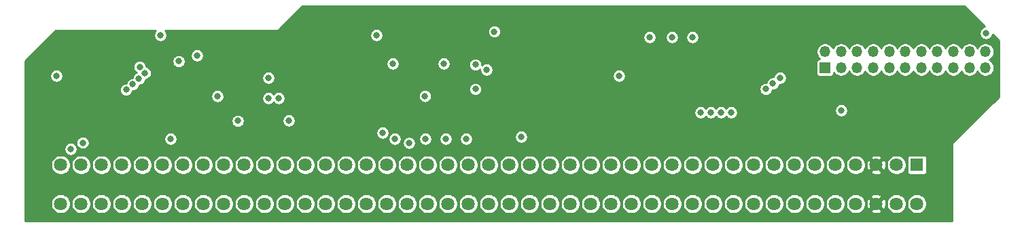
<source format=gbr>
%TF.GenerationSoftware,KiCad,Pcbnew,(5.1.6)-1*%
%TF.CreationDate,2022-11-05T15:29:03-04:00*%
%TF.ProjectId,A500-side-clockport,41353030-2d73-4696-9465-2d636c6f636b,rev?*%
%TF.SameCoordinates,Original*%
%TF.FileFunction,Copper,L2,Inr*%
%TF.FilePolarity,Positive*%
%FSLAX46Y46*%
G04 Gerber Fmt 4.6, Leading zero omitted, Abs format (unit mm)*
G04 Created by KiCad (PCBNEW (5.1.6)-1) date 2022-11-05 15:29:03*
%MOMM*%
%LPD*%
G01*
G04 APERTURE LIST*
%TA.AperFunction,ViaPad*%
%ADD10C,1.638300*%
%TD*%
%TA.AperFunction,ViaPad*%
%ADD11R,1.638300X1.638300*%
%TD*%
%TA.AperFunction,ViaPad*%
%ADD12R,1.350000X1.350000*%
%TD*%
%TA.AperFunction,ViaPad*%
%ADD13O,1.350000X1.350000*%
%TD*%
%TA.AperFunction,ViaPad*%
%ADD14C,0.800000*%
%TD*%
%TA.AperFunction,Conductor*%
%ADD15C,0.254000*%
%TD*%
G04 APERTURE END LIST*
D10*
%TO.N,/D5*%
%TO.C,BUS0*%
X101621001Y-85326901D03*
%TO.N,GND*%
X101621001Y-80475501D03*
%TO.N,/D6*%
X104161001Y-85326901D03*
%TO.N,/D4*%
X104161001Y-80475501D03*
%TO.N,/D7*%
X106701001Y-85326901D03*
%TO.N,/D3*%
X106701001Y-80475501D03*
%TO.N,/D8*%
X109241001Y-85326901D03*
%TO.N,/D2*%
X109241001Y-80475501D03*
%TO.N,/D9*%
X111781001Y-85326901D03*
%TO.N,/D1*%
X111781001Y-80475501D03*
%TO.N,/D10*%
X114321001Y-85326901D03*
%TO.N,/D0*%
X114321001Y-80475501D03*
%TO.N,/~AS*%
X116861001Y-85326901D03*
%TO.N,GND*%
X116861001Y-80475501D03*
%TO.N,/~UDS*%
X119401001Y-85326901D03*
%TO.N,/D11*%
X119401001Y-80475501D03*
%TO.N,/~LDS*%
X121941001Y-85326901D03*
%TO.N,/D12*%
X121941001Y-80475501D03*
%TO.N,/RW*%
X124481001Y-85326901D03*
%TO.N,/D13*%
X124481001Y-80475501D03*
%TO.N,/~DTACK*%
X127021001Y-85326901D03*
%TO.N,/D14*%
X127021001Y-80475501D03*
%TO.N,/~BG*%
X129561001Y-85326901D03*
%TO.N,/D15*%
X129561001Y-80475501D03*
%TO.N,/~BGACK*%
X132101001Y-85326901D03*
%TO.N,GND*%
X132101001Y-80475501D03*
%TO.N,/~BR*%
X134641001Y-85326901D03*
%TO.N,/A23*%
X134641001Y-80475501D03*
%TO.N,/A21*%
X137181001Y-85326901D03*
%TO.N,/A22*%
X137181001Y-80475501D03*
%TO.N,/A20*%
X139721001Y-85326901D03*
%TO.N,N/C*%
X139721001Y-80475501D03*
%TO.N,/A19*%
X142261001Y-85326901D03*
%TO.N,/~RESET*%
X142261001Y-80475501D03*
%TO.N,/A18*%
X144801001Y-85326901D03*
%TO.N,/~VMA*%
X144801001Y-80475501D03*
%TO.N,/E*%
X147341001Y-85326901D03*
%TO.N,GND*%
X147341001Y-80475501D03*
%TO.N,/~VPA*%
X149881001Y-85326901D03*
%TO.N,/A17*%
X149881001Y-80475501D03*
%TO.N,/~BERR*%
X152421001Y-85326901D03*
%TO.N,/A16*%
X152421001Y-80475501D03*
%TO.N,/IPL2*%
X154961001Y-85326901D03*
%TO.N,/A15*%
X154961001Y-80475501D03*
%TO.N,/IPL1*%
X157501001Y-85326901D03*
%TO.N,/A14*%
X157501001Y-80475501D03*
%TO.N,/IPL0*%
X160041001Y-85326901D03*
%TO.N,/A13*%
X160041001Y-80475501D03*
%TO.N,/A12*%
X162581001Y-85326901D03*
%TO.N,GND*%
X162581001Y-80475501D03*
%TO.N,/A11*%
X165121001Y-85326901D03*
%TO.N,/FC2*%
X165121001Y-80475501D03*
%TO.N,/A10*%
X167661001Y-85326901D03*
%TO.N,/FC1*%
X167661001Y-80475501D03*
%TO.N,/A9*%
X170201001Y-85326901D03*
%TO.N,/FC0*%
X170201001Y-80475501D03*
%TO.N,/A8*%
X172741001Y-85326901D03*
%TO.N,/A1*%
X172741001Y-80475501D03*
%TO.N,/A7*%
X175281001Y-85326901D03*
%TO.N,/A2*%
X175281001Y-80475501D03*
%TO.N,/A3*%
X177821001Y-85326901D03*
%TO.N,GND*%
X177821001Y-80475501D03*
%TO.N,/A4*%
X180361001Y-85326901D03*
%TO.N,/A6*%
X180361001Y-80475501D03*
%TO.N,/~INT6*%
X182901001Y-85326901D03*
%TO.N,/A5*%
X182901001Y-80475501D03*
%TO.N,Net-(BUS0-Pad20)*%
X185441001Y-85326901D03*
%TO.N,/~INT2*%
X185441001Y-80475501D03*
%TO.N,/XRDY*%
X187981001Y-85326901D03*
%TO.N,/~HALT*%
X187981001Y-80475501D03*
%TO.N,/~CCK*%
X190521001Y-85326901D03*
%TO.N,/CDAC*%
X190521001Y-80475501D03*
%TO.N,/~CCKQ*%
X193061001Y-85326901D03*
%TO.N,GND*%
X193061001Y-80475501D03*
%TO.N,/~CONFIG*%
X195601001Y-85326901D03*
%TO.N,Net-(BUS0-Pad11)*%
X195601001Y-80475501D03*
%TO.N,+12V*%
X198141001Y-85326901D03*
%TO.N,Net-(BUS0-Pad9)*%
X198141001Y-80475501D03*
%TO.N,-12V*%
X200681001Y-85326901D03*
%TO.N,/7MHz*%
X200681001Y-80475501D03*
%TO.N,+5V*%
X203221001Y-85326901D03*
X203221001Y-80475501D03*
%TO.N,GND*%
X205761001Y-85326901D03*
X205761001Y-80475501D03*
X208301001Y-85326901D03*
D11*
X208301001Y-80475501D03*
%TD*%
D12*
%TO.N,GND*%
%TO.C,J0*%
X196852000Y-68326000D03*
D13*
%TO.N,Net-(J0-Pad2)*%
X196852000Y-66326000D03*
%TO.N,Net-(J0-Pad3)*%
X198852000Y-68326000D03*
%TO.N,/~CS*%
X198852000Y-66326000D03*
%TO.N,Net-(J0-Pad5)*%
X200852000Y-68326000D03*
%TO.N,Net-(J0-Pad6)*%
X200852000Y-66326000D03*
%TO.N,/~CP_IORD*%
X202852000Y-68326000D03*
%TO.N,/~CP_IOWR*%
X202852000Y-66326000D03*
%TO.N,/CP_A5*%
X204852000Y-68326000D03*
%TO.N,/CP_A4*%
X204852000Y-66326000D03*
%TO.N,/CP_A3*%
X206852000Y-68326000D03*
%TO.N,/CP_A2*%
X206852000Y-66326000D03*
%TO.N,/CP_D7*%
X208852000Y-68326000D03*
%TO.N,/CP_D6*%
X208852000Y-66326000D03*
%TO.N,/CP_D5*%
X210852000Y-68326000D03*
%TO.N,/CP_D4*%
X210852000Y-66326000D03*
%TO.N,/CP_D3*%
X212852000Y-68326000D03*
%TO.N,/CP_D2*%
X212852000Y-66326000D03*
%TO.N,/CP_D1*%
X214852000Y-68326000D03*
%TO.N,/CP_D0*%
X214852000Y-66326000D03*
%TO.N,GND*%
X216852000Y-68326000D03*
%TO.N,/~CP_RESET*%
X216852000Y-66326000D03*
%TD*%
D14*
%TO.N,GND*%
X171196000Y-69342000D03*
X175006000Y-64516000D03*
X181356000Y-73914000D03*
X182626000Y-73914000D03*
X183896000Y-73914000D03*
X185166000Y-73914000D03*
X159004000Y-76962000D03*
X147066000Y-77216000D03*
X149606000Y-77216000D03*
X152146000Y-77216000D03*
X149352000Y-67818000D03*
X143002000Y-67818000D03*
X130048000Y-74930000D03*
X115316000Y-77216000D03*
X101092000Y-69342000D03*
X118618000Y-66802000D03*
X216916000Y-64008000D03*
X140970000Y-64262000D03*
%TO.N,/D6*%
X102870000Y-78486000D03*
%TO.N,/D7*%
X104379847Y-77709847D03*
%TO.N,/~AS*%
X154686000Y-68580000D03*
X141732000Y-76454000D03*
%TO.N,/RW*%
X123698000Y-74967000D03*
%TO.N,/A21*%
X147019010Y-71882000D03*
%TO.N,/A20*%
X153293653Y-67940347D03*
%TO.N,/A19*%
X143256000Y-77216000D03*
%TO.N,/A18*%
X145038653Y-77728653D03*
%TO.N,/~INT6*%
X198882000Y-73660000D03*
%TO.N,+5V*%
X101092000Y-64770000D03*
X120142000Y-66802000D03*
X122428000Y-74930000D03*
X126238000Y-74930000D03*
X156972000Y-76962000D03*
X171196000Y-64770000D03*
%TO.N,/~CS*%
X121158000Y-71882000D03*
X127508000Y-72136000D03*
X155644010Y-63811990D03*
X153293653Y-70997653D03*
%TO.N,/CP_A5*%
X191262000Y-69596000D03*
%TO.N,/CP_A4*%
X180340000Y-64516000D03*
%TO.N,/CP_A3*%
X190367571Y-70296000D03*
%TO.N,/CP_A2*%
X177800000Y-64516000D03*
%TO.N,/CP_D7*%
X109768153Y-71079847D03*
%TO.N,/CP_D6*%
X110607317Y-70399998D03*
%TO.N,/CP_D5*%
X111368081Y-69699998D03*
%TO.N,/CP_D4*%
X112106419Y-68999998D03*
%TO.N,/CP_D3*%
X111468253Y-68226299D03*
%TO.N,/CP_D2*%
X116332000Y-67526299D03*
%TO.N,/CP_D1*%
X114046000Y-64262000D03*
%TO.N,/~CP_RESET*%
X189484000Y-70996000D03*
%TO.N,Net-(U2-Pad10)*%
X127508000Y-69596000D03*
X128778000Y-72136000D03*
%TD*%
D15*
%TO.N,+5V*%
G36*
X216738818Y-63200042D02*
G01*
X216674773Y-63212782D01*
X216524269Y-63275123D01*
X216388819Y-63365628D01*
X216273628Y-63480819D01*
X216183123Y-63616269D01*
X216120782Y-63766773D01*
X216089000Y-63926548D01*
X216089000Y-64089452D01*
X216120782Y-64249227D01*
X216183123Y-64399731D01*
X216273628Y-64535181D01*
X216388819Y-64650372D01*
X216524269Y-64740877D01*
X216674773Y-64803218D01*
X216834548Y-64835000D01*
X216997452Y-64835000D01*
X217157227Y-64803218D01*
X217307731Y-64740877D01*
X217443181Y-64650372D01*
X217558372Y-64535181D01*
X217648877Y-64399731D01*
X217711218Y-64249227D01*
X217723958Y-64185182D01*
X218496001Y-64957226D01*
X218496000Y-71948776D01*
X212802096Y-77642681D01*
X212784842Y-77656841D01*
X212753627Y-77694877D01*
X212728358Y-77725667D01*
X212686386Y-77804191D01*
X212660540Y-77889393D01*
X212651813Y-77978000D01*
X212654001Y-78000215D01*
X212654000Y-87432000D01*
X97226000Y-87432000D01*
X97226000Y-85204166D01*
X100374851Y-85204166D01*
X100374851Y-85449636D01*
X100422739Y-85690390D01*
X100516677Y-85917175D01*
X100653053Y-86121276D01*
X100826626Y-86294849D01*
X101030727Y-86431225D01*
X101257512Y-86525163D01*
X101498266Y-86573051D01*
X101743736Y-86573051D01*
X101984490Y-86525163D01*
X102211275Y-86431225D01*
X102415376Y-86294849D01*
X102588949Y-86121276D01*
X102725325Y-85917175D01*
X102819263Y-85690390D01*
X102867151Y-85449636D01*
X102867151Y-85204166D01*
X102914851Y-85204166D01*
X102914851Y-85449636D01*
X102962739Y-85690390D01*
X103056677Y-85917175D01*
X103193053Y-86121276D01*
X103366626Y-86294849D01*
X103570727Y-86431225D01*
X103797512Y-86525163D01*
X104038266Y-86573051D01*
X104283736Y-86573051D01*
X104524490Y-86525163D01*
X104751275Y-86431225D01*
X104955376Y-86294849D01*
X105128949Y-86121276D01*
X105265325Y-85917175D01*
X105359263Y-85690390D01*
X105407151Y-85449636D01*
X105407151Y-85204166D01*
X105454851Y-85204166D01*
X105454851Y-85449636D01*
X105502739Y-85690390D01*
X105596677Y-85917175D01*
X105733053Y-86121276D01*
X105906626Y-86294849D01*
X106110727Y-86431225D01*
X106337512Y-86525163D01*
X106578266Y-86573051D01*
X106823736Y-86573051D01*
X107064490Y-86525163D01*
X107291275Y-86431225D01*
X107495376Y-86294849D01*
X107668949Y-86121276D01*
X107805325Y-85917175D01*
X107899263Y-85690390D01*
X107947151Y-85449636D01*
X107947151Y-85204166D01*
X107994851Y-85204166D01*
X107994851Y-85449636D01*
X108042739Y-85690390D01*
X108136677Y-85917175D01*
X108273053Y-86121276D01*
X108446626Y-86294849D01*
X108650727Y-86431225D01*
X108877512Y-86525163D01*
X109118266Y-86573051D01*
X109363736Y-86573051D01*
X109604490Y-86525163D01*
X109831275Y-86431225D01*
X110035376Y-86294849D01*
X110208949Y-86121276D01*
X110345325Y-85917175D01*
X110439263Y-85690390D01*
X110487151Y-85449636D01*
X110487151Y-85204166D01*
X110534851Y-85204166D01*
X110534851Y-85449636D01*
X110582739Y-85690390D01*
X110676677Y-85917175D01*
X110813053Y-86121276D01*
X110986626Y-86294849D01*
X111190727Y-86431225D01*
X111417512Y-86525163D01*
X111658266Y-86573051D01*
X111903736Y-86573051D01*
X112144490Y-86525163D01*
X112371275Y-86431225D01*
X112575376Y-86294849D01*
X112748949Y-86121276D01*
X112885325Y-85917175D01*
X112979263Y-85690390D01*
X113027151Y-85449636D01*
X113027151Y-85204166D01*
X113074851Y-85204166D01*
X113074851Y-85449636D01*
X113122739Y-85690390D01*
X113216677Y-85917175D01*
X113353053Y-86121276D01*
X113526626Y-86294849D01*
X113730727Y-86431225D01*
X113957512Y-86525163D01*
X114198266Y-86573051D01*
X114443736Y-86573051D01*
X114684490Y-86525163D01*
X114911275Y-86431225D01*
X115115376Y-86294849D01*
X115288949Y-86121276D01*
X115425325Y-85917175D01*
X115519263Y-85690390D01*
X115567151Y-85449636D01*
X115567151Y-85204166D01*
X115614851Y-85204166D01*
X115614851Y-85449636D01*
X115662739Y-85690390D01*
X115756677Y-85917175D01*
X115893053Y-86121276D01*
X116066626Y-86294849D01*
X116270727Y-86431225D01*
X116497512Y-86525163D01*
X116738266Y-86573051D01*
X116983736Y-86573051D01*
X117224490Y-86525163D01*
X117451275Y-86431225D01*
X117655376Y-86294849D01*
X117828949Y-86121276D01*
X117965325Y-85917175D01*
X118059263Y-85690390D01*
X118107151Y-85449636D01*
X118107151Y-85204166D01*
X118154851Y-85204166D01*
X118154851Y-85449636D01*
X118202739Y-85690390D01*
X118296677Y-85917175D01*
X118433053Y-86121276D01*
X118606626Y-86294849D01*
X118810727Y-86431225D01*
X119037512Y-86525163D01*
X119278266Y-86573051D01*
X119523736Y-86573051D01*
X119764490Y-86525163D01*
X119991275Y-86431225D01*
X120195376Y-86294849D01*
X120368949Y-86121276D01*
X120505325Y-85917175D01*
X120599263Y-85690390D01*
X120647151Y-85449636D01*
X120647151Y-85204166D01*
X120694851Y-85204166D01*
X120694851Y-85449636D01*
X120742739Y-85690390D01*
X120836677Y-85917175D01*
X120973053Y-86121276D01*
X121146626Y-86294849D01*
X121350727Y-86431225D01*
X121577512Y-86525163D01*
X121818266Y-86573051D01*
X122063736Y-86573051D01*
X122304490Y-86525163D01*
X122531275Y-86431225D01*
X122735376Y-86294849D01*
X122908949Y-86121276D01*
X123045325Y-85917175D01*
X123139263Y-85690390D01*
X123187151Y-85449636D01*
X123187151Y-85204166D01*
X123234851Y-85204166D01*
X123234851Y-85449636D01*
X123282739Y-85690390D01*
X123376677Y-85917175D01*
X123513053Y-86121276D01*
X123686626Y-86294849D01*
X123890727Y-86431225D01*
X124117512Y-86525163D01*
X124358266Y-86573051D01*
X124603736Y-86573051D01*
X124844490Y-86525163D01*
X125071275Y-86431225D01*
X125275376Y-86294849D01*
X125448949Y-86121276D01*
X125585325Y-85917175D01*
X125679263Y-85690390D01*
X125727151Y-85449636D01*
X125727151Y-85204166D01*
X125774851Y-85204166D01*
X125774851Y-85449636D01*
X125822739Y-85690390D01*
X125916677Y-85917175D01*
X126053053Y-86121276D01*
X126226626Y-86294849D01*
X126430727Y-86431225D01*
X126657512Y-86525163D01*
X126898266Y-86573051D01*
X127143736Y-86573051D01*
X127384490Y-86525163D01*
X127611275Y-86431225D01*
X127815376Y-86294849D01*
X127988949Y-86121276D01*
X128125325Y-85917175D01*
X128219263Y-85690390D01*
X128267151Y-85449636D01*
X128267151Y-85204166D01*
X128314851Y-85204166D01*
X128314851Y-85449636D01*
X128362739Y-85690390D01*
X128456677Y-85917175D01*
X128593053Y-86121276D01*
X128766626Y-86294849D01*
X128970727Y-86431225D01*
X129197512Y-86525163D01*
X129438266Y-86573051D01*
X129683736Y-86573051D01*
X129924490Y-86525163D01*
X130151275Y-86431225D01*
X130355376Y-86294849D01*
X130528949Y-86121276D01*
X130665325Y-85917175D01*
X130759263Y-85690390D01*
X130807151Y-85449636D01*
X130807151Y-85204166D01*
X130854851Y-85204166D01*
X130854851Y-85449636D01*
X130902739Y-85690390D01*
X130996677Y-85917175D01*
X131133053Y-86121276D01*
X131306626Y-86294849D01*
X131510727Y-86431225D01*
X131737512Y-86525163D01*
X131978266Y-86573051D01*
X132223736Y-86573051D01*
X132464490Y-86525163D01*
X132691275Y-86431225D01*
X132895376Y-86294849D01*
X133068949Y-86121276D01*
X133205325Y-85917175D01*
X133299263Y-85690390D01*
X133347151Y-85449636D01*
X133347151Y-85204166D01*
X133394851Y-85204166D01*
X133394851Y-85449636D01*
X133442739Y-85690390D01*
X133536677Y-85917175D01*
X133673053Y-86121276D01*
X133846626Y-86294849D01*
X134050727Y-86431225D01*
X134277512Y-86525163D01*
X134518266Y-86573051D01*
X134763736Y-86573051D01*
X135004490Y-86525163D01*
X135231275Y-86431225D01*
X135435376Y-86294849D01*
X135608949Y-86121276D01*
X135745325Y-85917175D01*
X135839263Y-85690390D01*
X135887151Y-85449636D01*
X135887151Y-85204166D01*
X135934851Y-85204166D01*
X135934851Y-85449636D01*
X135982739Y-85690390D01*
X136076677Y-85917175D01*
X136213053Y-86121276D01*
X136386626Y-86294849D01*
X136590727Y-86431225D01*
X136817512Y-86525163D01*
X137058266Y-86573051D01*
X137303736Y-86573051D01*
X137544490Y-86525163D01*
X137771275Y-86431225D01*
X137975376Y-86294849D01*
X138148949Y-86121276D01*
X138285325Y-85917175D01*
X138379263Y-85690390D01*
X138427151Y-85449636D01*
X138427151Y-85204166D01*
X138474851Y-85204166D01*
X138474851Y-85449636D01*
X138522739Y-85690390D01*
X138616677Y-85917175D01*
X138753053Y-86121276D01*
X138926626Y-86294849D01*
X139130727Y-86431225D01*
X139357512Y-86525163D01*
X139598266Y-86573051D01*
X139843736Y-86573051D01*
X140084490Y-86525163D01*
X140311275Y-86431225D01*
X140515376Y-86294849D01*
X140688949Y-86121276D01*
X140825325Y-85917175D01*
X140919263Y-85690390D01*
X140967151Y-85449636D01*
X140967151Y-85204166D01*
X141014851Y-85204166D01*
X141014851Y-85449636D01*
X141062739Y-85690390D01*
X141156677Y-85917175D01*
X141293053Y-86121276D01*
X141466626Y-86294849D01*
X141670727Y-86431225D01*
X141897512Y-86525163D01*
X142138266Y-86573051D01*
X142383736Y-86573051D01*
X142624490Y-86525163D01*
X142851275Y-86431225D01*
X143055376Y-86294849D01*
X143228949Y-86121276D01*
X143365325Y-85917175D01*
X143459263Y-85690390D01*
X143507151Y-85449636D01*
X143507151Y-85204166D01*
X143554851Y-85204166D01*
X143554851Y-85449636D01*
X143602739Y-85690390D01*
X143696677Y-85917175D01*
X143833053Y-86121276D01*
X144006626Y-86294849D01*
X144210727Y-86431225D01*
X144437512Y-86525163D01*
X144678266Y-86573051D01*
X144923736Y-86573051D01*
X145164490Y-86525163D01*
X145391275Y-86431225D01*
X145595376Y-86294849D01*
X145768949Y-86121276D01*
X145905325Y-85917175D01*
X145999263Y-85690390D01*
X146047151Y-85449636D01*
X146047151Y-85204166D01*
X146094851Y-85204166D01*
X146094851Y-85449636D01*
X146142739Y-85690390D01*
X146236677Y-85917175D01*
X146373053Y-86121276D01*
X146546626Y-86294849D01*
X146750727Y-86431225D01*
X146977512Y-86525163D01*
X147218266Y-86573051D01*
X147463736Y-86573051D01*
X147704490Y-86525163D01*
X147931275Y-86431225D01*
X148135376Y-86294849D01*
X148308949Y-86121276D01*
X148445325Y-85917175D01*
X148539263Y-85690390D01*
X148587151Y-85449636D01*
X148587151Y-85204166D01*
X148634851Y-85204166D01*
X148634851Y-85449636D01*
X148682739Y-85690390D01*
X148776677Y-85917175D01*
X148913053Y-86121276D01*
X149086626Y-86294849D01*
X149290727Y-86431225D01*
X149517512Y-86525163D01*
X149758266Y-86573051D01*
X150003736Y-86573051D01*
X150244490Y-86525163D01*
X150471275Y-86431225D01*
X150675376Y-86294849D01*
X150848949Y-86121276D01*
X150985325Y-85917175D01*
X151079263Y-85690390D01*
X151127151Y-85449636D01*
X151127151Y-85204166D01*
X151174851Y-85204166D01*
X151174851Y-85449636D01*
X151222739Y-85690390D01*
X151316677Y-85917175D01*
X151453053Y-86121276D01*
X151626626Y-86294849D01*
X151830727Y-86431225D01*
X152057512Y-86525163D01*
X152298266Y-86573051D01*
X152543736Y-86573051D01*
X152784490Y-86525163D01*
X153011275Y-86431225D01*
X153215376Y-86294849D01*
X153388949Y-86121276D01*
X153525325Y-85917175D01*
X153619263Y-85690390D01*
X153667151Y-85449636D01*
X153667151Y-85204166D01*
X153714851Y-85204166D01*
X153714851Y-85449636D01*
X153762739Y-85690390D01*
X153856677Y-85917175D01*
X153993053Y-86121276D01*
X154166626Y-86294849D01*
X154370727Y-86431225D01*
X154597512Y-86525163D01*
X154838266Y-86573051D01*
X155083736Y-86573051D01*
X155324490Y-86525163D01*
X155551275Y-86431225D01*
X155755376Y-86294849D01*
X155928949Y-86121276D01*
X156065325Y-85917175D01*
X156159263Y-85690390D01*
X156207151Y-85449636D01*
X156207151Y-85204166D01*
X156254851Y-85204166D01*
X156254851Y-85449636D01*
X156302739Y-85690390D01*
X156396677Y-85917175D01*
X156533053Y-86121276D01*
X156706626Y-86294849D01*
X156910727Y-86431225D01*
X157137512Y-86525163D01*
X157378266Y-86573051D01*
X157623736Y-86573051D01*
X157864490Y-86525163D01*
X158091275Y-86431225D01*
X158295376Y-86294849D01*
X158468949Y-86121276D01*
X158605325Y-85917175D01*
X158699263Y-85690390D01*
X158747151Y-85449636D01*
X158747151Y-85204166D01*
X158794851Y-85204166D01*
X158794851Y-85449636D01*
X158842739Y-85690390D01*
X158936677Y-85917175D01*
X159073053Y-86121276D01*
X159246626Y-86294849D01*
X159450727Y-86431225D01*
X159677512Y-86525163D01*
X159918266Y-86573051D01*
X160163736Y-86573051D01*
X160404490Y-86525163D01*
X160631275Y-86431225D01*
X160835376Y-86294849D01*
X161008949Y-86121276D01*
X161145325Y-85917175D01*
X161239263Y-85690390D01*
X161287151Y-85449636D01*
X161287151Y-85204166D01*
X161334851Y-85204166D01*
X161334851Y-85449636D01*
X161382739Y-85690390D01*
X161476677Y-85917175D01*
X161613053Y-86121276D01*
X161786626Y-86294849D01*
X161990727Y-86431225D01*
X162217512Y-86525163D01*
X162458266Y-86573051D01*
X162703736Y-86573051D01*
X162944490Y-86525163D01*
X163171275Y-86431225D01*
X163375376Y-86294849D01*
X163548949Y-86121276D01*
X163685325Y-85917175D01*
X163779263Y-85690390D01*
X163827151Y-85449636D01*
X163827151Y-85204166D01*
X163874851Y-85204166D01*
X163874851Y-85449636D01*
X163922739Y-85690390D01*
X164016677Y-85917175D01*
X164153053Y-86121276D01*
X164326626Y-86294849D01*
X164530727Y-86431225D01*
X164757512Y-86525163D01*
X164998266Y-86573051D01*
X165243736Y-86573051D01*
X165484490Y-86525163D01*
X165711275Y-86431225D01*
X165915376Y-86294849D01*
X166088949Y-86121276D01*
X166225325Y-85917175D01*
X166319263Y-85690390D01*
X166367151Y-85449636D01*
X166367151Y-85204166D01*
X166414851Y-85204166D01*
X166414851Y-85449636D01*
X166462739Y-85690390D01*
X166556677Y-85917175D01*
X166693053Y-86121276D01*
X166866626Y-86294849D01*
X167070727Y-86431225D01*
X167297512Y-86525163D01*
X167538266Y-86573051D01*
X167783736Y-86573051D01*
X168024490Y-86525163D01*
X168251275Y-86431225D01*
X168455376Y-86294849D01*
X168628949Y-86121276D01*
X168765325Y-85917175D01*
X168859263Y-85690390D01*
X168907151Y-85449636D01*
X168907151Y-85204166D01*
X168954851Y-85204166D01*
X168954851Y-85449636D01*
X169002739Y-85690390D01*
X169096677Y-85917175D01*
X169233053Y-86121276D01*
X169406626Y-86294849D01*
X169610727Y-86431225D01*
X169837512Y-86525163D01*
X170078266Y-86573051D01*
X170323736Y-86573051D01*
X170564490Y-86525163D01*
X170791275Y-86431225D01*
X170995376Y-86294849D01*
X171168949Y-86121276D01*
X171305325Y-85917175D01*
X171399263Y-85690390D01*
X171447151Y-85449636D01*
X171447151Y-85204166D01*
X171494851Y-85204166D01*
X171494851Y-85449636D01*
X171542739Y-85690390D01*
X171636677Y-85917175D01*
X171773053Y-86121276D01*
X171946626Y-86294849D01*
X172150727Y-86431225D01*
X172377512Y-86525163D01*
X172618266Y-86573051D01*
X172863736Y-86573051D01*
X173104490Y-86525163D01*
X173331275Y-86431225D01*
X173535376Y-86294849D01*
X173708949Y-86121276D01*
X173845325Y-85917175D01*
X173939263Y-85690390D01*
X173987151Y-85449636D01*
X173987151Y-85204166D01*
X174034851Y-85204166D01*
X174034851Y-85449636D01*
X174082739Y-85690390D01*
X174176677Y-85917175D01*
X174313053Y-86121276D01*
X174486626Y-86294849D01*
X174690727Y-86431225D01*
X174917512Y-86525163D01*
X175158266Y-86573051D01*
X175403736Y-86573051D01*
X175644490Y-86525163D01*
X175871275Y-86431225D01*
X176075376Y-86294849D01*
X176248949Y-86121276D01*
X176385325Y-85917175D01*
X176479263Y-85690390D01*
X176527151Y-85449636D01*
X176527151Y-85204166D01*
X176574851Y-85204166D01*
X176574851Y-85449636D01*
X176622739Y-85690390D01*
X176716677Y-85917175D01*
X176853053Y-86121276D01*
X177026626Y-86294849D01*
X177230727Y-86431225D01*
X177457512Y-86525163D01*
X177698266Y-86573051D01*
X177943736Y-86573051D01*
X178184490Y-86525163D01*
X178411275Y-86431225D01*
X178615376Y-86294849D01*
X178788949Y-86121276D01*
X178925325Y-85917175D01*
X179019263Y-85690390D01*
X179067151Y-85449636D01*
X179067151Y-85204166D01*
X179114851Y-85204166D01*
X179114851Y-85449636D01*
X179162739Y-85690390D01*
X179256677Y-85917175D01*
X179393053Y-86121276D01*
X179566626Y-86294849D01*
X179770727Y-86431225D01*
X179997512Y-86525163D01*
X180238266Y-86573051D01*
X180483736Y-86573051D01*
X180724490Y-86525163D01*
X180951275Y-86431225D01*
X181155376Y-86294849D01*
X181328949Y-86121276D01*
X181465325Y-85917175D01*
X181559263Y-85690390D01*
X181607151Y-85449636D01*
X181607151Y-85204166D01*
X181654851Y-85204166D01*
X181654851Y-85449636D01*
X181702739Y-85690390D01*
X181796677Y-85917175D01*
X181933053Y-86121276D01*
X182106626Y-86294849D01*
X182310727Y-86431225D01*
X182537512Y-86525163D01*
X182778266Y-86573051D01*
X183023736Y-86573051D01*
X183264490Y-86525163D01*
X183491275Y-86431225D01*
X183695376Y-86294849D01*
X183868949Y-86121276D01*
X184005325Y-85917175D01*
X184099263Y-85690390D01*
X184147151Y-85449636D01*
X184147151Y-85204166D01*
X184194851Y-85204166D01*
X184194851Y-85449636D01*
X184242739Y-85690390D01*
X184336677Y-85917175D01*
X184473053Y-86121276D01*
X184646626Y-86294849D01*
X184850727Y-86431225D01*
X185077512Y-86525163D01*
X185318266Y-86573051D01*
X185563736Y-86573051D01*
X185804490Y-86525163D01*
X186031275Y-86431225D01*
X186235376Y-86294849D01*
X186408949Y-86121276D01*
X186545325Y-85917175D01*
X186639263Y-85690390D01*
X186687151Y-85449636D01*
X186687151Y-85204166D01*
X186734851Y-85204166D01*
X186734851Y-85449636D01*
X186782739Y-85690390D01*
X186876677Y-85917175D01*
X187013053Y-86121276D01*
X187186626Y-86294849D01*
X187390727Y-86431225D01*
X187617512Y-86525163D01*
X187858266Y-86573051D01*
X188103736Y-86573051D01*
X188344490Y-86525163D01*
X188571275Y-86431225D01*
X188775376Y-86294849D01*
X188948949Y-86121276D01*
X189085325Y-85917175D01*
X189179263Y-85690390D01*
X189227151Y-85449636D01*
X189227151Y-85204166D01*
X189274851Y-85204166D01*
X189274851Y-85449636D01*
X189322739Y-85690390D01*
X189416677Y-85917175D01*
X189553053Y-86121276D01*
X189726626Y-86294849D01*
X189930727Y-86431225D01*
X190157512Y-86525163D01*
X190398266Y-86573051D01*
X190643736Y-86573051D01*
X190884490Y-86525163D01*
X191111275Y-86431225D01*
X191315376Y-86294849D01*
X191488949Y-86121276D01*
X191625325Y-85917175D01*
X191719263Y-85690390D01*
X191767151Y-85449636D01*
X191767151Y-85204166D01*
X191814851Y-85204166D01*
X191814851Y-85449636D01*
X191862739Y-85690390D01*
X191956677Y-85917175D01*
X192093053Y-86121276D01*
X192266626Y-86294849D01*
X192470727Y-86431225D01*
X192697512Y-86525163D01*
X192938266Y-86573051D01*
X193183736Y-86573051D01*
X193424490Y-86525163D01*
X193651275Y-86431225D01*
X193855376Y-86294849D01*
X194028949Y-86121276D01*
X194165325Y-85917175D01*
X194259263Y-85690390D01*
X194307151Y-85449636D01*
X194307151Y-85204166D01*
X194354851Y-85204166D01*
X194354851Y-85449636D01*
X194402739Y-85690390D01*
X194496677Y-85917175D01*
X194633053Y-86121276D01*
X194806626Y-86294849D01*
X195010727Y-86431225D01*
X195237512Y-86525163D01*
X195478266Y-86573051D01*
X195723736Y-86573051D01*
X195964490Y-86525163D01*
X196191275Y-86431225D01*
X196395376Y-86294849D01*
X196568949Y-86121276D01*
X196705325Y-85917175D01*
X196799263Y-85690390D01*
X196847151Y-85449636D01*
X196847151Y-85204166D01*
X196894851Y-85204166D01*
X196894851Y-85449636D01*
X196942739Y-85690390D01*
X197036677Y-85917175D01*
X197173053Y-86121276D01*
X197346626Y-86294849D01*
X197550727Y-86431225D01*
X197777512Y-86525163D01*
X198018266Y-86573051D01*
X198263736Y-86573051D01*
X198504490Y-86525163D01*
X198731275Y-86431225D01*
X198935376Y-86294849D01*
X199108949Y-86121276D01*
X199245325Y-85917175D01*
X199339263Y-85690390D01*
X199387151Y-85449636D01*
X199387151Y-85204166D01*
X199434851Y-85204166D01*
X199434851Y-85449636D01*
X199482739Y-85690390D01*
X199576677Y-85917175D01*
X199713053Y-86121276D01*
X199886626Y-86294849D01*
X200090727Y-86431225D01*
X200317512Y-86525163D01*
X200558266Y-86573051D01*
X200803736Y-86573051D01*
X201044490Y-86525163D01*
X201271275Y-86431225D01*
X201475376Y-86294849D01*
X201548574Y-86221651D01*
X202505856Y-86221651D01*
X202591528Y-86409361D01*
X202814801Y-86511366D01*
X203053683Y-86567853D01*
X203298996Y-86576651D01*
X203541310Y-86537421D01*
X203771317Y-86451672D01*
X203850474Y-86409361D01*
X203936146Y-86221651D01*
X203221001Y-85506506D01*
X202505856Y-86221651D01*
X201548574Y-86221651D01*
X201648949Y-86121276D01*
X201785325Y-85917175D01*
X201879263Y-85690390D01*
X201927151Y-85449636D01*
X201927151Y-85404896D01*
X201971251Y-85404896D01*
X202010481Y-85647210D01*
X202096230Y-85877217D01*
X202138541Y-85956374D01*
X202326251Y-86042046D01*
X203041396Y-85326901D01*
X203400606Y-85326901D01*
X204115751Y-86042046D01*
X204303461Y-85956374D01*
X204405466Y-85733101D01*
X204461953Y-85494219D01*
X204470751Y-85248906D01*
X204463508Y-85204166D01*
X204514851Y-85204166D01*
X204514851Y-85449636D01*
X204562739Y-85690390D01*
X204656677Y-85917175D01*
X204793053Y-86121276D01*
X204966626Y-86294849D01*
X205170727Y-86431225D01*
X205397512Y-86525163D01*
X205638266Y-86573051D01*
X205883736Y-86573051D01*
X206124490Y-86525163D01*
X206351275Y-86431225D01*
X206555376Y-86294849D01*
X206728949Y-86121276D01*
X206865325Y-85917175D01*
X206959263Y-85690390D01*
X207007151Y-85449636D01*
X207007151Y-85204166D01*
X207054851Y-85204166D01*
X207054851Y-85449636D01*
X207102739Y-85690390D01*
X207196677Y-85917175D01*
X207333053Y-86121276D01*
X207506626Y-86294849D01*
X207710727Y-86431225D01*
X207937512Y-86525163D01*
X208178266Y-86573051D01*
X208423736Y-86573051D01*
X208664490Y-86525163D01*
X208891275Y-86431225D01*
X209095376Y-86294849D01*
X209268949Y-86121276D01*
X209405325Y-85917175D01*
X209499263Y-85690390D01*
X209547151Y-85449636D01*
X209547151Y-85204166D01*
X209499263Y-84963412D01*
X209405325Y-84736627D01*
X209268949Y-84532526D01*
X209095376Y-84358953D01*
X208891275Y-84222577D01*
X208664490Y-84128639D01*
X208423736Y-84080751D01*
X208178266Y-84080751D01*
X207937512Y-84128639D01*
X207710727Y-84222577D01*
X207506626Y-84358953D01*
X207333053Y-84532526D01*
X207196677Y-84736627D01*
X207102739Y-84963412D01*
X207054851Y-85204166D01*
X207007151Y-85204166D01*
X206959263Y-84963412D01*
X206865325Y-84736627D01*
X206728949Y-84532526D01*
X206555376Y-84358953D01*
X206351275Y-84222577D01*
X206124490Y-84128639D01*
X205883736Y-84080751D01*
X205638266Y-84080751D01*
X205397512Y-84128639D01*
X205170727Y-84222577D01*
X204966626Y-84358953D01*
X204793053Y-84532526D01*
X204656677Y-84736627D01*
X204562739Y-84963412D01*
X204514851Y-85204166D01*
X204463508Y-85204166D01*
X204431521Y-85006592D01*
X204345772Y-84776585D01*
X204303461Y-84697428D01*
X204115751Y-84611756D01*
X203400606Y-85326901D01*
X203041396Y-85326901D01*
X202326251Y-84611756D01*
X202138541Y-84697428D01*
X202036536Y-84920701D01*
X201980049Y-85159583D01*
X201971251Y-85404896D01*
X201927151Y-85404896D01*
X201927151Y-85204166D01*
X201879263Y-84963412D01*
X201785325Y-84736627D01*
X201648949Y-84532526D01*
X201548574Y-84432151D01*
X202505856Y-84432151D01*
X203221001Y-85147296D01*
X203936146Y-84432151D01*
X203850474Y-84244441D01*
X203627201Y-84142436D01*
X203388319Y-84085949D01*
X203143006Y-84077151D01*
X202900692Y-84116381D01*
X202670685Y-84202130D01*
X202591528Y-84244441D01*
X202505856Y-84432151D01*
X201548574Y-84432151D01*
X201475376Y-84358953D01*
X201271275Y-84222577D01*
X201044490Y-84128639D01*
X200803736Y-84080751D01*
X200558266Y-84080751D01*
X200317512Y-84128639D01*
X200090727Y-84222577D01*
X199886626Y-84358953D01*
X199713053Y-84532526D01*
X199576677Y-84736627D01*
X199482739Y-84963412D01*
X199434851Y-85204166D01*
X199387151Y-85204166D01*
X199339263Y-84963412D01*
X199245325Y-84736627D01*
X199108949Y-84532526D01*
X198935376Y-84358953D01*
X198731275Y-84222577D01*
X198504490Y-84128639D01*
X198263736Y-84080751D01*
X198018266Y-84080751D01*
X197777512Y-84128639D01*
X197550727Y-84222577D01*
X197346626Y-84358953D01*
X197173053Y-84532526D01*
X197036677Y-84736627D01*
X196942739Y-84963412D01*
X196894851Y-85204166D01*
X196847151Y-85204166D01*
X196799263Y-84963412D01*
X196705325Y-84736627D01*
X196568949Y-84532526D01*
X196395376Y-84358953D01*
X196191275Y-84222577D01*
X195964490Y-84128639D01*
X195723736Y-84080751D01*
X195478266Y-84080751D01*
X195237512Y-84128639D01*
X195010727Y-84222577D01*
X194806626Y-84358953D01*
X194633053Y-84532526D01*
X194496677Y-84736627D01*
X194402739Y-84963412D01*
X194354851Y-85204166D01*
X194307151Y-85204166D01*
X194259263Y-84963412D01*
X194165325Y-84736627D01*
X194028949Y-84532526D01*
X193855376Y-84358953D01*
X193651275Y-84222577D01*
X193424490Y-84128639D01*
X193183736Y-84080751D01*
X192938266Y-84080751D01*
X192697512Y-84128639D01*
X192470727Y-84222577D01*
X192266626Y-84358953D01*
X192093053Y-84532526D01*
X191956677Y-84736627D01*
X191862739Y-84963412D01*
X191814851Y-85204166D01*
X191767151Y-85204166D01*
X191719263Y-84963412D01*
X191625325Y-84736627D01*
X191488949Y-84532526D01*
X191315376Y-84358953D01*
X191111275Y-84222577D01*
X190884490Y-84128639D01*
X190643736Y-84080751D01*
X190398266Y-84080751D01*
X190157512Y-84128639D01*
X189930727Y-84222577D01*
X189726626Y-84358953D01*
X189553053Y-84532526D01*
X189416677Y-84736627D01*
X189322739Y-84963412D01*
X189274851Y-85204166D01*
X189227151Y-85204166D01*
X189179263Y-84963412D01*
X189085325Y-84736627D01*
X188948949Y-84532526D01*
X188775376Y-84358953D01*
X188571275Y-84222577D01*
X188344490Y-84128639D01*
X188103736Y-84080751D01*
X187858266Y-84080751D01*
X187617512Y-84128639D01*
X187390727Y-84222577D01*
X187186626Y-84358953D01*
X187013053Y-84532526D01*
X186876677Y-84736627D01*
X186782739Y-84963412D01*
X186734851Y-85204166D01*
X186687151Y-85204166D01*
X186639263Y-84963412D01*
X186545325Y-84736627D01*
X186408949Y-84532526D01*
X186235376Y-84358953D01*
X186031275Y-84222577D01*
X185804490Y-84128639D01*
X185563736Y-84080751D01*
X185318266Y-84080751D01*
X185077512Y-84128639D01*
X184850727Y-84222577D01*
X184646626Y-84358953D01*
X184473053Y-84532526D01*
X184336677Y-84736627D01*
X184242739Y-84963412D01*
X184194851Y-85204166D01*
X184147151Y-85204166D01*
X184099263Y-84963412D01*
X184005325Y-84736627D01*
X183868949Y-84532526D01*
X183695376Y-84358953D01*
X183491275Y-84222577D01*
X183264490Y-84128639D01*
X183023736Y-84080751D01*
X182778266Y-84080751D01*
X182537512Y-84128639D01*
X182310727Y-84222577D01*
X182106626Y-84358953D01*
X181933053Y-84532526D01*
X181796677Y-84736627D01*
X181702739Y-84963412D01*
X181654851Y-85204166D01*
X181607151Y-85204166D01*
X181559263Y-84963412D01*
X181465325Y-84736627D01*
X181328949Y-84532526D01*
X181155376Y-84358953D01*
X180951275Y-84222577D01*
X180724490Y-84128639D01*
X180483736Y-84080751D01*
X180238266Y-84080751D01*
X179997512Y-84128639D01*
X179770727Y-84222577D01*
X179566626Y-84358953D01*
X179393053Y-84532526D01*
X179256677Y-84736627D01*
X179162739Y-84963412D01*
X179114851Y-85204166D01*
X179067151Y-85204166D01*
X179019263Y-84963412D01*
X178925325Y-84736627D01*
X178788949Y-84532526D01*
X178615376Y-84358953D01*
X178411275Y-84222577D01*
X178184490Y-84128639D01*
X177943736Y-84080751D01*
X177698266Y-84080751D01*
X177457512Y-84128639D01*
X177230727Y-84222577D01*
X177026626Y-84358953D01*
X176853053Y-84532526D01*
X176716677Y-84736627D01*
X176622739Y-84963412D01*
X176574851Y-85204166D01*
X176527151Y-85204166D01*
X176479263Y-84963412D01*
X176385325Y-84736627D01*
X176248949Y-84532526D01*
X176075376Y-84358953D01*
X175871275Y-84222577D01*
X175644490Y-84128639D01*
X175403736Y-84080751D01*
X175158266Y-84080751D01*
X174917512Y-84128639D01*
X174690727Y-84222577D01*
X174486626Y-84358953D01*
X174313053Y-84532526D01*
X174176677Y-84736627D01*
X174082739Y-84963412D01*
X174034851Y-85204166D01*
X173987151Y-85204166D01*
X173939263Y-84963412D01*
X173845325Y-84736627D01*
X173708949Y-84532526D01*
X173535376Y-84358953D01*
X173331275Y-84222577D01*
X173104490Y-84128639D01*
X172863736Y-84080751D01*
X172618266Y-84080751D01*
X172377512Y-84128639D01*
X172150727Y-84222577D01*
X171946626Y-84358953D01*
X171773053Y-84532526D01*
X171636677Y-84736627D01*
X171542739Y-84963412D01*
X171494851Y-85204166D01*
X171447151Y-85204166D01*
X171399263Y-84963412D01*
X171305325Y-84736627D01*
X171168949Y-84532526D01*
X170995376Y-84358953D01*
X170791275Y-84222577D01*
X170564490Y-84128639D01*
X170323736Y-84080751D01*
X170078266Y-84080751D01*
X169837512Y-84128639D01*
X169610727Y-84222577D01*
X169406626Y-84358953D01*
X169233053Y-84532526D01*
X169096677Y-84736627D01*
X169002739Y-84963412D01*
X168954851Y-85204166D01*
X168907151Y-85204166D01*
X168859263Y-84963412D01*
X168765325Y-84736627D01*
X168628949Y-84532526D01*
X168455376Y-84358953D01*
X168251275Y-84222577D01*
X168024490Y-84128639D01*
X167783736Y-84080751D01*
X167538266Y-84080751D01*
X167297512Y-84128639D01*
X167070727Y-84222577D01*
X166866626Y-84358953D01*
X166693053Y-84532526D01*
X166556677Y-84736627D01*
X166462739Y-84963412D01*
X166414851Y-85204166D01*
X166367151Y-85204166D01*
X166319263Y-84963412D01*
X166225325Y-84736627D01*
X166088949Y-84532526D01*
X165915376Y-84358953D01*
X165711275Y-84222577D01*
X165484490Y-84128639D01*
X165243736Y-84080751D01*
X164998266Y-84080751D01*
X164757512Y-84128639D01*
X164530727Y-84222577D01*
X164326626Y-84358953D01*
X164153053Y-84532526D01*
X164016677Y-84736627D01*
X163922739Y-84963412D01*
X163874851Y-85204166D01*
X163827151Y-85204166D01*
X163779263Y-84963412D01*
X163685325Y-84736627D01*
X163548949Y-84532526D01*
X163375376Y-84358953D01*
X163171275Y-84222577D01*
X162944490Y-84128639D01*
X162703736Y-84080751D01*
X162458266Y-84080751D01*
X162217512Y-84128639D01*
X161990727Y-84222577D01*
X161786626Y-84358953D01*
X161613053Y-84532526D01*
X161476677Y-84736627D01*
X161382739Y-84963412D01*
X161334851Y-85204166D01*
X161287151Y-85204166D01*
X161239263Y-84963412D01*
X161145325Y-84736627D01*
X161008949Y-84532526D01*
X160835376Y-84358953D01*
X160631275Y-84222577D01*
X160404490Y-84128639D01*
X160163736Y-84080751D01*
X159918266Y-84080751D01*
X159677512Y-84128639D01*
X159450727Y-84222577D01*
X159246626Y-84358953D01*
X159073053Y-84532526D01*
X158936677Y-84736627D01*
X158842739Y-84963412D01*
X158794851Y-85204166D01*
X158747151Y-85204166D01*
X158699263Y-84963412D01*
X158605325Y-84736627D01*
X158468949Y-84532526D01*
X158295376Y-84358953D01*
X158091275Y-84222577D01*
X157864490Y-84128639D01*
X157623736Y-84080751D01*
X157378266Y-84080751D01*
X157137512Y-84128639D01*
X156910727Y-84222577D01*
X156706626Y-84358953D01*
X156533053Y-84532526D01*
X156396677Y-84736627D01*
X156302739Y-84963412D01*
X156254851Y-85204166D01*
X156207151Y-85204166D01*
X156159263Y-84963412D01*
X156065325Y-84736627D01*
X155928949Y-84532526D01*
X155755376Y-84358953D01*
X155551275Y-84222577D01*
X155324490Y-84128639D01*
X155083736Y-84080751D01*
X154838266Y-84080751D01*
X154597512Y-84128639D01*
X154370727Y-84222577D01*
X154166626Y-84358953D01*
X153993053Y-84532526D01*
X153856677Y-84736627D01*
X153762739Y-84963412D01*
X153714851Y-85204166D01*
X153667151Y-85204166D01*
X153619263Y-84963412D01*
X153525325Y-84736627D01*
X153388949Y-84532526D01*
X153215376Y-84358953D01*
X153011275Y-84222577D01*
X152784490Y-84128639D01*
X152543736Y-84080751D01*
X152298266Y-84080751D01*
X152057512Y-84128639D01*
X151830727Y-84222577D01*
X151626626Y-84358953D01*
X151453053Y-84532526D01*
X151316677Y-84736627D01*
X151222739Y-84963412D01*
X151174851Y-85204166D01*
X151127151Y-85204166D01*
X151079263Y-84963412D01*
X150985325Y-84736627D01*
X150848949Y-84532526D01*
X150675376Y-84358953D01*
X150471275Y-84222577D01*
X150244490Y-84128639D01*
X150003736Y-84080751D01*
X149758266Y-84080751D01*
X149517512Y-84128639D01*
X149290727Y-84222577D01*
X149086626Y-84358953D01*
X148913053Y-84532526D01*
X148776677Y-84736627D01*
X148682739Y-84963412D01*
X148634851Y-85204166D01*
X148587151Y-85204166D01*
X148539263Y-84963412D01*
X148445325Y-84736627D01*
X148308949Y-84532526D01*
X148135376Y-84358953D01*
X147931275Y-84222577D01*
X147704490Y-84128639D01*
X147463736Y-84080751D01*
X147218266Y-84080751D01*
X146977512Y-84128639D01*
X146750727Y-84222577D01*
X146546626Y-84358953D01*
X146373053Y-84532526D01*
X146236677Y-84736627D01*
X146142739Y-84963412D01*
X146094851Y-85204166D01*
X146047151Y-85204166D01*
X145999263Y-84963412D01*
X145905325Y-84736627D01*
X145768949Y-84532526D01*
X145595376Y-84358953D01*
X145391275Y-84222577D01*
X145164490Y-84128639D01*
X144923736Y-84080751D01*
X144678266Y-84080751D01*
X144437512Y-84128639D01*
X144210727Y-84222577D01*
X144006626Y-84358953D01*
X143833053Y-84532526D01*
X143696677Y-84736627D01*
X143602739Y-84963412D01*
X143554851Y-85204166D01*
X143507151Y-85204166D01*
X143459263Y-84963412D01*
X143365325Y-84736627D01*
X143228949Y-84532526D01*
X143055376Y-84358953D01*
X142851275Y-84222577D01*
X142624490Y-84128639D01*
X142383736Y-84080751D01*
X142138266Y-84080751D01*
X141897512Y-84128639D01*
X141670727Y-84222577D01*
X141466626Y-84358953D01*
X141293053Y-84532526D01*
X141156677Y-84736627D01*
X141062739Y-84963412D01*
X141014851Y-85204166D01*
X140967151Y-85204166D01*
X140919263Y-84963412D01*
X140825325Y-84736627D01*
X140688949Y-84532526D01*
X140515376Y-84358953D01*
X140311275Y-84222577D01*
X140084490Y-84128639D01*
X139843736Y-84080751D01*
X139598266Y-84080751D01*
X139357512Y-84128639D01*
X139130727Y-84222577D01*
X138926626Y-84358953D01*
X138753053Y-84532526D01*
X138616677Y-84736627D01*
X138522739Y-84963412D01*
X138474851Y-85204166D01*
X138427151Y-85204166D01*
X138379263Y-84963412D01*
X138285325Y-84736627D01*
X138148949Y-84532526D01*
X137975376Y-84358953D01*
X137771275Y-84222577D01*
X137544490Y-84128639D01*
X137303736Y-84080751D01*
X137058266Y-84080751D01*
X136817512Y-84128639D01*
X136590727Y-84222577D01*
X136386626Y-84358953D01*
X136213053Y-84532526D01*
X136076677Y-84736627D01*
X135982739Y-84963412D01*
X135934851Y-85204166D01*
X135887151Y-85204166D01*
X135839263Y-84963412D01*
X135745325Y-84736627D01*
X135608949Y-84532526D01*
X135435376Y-84358953D01*
X135231275Y-84222577D01*
X135004490Y-84128639D01*
X134763736Y-84080751D01*
X134518266Y-84080751D01*
X134277512Y-84128639D01*
X134050727Y-84222577D01*
X133846626Y-84358953D01*
X133673053Y-84532526D01*
X133536677Y-84736627D01*
X133442739Y-84963412D01*
X133394851Y-85204166D01*
X133347151Y-85204166D01*
X133299263Y-84963412D01*
X133205325Y-84736627D01*
X133068949Y-84532526D01*
X132895376Y-84358953D01*
X132691275Y-84222577D01*
X132464490Y-84128639D01*
X132223736Y-84080751D01*
X131978266Y-84080751D01*
X131737512Y-84128639D01*
X131510727Y-84222577D01*
X131306626Y-84358953D01*
X131133053Y-84532526D01*
X130996677Y-84736627D01*
X130902739Y-84963412D01*
X130854851Y-85204166D01*
X130807151Y-85204166D01*
X130759263Y-84963412D01*
X130665325Y-84736627D01*
X130528949Y-84532526D01*
X130355376Y-84358953D01*
X130151275Y-84222577D01*
X129924490Y-84128639D01*
X129683736Y-84080751D01*
X129438266Y-84080751D01*
X129197512Y-84128639D01*
X128970727Y-84222577D01*
X128766626Y-84358953D01*
X128593053Y-84532526D01*
X128456677Y-84736627D01*
X128362739Y-84963412D01*
X128314851Y-85204166D01*
X128267151Y-85204166D01*
X128219263Y-84963412D01*
X128125325Y-84736627D01*
X127988949Y-84532526D01*
X127815376Y-84358953D01*
X127611275Y-84222577D01*
X127384490Y-84128639D01*
X127143736Y-84080751D01*
X126898266Y-84080751D01*
X126657512Y-84128639D01*
X126430727Y-84222577D01*
X126226626Y-84358953D01*
X126053053Y-84532526D01*
X125916677Y-84736627D01*
X125822739Y-84963412D01*
X125774851Y-85204166D01*
X125727151Y-85204166D01*
X125679263Y-84963412D01*
X125585325Y-84736627D01*
X125448949Y-84532526D01*
X125275376Y-84358953D01*
X125071275Y-84222577D01*
X124844490Y-84128639D01*
X124603736Y-84080751D01*
X124358266Y-84080751D01*
X124117512Y-84128639D01*
X123890727Y-84222577D01*
X123686626Y-84358953D01*
X123513053Y-84532526D01*
X123376677Y-84736627D01*
X123282739Y-84963412D01*
X123234851Y-85204166D01*
X123187151Y-85204166D01*
X123139263Y-84963412D01*
X123045325Y-84736627D01*
X122908949Y-84532526D01*
X122735376Y-84358953D01*
X122531275Y-84222577D01*
X122304490Y-84128639D01*
X122063736Y-84080751D01*
X121818266Y-84080751D01*
X121577512Y-84128639D01*
X121350727Y-84222577D01*
X121146626Y-84358953D01*
X120973053Y-84532526D01*
X120836677Y-84736627D01*
X120742739Y-84963412D01*
X120694851Y-85204166D01*
X120647151Y-85204166D01*
X120599263Y-84963412D01*
X120505325Y-84736627D01*
X120368949Y-84532526D01*
X120195376Y-84358953D01*
X119991275Y-84222577D01*
X119764490Y-84128639D01*
X119523736Y-84080751D01*
X119278266Y-84080751D01*
X119037512Y-84128639D01*
X118810727Y-84222577D01*
X118606626Y-84358953D01*
X118433053Y-84532526D01*
X118296677Y-84736627D01*
X118202739Y-84963412D01*
X118154851Y-85204166D01*
X118107151Y-85204166D01*
X118059263Y-84963412D01*
X117965325Y-84736627D01*
X117828949Y-84532526D01*
X117655376Y-84358953D01*
X117451275Y-84222577D01*
X117224490Y-84128639D01*
X116983736Y-84080751D01*
X116738266Y-84080751D01*
X116497512Y-84128639D01*
X116270727Y-84222577D01*
X116066626Y-84358953D01*
X115893053Y-84532526D01*
X115756677Y-84736627D01*
X115662739Y-84963412D01*
X115614851Y-85204166D01*
X115567151Y-85204166D01*
X115519263Y-84963412D01*
X115425325Y-84736627D01*
X115288949Y-84532526D01*
X115115376Y-84358953D01*
X114911275Y-84222577D01*
X114684490Y-84128639D01*
X114443736Y-84080751D01*
X114198266Y-84080751D01*
X113957512Y-84128639D01*
X113730727Y-84222577D01*
X113526626Y-84358953D01*
X113353053Y-84532526D01*
X113216677Y-84736627D01*
X113122739Y-84963412D01*
X113074851Y-85204166D01*
X113027151Y-85204166D01*
X112979263Y-84963412D01*
X112885325Y-84736627D01*
X112748949Y-84532526D01*
X112575376Y-84358953D01*
X112371275Y-84222577D01*
X112144490Y-84128639D01*
X111903736Y-84080751D01*
X111658266Y-84080751D01*
X111417512Y-84128639D01*
X111190727Y-84222577D01*
X110986626Y-84358953D01*
X110813053Y-84532526D01*
X110676677Y-84736627D01*
X110582739Y-84963412D01*
X110534851Y-85204166D01*
X110487151Y-85204166D01*
X110439263Y-84963412D01*
X110345325Y-84736627D01*
X110208949Y-84532526D01*
X110035376Y-84358953D01*
X109831275Y-84222577D01*
X109604490Y-84128639D01*
X109363736Y-84080751D01*
X109118266Y-84080751D01*
X108877512Y-84128639D01*
X108650727Y-84222577D01*
X108446626Y-84358953D01*
X108273053Y-84532526D01*
X108136677Y-84736627D01*
X108042739Y-84963412D01*
X107994851Y-85204166D01*
X107947151Y-85204166D01*
X107899263Y-84963412D01*
X107805325Y-84736627D01*
X107668949Y-84532526D01*
X107495376Y-84358953D01*
X107291275Y-84222577D01*
X107064490Y-84128639D01*
X106823736Y-84080751D01*
X106578266Y-84080751D01*
X106337512Y-84128639D01*
X106110727Y-84222577D01*
X105906626Y-84358953D01*
X105733053Y-84532526D01*
X105596677Y-84736627D01*
X105502739Y-84963412D01*
X105454851Y-85204166D01*
X105407151Y-85204166D01*
X105359263Y-84963412D01*
X105265325Y-84736627D01*
X105128949Y-84532526D01*
X104955376Y-84358953D01*
X104751275Y-84222577D01*
X104524490Y-84128639D01*
X104283736Y-84080751D01*
X104038266Y-84080751D01*
X103797512Y-84128639D01*
X103570727Y-84222577D01*
X103366626Y-84358953D01*
X103193053Y-84532526D01*
X103056677Y-84736627D01*
X102962739Y-84963412D01*
X102914851Y-85204166D01*
X102867151Y-85204166D01*
X102819263Y-84963412D01*
X102725325Y-84736627D01*
X102588949Y-84532526D01*
X102415376Y-84358953D01*
X102211275Y-84222577D01*
X101984490Y-84128639D01*
X101743736Y-84080751D01*
X101498266Y-84080751D01*
X101257512Y-84128639D01*
X101030727Y-84222577D01*
X100826626Y-84358953D01*
X100653053Y-84532526D01*
X100516677Y-84736627D01*
X100422739Y-84963412D01*
X100374851Y-85204166D01*
X97226000Y-85204166D01*
X97226000Y-80352766D01*
X100374851Y-80352766D01*
X100374851Y-80598236D01*
X100422739Y-80838990D01*
X100516677Y-81065775D01*
X100653053Y-81269876D01*
X100826626Y-81443449D01*
X101030727Y-81579825D01*
X101257512Y-81673763D01*
X101498266Y-81721651D01*
X101743736Y-81721651D01*
X101984490Y-81673763D01*
X102211275Y-81579825D01*
X102415376Y-81443449D01*
X102588949Y-81269876D01*
X102725325Y-81065775D01*
X102819263Y-80838990D01*
X102867151Y-80598236D01*
X102867151Y-80352766D01*
X102914851Y-80352766D01*
X102914851Y-80598236D01*
X102962739Y-80838990D01*
X103056677Y-81065775D01*
X103193053Y-81269876D01*
X103366626Y-81443449D01*
X103570727Y-81579825D01*
X103797512Y-81673763D01*
X104038266Y-81721651D01*
X104283736Y-81721651D01*
X104524490Y-81673763D01*
X104751275Y-81579825D01*
X104955376Y-81443449D01*
X105128949Y-81269876D01*
X105265325Y-81065775D01*
X105359263Y-80838990D01*
X105407151Y-80598236D01*
X105407151Y-80352766D01*
X105454851Y-80352766D01*
X105454851Y-80598236D01*
X105502739Y-80838990D01*
X105596677Y-81065775D01*
X105733053Y-81269876D01*
X105906626Y-81443449D01*
X106110727Y-81579825D01*
X106337512Y-81673763D01*
X106578266Y-81721651D01*
X106823736Y-81721651D01*
X107064490Y-81673763D01*
X107291275Y-81579825D01*
X107495376Y-81443449D01*
X107668949Y-81269876D01*
X107805325Y-81065775D01*
X107899263Y-80838990D01*
X107947151Y-80598236D01*
X107947151Y-80352766D01*
X107994851Y-80352766D01*
X107994851Y-80598236D01*
X108042739Y-80838990D01*
X108136677Y-81065775D01*
X108273053Y-81269876D01*
X108446626Y-81443449D01*
X108650727Y-81579825D01*
X108877512Y-81673763D01*
X109118266Y-81721651D01*
X109363736Y-81721651D01*
X109604490Y-81673763D01*
X109831275Y-81579825D01*
X110035376Y-81443449D01*
X110208949Y-81269876D01*
X110345325Y-81065775D01*
X110439263Y-80838990D01*
X110487151Y-80598236D01*
X110487151Y-80352766D01*
X110534851Y-80352766D01*
X110534851Y-80598236D01*
X110582739Y-80838990D01*
X110676677Y-81065775D01*
X110813053Y-81269876D01*
X110986626Y-81443449D01*
X111190727Y-81579825D01*
X111417512Y-81673763D01*
X111658266Y-81721651D01*
X111903736Y-81721651D01*
X112144490Y-81673763D01*
X112371275Y-81579825D01*
X112575376Y-81443449D01*
X112748949Y-81269876D01*
X112885325Y-81065775D01*
X112979263Y-80838990D01*
X113027151Y-80598236D01*
X113027151Y-80352766D01*
X113074851Y-80352766D01*
X113074851Y-80598236D01*
X113122739Y-80838990D01*
X113216677Y-81065775D01*
X113353053Y-81269876D01*
X113526626Y-81443449D01*
X113730727Y-81579825D01*
X113957512Y-81673763D01*
X114198266Y-81721651D01*
X114443736Y-81721651D01*
X114684490Y-81673763D01*
X114911275Y-81579825D01*
X115115376Y-81443449D01*
X115288949Y-81269876D01*
X115425325Y-81065775D01*
X115519263Y-80838990D01*
X115567151Y-80598236D01*
X115567151Y-80352766D01*
X115614851Y-80352766D01*
X115614851Y-80598236D01*
X115662739Y-80838990D01*
X115756677Y-81065775D01*
X115893053Y-81269876D01*
X116066626Y-81443449D01*
X116270727Y-81579825D01*
X116497512Y-81673763D01*
X116738266Y-81721651D01*
X116983736Y-81721651D01*
X117224490Y-81673763D01*
X117451275Y-81579825D01*
X117655376Y-81443449D01*
X117828949Y-81269876D01*
X117965325Y-81065775D01*
X118059263Y-80838990D01*
X118107151Y-80598236D01*
X118107151Y-80352766D01*
X118154851Y-80352766D01*
X118154851Y-80598236D01*
X118202739Y-80838990D01*
X118296677Y-81065775D01*
X118433053Y-81269876D01*
X118606626Y-81443449D01*
X118810727Y-81579825D01*
X119037512Y-81673763D01*
X119278266Y-81721651D01*
X119523736Y-81721651D01*
X119764490Y-81673763D01*
X119991275Y-81579825D01*
X120195376Y-81443449D01*
X120368949Y-81269876D01*
X120505325Y-81065775D01*
X120599263Y-80838990D01*
X120647151Y-80598236D01*
X120647151Y-80352766D01*
X120694851Y-80352766D01*
X120694851Y-80598236D01*
X120742739Y-80838990D01*
X120836677Y-81065775D01*
X120973053Y-81269876D01*
X121146626Y-81443449D01*
X121350727Y-81579825D01*
X121577512Y-81673763D01*
X121818266Y-81721651D01*
X122063736Y-81721651D01*
X122304490Y-81673763D01*
X122531275Y-81579825D01*
X122735376Y-81443449D01*
X122908949Y-81269876D01*
X123045325Y-81065775D01*
X123139263Y-80838990D01*
X123187151Y-80598236D01*
X123187151Y-80352766D01*
X123234851Y-80352766D01*
X123234851Y-80598236D01*
X123282739Y-80838990D01*
X123376677Y-81065775D01*
X123513053Y-81269876D01*
X123686626Y-81443449D01*
X123890727Y-81579825D01*
X124117512Y-81673763D01*
X124358266Y-81721651D01*
X124603736Y-81721651D01*
X124844490Y-81673763D01*
X125071275Y-81579825D01*
X125275376Y-81443449D01*
X125448949Y-81269876D01*
X125585325Y-81065775D01*
X125679263Y-80838990D01*
X125727151Y-80598236D01*
X125727151Y-80352766D01*
X125774851Y-80352766D01*
X125774851Y-80598236D01*
X125822739Y-80838990D01*
X125916677Y-81065775D01*
X126053053Y-81269876D01*
X126226626Y-81443449D01*
X126430727Y-81579825D01*
X126657512Y-81673763D01*
X126898266Y-81721651D01*
X127143736Y-81721651D01*
X127384490Y-81673763D01*
X127611275Y-81579825D01*
X127815376Y-81443449D01*
X127988949Y-81269876D01*
X128125325Y-81065775D01*
X128219263Y-80838990D01*
X128267151Y-80598236D01*
X128267151Y-80352766D01*
X128314851Y-80352766D01*
X128314851Y-80598236D01*
X128362739Y-80838990D01*
X128456677Y-81065775D01*
X128593053Y-81269876D01*
X128766626Y-81443449D01*
X128970727Y-81579825D01*
X129197512Y-81673763D01*
X129438266Y-81721651D01*
X129683736Y-81721651D01*
X129924490Y-81673763D01*
X130151275Y-81579825D01*
X130355376Y-81443449D01*
X130528949Y-81269876D01*
X130665325Y-81065775D01*
X130759263Y-80838990D01*
X130807151Y-80598236D01*
X130807151Y-80352766D01*
X130854851Y-80352766D01*
X130854851Y-80598236D01*
X130902739Y-80838990D01*
X130996677Y-81065775D01*
X131133053Y-81269876D01*
X131306626Y-81443449D01*
X131510727Y-81579825D01*
X131737512Y-81673763D01*
X131978266Y-81721651D01*
X132223736Y-81721651D01*
X132464490Y-81673763D01*
X132691275Y-81579825D01*
X132895376Y-81443449D01*
X133068949Y-81269876D01*
X133205325Y-81065775D01*
X133299263Y-80838990D01*
X133347151Y-80598236D01*
X133347151Y-80352766D01*
X133394851Y-80352766D01*
X133394851Y-80598236D01*
X133442739Y-80838990D01*
X133536677Y-81065775D01*
X133673053Y-81269876D01*
X133846626Y-81443449D01*
X134050727Y-81579825D01*
X134277512Y-81673763D01*
X134518266Y-81721651D01*
X134763736Y-81721651D01*
X135004490Y-81673763D01*
X135231275Y-81579825D01*
X135435376Y-81443449D01*
X135608949Y-81269876D01*
X135745325Y-81065775D01*
X135839263Y-80838990D01*
X135887151Y-80598236D01*
X135887151Y-80352766D01*
X135934851Y-80352766D01*
X135934851Y-80598236D01*
X135982739Y-80838990D01*
X136076677Y-81065775D01*
X136213053Y-81269876D01*
X136386626Y-81443449D01*
X136590727Y-81579825D01*
X136817512Y-81673763D01*
X137058266Y-81721651D01*
X137303736Y-81721651D01*
X137544490Y-81673763D01*
X137771275Y-81579825D01*
X137975376Y-81443449D01*
X138148949Y-81269876D01*
X138285325Y-81065775D01*
X138379263Y-80838990D01*
X138427151Y-80598236D01*
X138427151Y-80352766D01*
X138474851Y-80352766D01*
X138474851Y-80598236D01*
X138522739Y-80838990D01*
X138616677Y-81065775D01*
X138753053Y-81269876D01*
X138926626Y-81443449D01*
X139130727Y-81579825D01*
X139357512Y-81673763D01*
X139598266Y-81721651D01*
X139843736Y-81721651D01*
X140084490Y-81673763D01*
X140311275Y-81579825D01*
X140515376Y-81443449D01*
X140688949Y-81269876D01*
X140825325Y-81065775D01*
X140919263Y-80838990D01*
X140967151Y-80598236D01*
X140967151Y-80352766D01*
X141014851Y-80352766D01*
X141014851Y-80598236D01*
X141062739Y-80838990D01*
X141156677Y-81065775D01*
X141293053Y-81269876D01*
X141466626Y-81443449D01*
X141670727Y-81579825D01*
X141897512Y-81673763D01*
X142138266Y-81721651D01*
X142383736Y-81721651D01*
X142624490Y-81673763D01*
X142851275Y-81579825D01*
X143055376Y-81443449D01*
X143228949Y-81269876D01*
X143365325Y-81065775D01*
X143459263Y-80838990D01*
X143507151Y-80598236D01*
X143507151Y-80352766D01*
X143554851Y-80352766D01*
X143554851Y-80598236D01*
X143602739Y-80838990D01*
X143696677Y-81065775D01*
X143833053Y-81269876D01*
X144006626Y-81443449D01*
X144210727Y-81579825D01*
X144437512Y-81673763D01*
X144678266Y-81721651D01*
X144923736Y-81721651D01*
X145164490Y-81673763D01*
X145391275Y-81579825D01*
X145595376Y-81443449D01*
X145768949Y-81269876D01*
X145905325Y-81065775D01*
X145999263Y-80838990D01*
X146047151Y-80598236D01*
X146047151Y-80352766D01*
X146094851Y-80352766D01*
X146094851Y-80598236D01*
X146142739Y-80838990D01*
X146236677Y-81065775D01*
X146373053Y-81269876D01*
X146546626Y-81443449D01*
X146750727Y-81579825D01*
X146977512Y-81673763D01*
X147218266Y-81721651D01*
X147463736Y-81721651D01*
X147704490Y-81673763D01*
X147931275Y-81579825D01*
X148135376Y-81443449D01*
X148308949Y-81269876D01*
X148445325Y-81065775D01*
X148539263Y-80838990D01*
X148587151Y-80598236D01*
X148587151Y-80352766D01*
X148634851Y-80352766D01*
X148634851Y-80598236D01*
X148682739Y-80838990D01*
X148776677Y-81065775D01*
X148913053Y-81269876D01*
X149086626Y-81443449D01*
X149290727Y-81579825D01*
X149517512Y-81673763D01*
X149758266Y-81721651D01*
X150003736Y-81721651D01*
X150244490Y-81673763D01*
X150471275Y-81579825D01*
X150675376Y-81443449D01*
X150848949Y-81269876D01*
X150985325Y-81065775D01*
X151079263Y-80838990D01*
X151127151Y-80598236D01*
X151127151Y-80352766D01*
X151174851Y-80352766D01*
X151174851Y-80598236D01*
X151222739Y-80838990D01*
X151316677Y-81065775D01*
X151453053Y-81269876D01*
X151626626Y-81443449D01*
X151830727Y-81579825D01*
X152057512Y-81673763D01*
X152298266Y-81721651D01*
X152543736Y-81721651D01*
X152784490Y-81673763D01*
X153011275Y-81579825D01*
X153215376Y-81443449D01*
X153388949Y-81269876D01*
X153525325Y-81065775D01*
X153619263Y-80838990D01*
X153667151Y-80598236D01*
X153667151Y-80352766D01*
X153714851Y-80352766D01*
X153714851Y-80598236D01*
X153762739Y-80838990D01*
X153856677Y-81065775D01*
X153993053Y-81269876D01*
X154166626Y-81443449D01*
X154370727Y-81579825D01*
X154597512Y-81673763D01*
X154838266Y-81721651D01*
X155083736Y-81721651D01*
X155324490Y-81673763D01*
X155551275Y-81579825D01*
X155755376Y-81443449D01*
X155928949Y-81269876D01*
X156065325Y-81065775D01*
X156159263Y-80838990D01*
X156207151Y-80598236D01*
X156207151Y-80352766D01*
X156254851Y-80352766D01*
X156254851Y-80598236D01*
X156302739Y-80838990D01*
X156396677Y-81065775D01*
X156533053Y-81269876D01*
X156706626Y-81443449D01*
X156910727Y-81579825D01*
X157137512Y-81673763D01*
X157378266Y-81721651D01*
X157623736Y-81721651D01*
X157864490Y-81673763D01*
X158091275Y-81579825D01*
X158295376Y-81443449D01*
X158468949Y-81269876D01*
X158605325Y-81065775D01*
X158699263Y-80838990D01*
X158747151Y-80598236D01*
X158747151Y-80352766D01*
X158794851Y-80352766D01*
X158794851Y-80598236D01*
X158842739Y-80838990D01*
X158936677Y-81065775D01*
X159073053Y-81269876D01*
X159246626Y-81443449D01*
X159450727Y-81579825D01*
X159677512Y-81673763D01*
X159918266Y-81721651D01*
X160163736Y-81721651D01*
X160404490Y-81673763D01*
X160631275Y-81579825D01*
X160835376Y-81443449D01*
X161008949Y-81269876D01*
X161145325Y-81065775D01*
X161239263Y-80838990D01*
X161287151Y-80598236D01*
X161287151Y-80352766D01*
X161334851Y-80352766D01*
X161334851Y-80598236D01*
X161382739Y-80838990D01*
X161476677Y-81065775D01*
X161613053Y-81269876D01*
X161786626Y-81443449D01*
X161990727Y-81579825D01*
X162217512Y-81673763D01*
X162458266Y-81721651D01*
X162703736Y-81721651D01*
X162944490Y-81673763D01*
X163171275Y-81579825D01*
X163375376Y-81443449D01*
X163548949Y-81269876D01*
X163685325Y-81065775D01*
X163779263Y-80838990D01*
X163827151Y-80598236D01*
X163827151Y-80352766D01*
X163874851Y-80352766D01*
X163874851Y-80598236D01*
X163922739Y-80838990D01*
X164016677Y-81065775D01*
X164153053Y-81269876D01*
X164326626Y-81443449D01*
X164530727Y-81579825D01*
X164757512Y-81673763D01*
X164998266Y-81721651D01*
X165243736Y-81721651D01*
X165484490Y-81673763D01*
X165711275Y-81579825D01*
X165915376Y-81443449D01*
X166088949Y-81269876D01*
X166225325Y-81065775D01*
X166319263Y-80838990D01*
X166367151Y-80598236D01*
X166367151Y-80352766D01*
X166414851Y-80352766D01*
X166414851Y-80598236D01*
X166462739Y-80838990D01*
X166556677Y-81065775D01*
X166693053Y-81269876D01*
X166866626Y-81443449D01*
X167070727Y-81579825D01*
X167297512Y-81673763D01*
X167538266Y-81721651D01*
X167783736Y-81721651D01*
X168024490Y-81673763D01*
X168251275Y-81579825D01*
X168455376Y-81443449D01*
X168628949Y-81269876D01*
X168765325Y-81065775D01*
X168859263Y-80838990D01*
X168907151Y-80598236D01*
X168907151Y-80352766D01*
X168954851Y-80352766D01*
X168954851Y-80598236D01*
X169002739Y-80838990D01*
X169096677Y-81065775D01*
X169233053Y-81269876D01*
X169406626Y-81443449D01*
X169610727Y-81579825D01*
X169837512Y-81673763D01*
X170078266Y-81721651D01*
X170323736Y-81721651D01*
X170564490Y-81673763D01*
X170791275Y-81579825D01*
X170995376Y-81443449D01*
X171168949Y-81269876D01*
X171305325Y-81065775D01*
X171399263Y-80838990D01*
X171447151Y-80598236D01*
X171447151Y-80352766D01*
X171494851Y-80352766D01*
X171494851Y-80598236D01*
X171542739Y-80838990D01*
X171636677Y-81065775D01*
X171773053Y-81269876D01*
X171946626Y-81443449D01*
X172150727Y-81579825D01*
X172377512Y-81673763D01*
X172618266Y-81721651D01*
X172863736Y-81721651D01*
X173104490Y-81673763D01*
X173331275Y-81579825D01*
X173535376Y-81443449D01*
X173708949Y-81269876D01*
X173845325Y-81065775D01*
X173939263Y-80838990D01*
X173987151Y-80598236D01*
X173987151Y-80352766D01*
X174034851Y-80352766D01*
X174034851Y-80598236D01*
X174082739Y-80838990D01*
X174176677Y-81065775D01*
X174313053Y-81269876D01*
X174486626Y-81443449D01*
X174690727Y-81579825D01*
X174917512Y-81673763D01*
X175158266Y-81721651D01*
X175403736Y-81721651D01*
X175644490Y-81673763D01*
X175871275Y-81579825D01*
X176075376Y-81443449D01*
X176248949Y-81269876D01*
X176385325Y-81065775D01*
X176479263Y-80838990D01*
X176527151Y-80598236D01*
X176527151Y-80352766D01*
X176574851Y-80352766D01*
X176574851Y-80598236D01*
X176622739Y-80838990D01*
X176716677Y-81065775D01*
X176853053Y-81269876D01*
X177026626Y-81443449D01*
X177230727Y-81579825D01*
X177457512Y-81673763D01*
X177698266Y-81721651D01*
X177943736Y-81721651D01*
X178184490Y-81673763D01*
X178411275Y-81579825D01*
X178615376Y-81443449D01*
X178788949Y-81269876D01*
X178925325Y-81065775D01*
X179019263Y-80838990D01*
X179067151Y-80598236D01*
X179067151Y-80352766D01*
X179114851Y-80352766D01*
X179114851Y-80598236D01*
X179162739Y-80838990D01*
X179256677Y-81065775D01*
X179393053Y-81269876D01*
X179566626Y-81443449D01*
X179770727Y-81579825D01*
X179997512Y-81673763D01*
X180238266Y-81721651D01*
X180483736Y-81721651D01*
X180724490Y-81673763D01*
X180951275Y-81579825D01*
X181155376Y-81443449D01*
X181328949Y-81269876D01*
X181465325Y-81065775D01*
X181559263Y-80838990D01*
X181607151Y-80598236D01*
X181607151Y-80352766D01*
X181654851Y-80352766D01*
X181654851Y-80598236D01*
X181702739Y-80838990D01*
X181796677Y-81065775D01*
X181933053Y-81269876D01*
X182106626Y-81443449D01*
X182310727Y-81579825D01*
X182537512Y-81673763D01*
X182778266Y-81721651D01*
X183023736Y-81721651D01*
X183264490Y-81673763D01*
X183491275Y-81579825D01*
X183695376Y-81443449D01*
X183868949Y-81269876D01*
X184005325Y-81065775D01*
X184099263Y-80838990D01*
X184147151Y-80598236D01*
X184147151Y-80352766D01*
X184194851Y-80352766D01*
X184194851Y-80598236D01*
X184242739Y-80838990D01*
X184336677Y-81065775D01*
X184473053Y-81269876D01*
X184646626Y-81443449D01*
X184850727Y-81579825D01*
X185077512Y-81673763D01*
X185318266Y-81721651D01*
X185563736Y-81721651D01*
X185804490Y-81673763D01*
X186031275Y-81579825D01*
X186235376Y-81443449D01*
X186408949Y-81269876D01*
X186545325Y-81065775D01*
X186639263Y-80838990D01*
X186687151Y-80598236D01*
X186687151Y-80352766D01*
X186734851Y-80352766D01*
X186734851Y-80598236D01*
X186782739Y-80838990D01*
X186876677Y-81065775D01*
X187013053Y-81269876D01*
X187186626Y-81443449D01*
X187390727Y-81579825D01*
X187617512Y-81673763D01*
X187858266Y-81721651D01*
X188103736Y-81721651D01*
X188344490Y-81673763D01*
X188571275Y-81579825D01*
X188775376Y-81443449D01*
X188948949Y-81269876D01*
X189085325Y-81065775D01*
X189179263Y-80838990D01*
X189227151Y-80598236D01*
X189227151Y-80352766D01*
X189274851Y-80352766D01*
X189274851Y-80598236D01*
X189322739Y-80838990D01*
X189416677Y-81065775D01*
X189553053Y-81269876D01*
X189726626Y-81443449D01*
X189930727Y-81579825D01*
X190157512Y-81673763D01*
X190398266Y-81721651D01*
X190643736Y-81721651D01*
X190884490Y-81673763D01*
X191111275Y-81579825D01*
X191315376Y-81443449D01*
X191488949Y-81269876D01*
X191625325Y-81065775D01*
X191719263Y-80838990D01*
X191767151Y-80598236D01*
X191767151Y-80352766D01*
X191814851Y-80352766D01*
X191814851Y-80598236D01*
X191862739Y-80838990D01*
X191956677Y-81065775D01*
X192093053Y-81269876D01*
X192266626Y-81443449D01*
X192470727Y-81579825D01*
X192697512Y-81673763D01*
X192938266Y-81721651D01*
X193183736Y-81721651D01*
X193424490Y-81673763D01*
X193651275Y-81579825D01*
X193855376Y-81443449D01*
X194028949Y-81269876D01*
X194165325Y-81065775D01*
X194259263Y-80838990D01*
X194307151Y-80598236D01*
X194307151Y-80352766D01*
X194354851Y-80352766D01*
X194354851Y-80598236D01*
X194402739Y-80838990D01*
X194496677Y-81065775D01*
X194633053Y-81269876D01*
X194806626Y-81443449D01*
X195010727Y-81579825D01*
X195237512Y-81673763D01*
X195478266Y-81721651D01*
X195723736Y-81721651D01*
X195964490Y-81673763D01*
X196191275Y-81579825D01*
X196395376Y-81443449D01*
X196568949Y-81269876D01*
X196705325Y-81065775D01*
X196799263Y-80838990D01*
X196847151Y-80598236D01*
X196847151Y-80352766D01*
X196894851Y-80352766D01*
X196894851Y-80598236D01*
X196942739Y-80838990D01*
X197036677Y-81065775D01*
X197173053Y-81269876D01*
X197346626Y-81443449D01*
X197550727Y-81579825D01*
X197777512Y-81673763D01*
X198018266Y-81721651D01*
X198263736Y-81721651D01*
X198504490Y-81673763D01*
X198731275Y-81579825D01*
X198935376Y-81443449D01*
X199108949Y-81269876D01*
X199245325Y-81065775D01*
X199339263Y-80838990D01*
X199387151Y-80598236D01*
X199387151Y-80352766D01*
X199434851Y-80352766D01*
X199434851Y-80598236D01*
X199482739Y-80838990D01*
X199576677Y-81065775D01*
X199713053Y-81269876D01*
X199886626Y-81443449D01*
X200090727Y-81579825D01*
X200317512Y-81673763D01*
X200558266Y-81721651D01*
X200803736Y-81721651D01*
X201044490Y-81673763D01*
X201271275Y-81579825D01*
X201475376Y-81443449D01*
X201548574Y-81370251D01*
X202505856Y-81370251D01*
X202591528Y-81557961D01*
X202814801Y-81659966D01*
X203053683Y-81716453D01*
X203298996Y-81725251D01*
X203541310Y-81686021D01*
X203771317Y-81600272D01*
X203850474Y-81557961D01*
X203936146Y-81370251D01*
X203221001Y-80655106D01*
X202505856Y-81370251D01*
X201548574Y-81370251D01*
X201648949Y-81269876D01*
X201785325Y-81065775D01*
X201879263Y-80838990D01*
X201927151Y-80598236D01*
X201927151Y-80553496D01*
X201971251Y-80553496D01*
X202010481Y-80795810D01*
X202096230Y-81025817D01*
X202138541Y-81104974D01*
X202326251Y-81190646D01*
X203041396Y-80475501D01*
X203400606Y-80475501D01*
X204115751Y-81190646D01*
X204303461Y-81104974D01*
X204405466Y-80881701D01*
X204461953Y-80642819D01*
X204470751Y-80397506D01*
X204463508Y-80352766D01*
X204514851Y-80352766D01*
X204514851Y-80598236D01*
X204562739Y-80838990D01*
X204656677Y-81065775D01*
X204793053Y-81269876D01*
X204966626Y-81443449D01*
X205170727Y-81579825D01*
X205397512Y-81673763D01*
X205638266Y-81721651D01*
X205883736Y-81721651D01*
X206124490Y-81673763D01*
X206351275Y-81579825D01*
X206555376Y-81443449D01*
X206728949Y-81269876D01*
X206865325Y-81065775D01*
X206959263Y-80838990D01*
X207007151Y-80598236D01*
X207007151Y-80352766D01*
X206959263Y-80112012D01*
X206865325Y-79885227D01*
X206728949Y-79681126D01*
X206704174Y-79656351D01*
X207052785Y-79656351D01*
X207052785Y-81294651D01*
X207061029Y-81378358D01*
X207085446Y-81458847D01*
X207125096Y-81533027D01*
X207178456Y-81598046D01*
X207243475Y-81651406D01*
X207317655Y-81691056D01*
X207398144Y-81715473D01*
X207481851Y-81723717D01*
X209120151Y-81723717D01*
X209203858Y-81715473D01*
X209284347Y-81691056D01*
X209358527Y-81651406D01*
X209423546Y-81598046D01*
X209476906Y-81533027D01*
X209516556Y-81458847D01*
X209540973Y-81378358D01*
X209549217Y-81294651D01*
X209549217Y-79656351D01*
X209540973Y-79572644D01*
X209516556Y-79492155D01*
X209476906Y-79417975D01*
X209423546Y-79352956D01*
X209358527Y-79299596D01*
X209284347Y-79259946D01*
X209203858Y-79235529D01*
X209120151Y-79227285D01*
X207481851Y-79227285D01*
X207398144Y-79235529D01*
X207317655Y-79259946D01*
X207243475Y-79299596D01*
X207178456Y-79352956D01*
X207125096Y-79417975D01*
X207085446Y-79492155D01*
X207061029Y-79572644D01*
X207052785Y-79656351D01*
X206704174Y-79656351D01*
X206555376Y-79507553D01*
X206351275Y-79371177D01*
X206124490Y-79277239D01*
X205883736Y-79229351D01*
X205638266Y-79229351D01*
X205397512Y-79277239D01*
X205170727Y-79371177D01*
X204966626Y-79507553D01*
X204793053Y-79681126D01*
X204656677Y-79885227D01*
X204562739Y-80112012D01*
X204514851Y-80352766D01*
X204463508Y-80352766D01*
X204431521Y-80155192D01*
X204345772Y-79925185D01*
X204303461Y-79846028D01*
X204115751Y-79760356D01*
X203400606Y-80475501D01*
X203041396Y-80475501D01*
X202326251Y-79760356D01*
X202138541Y-79846028D01*
X202036536Y-80069301D01*
X201980049Y-80308183D01*
X201971251Y-80553496D01*
X201927151Y-80553496D01*
X201927151Y-80352766D01*
X201879263Y-80112012D01*
X201785325Y-79885227D01*
X201648949Y-79681126D01*
X201548574Y-79580751D01*
X202505856Y-79580751D01*
X203221001Y-80295896D01*
X203936146Y-79580751D01*
X203850474Y-79393041D01*
X203627201Y-79291036D01*
X203388319Y-79234549D01*
X203143006Y-79225751D01*
X202900692Y-79264981D01*
X202670685Y-79350730D01*
X202591528Y-79393041D01*
X202505856Y-79580751D01*
X201548574Y-79580751D01*
X201475376Y-79507553D01*
X201271275Y-79371177D01*
X201044490Y-79277239D01*
X200803736Y-79229351D01*
X200558266Y-79229351D01*
X200317512Y-79277239D01*
X200090727Y-79371177D01*
X199886626Y-79507553D01*
X199713053Y-79681126D01*
X199576677Y-79885227D01*
X199482739Y-80112012D01*
X199434851Y-80352766D01*
X199387151Y-80352766D01*
X199339263Y-80112012D01*
X199245325Y-79885227D01*
X199108949Y-79681126D01*
X198935376Y-79507553D01*
X198731275Y-79371177D01*
X198504490Y-79277239D01*
X198263736Y-79229351D01*
X198018266Y-79229351D01*
X197777512Y-79277239D01*
X197550727Y-79371177D01*
X197346626Y-79507553D01*
X197173053Y-79681126D01*
X197036677Y-79885227D01*
X196942739Y-80112012D01*
X196894851Y-80352766D01*
X196847151Y-80352766D01*
X196799263Y-80112012D01*
X196705325Y-79885227D01*
X196568949Y-79681126D01*
X196395376Y-79507553D01*
X196191275Y-79371177D01*
X195964490Y-79277239D01*
X195723736Y-79229351D01*
X195478266Y-79229351D01*
X195237512Y-79277239D01*
X195010727Y-79371177D01*
X194806626Y-79507553D01*
X194633053Y-79681126D01*
X194496677Y-79885227D01*
X194402739Y-80112012D01*
X194354851Y-80352766D01*
X194307151Y-80352766D01*
X194259263Y-80112012D01*
X194165325Y-79885227D01*
X194028949Y-79681126D01*
X193855376Y-79507553D01*
X193651275Y-79371177D01*
X193424490Y-79277239D01*
X193183736Y-79229351D01*
X192938266Y-79229351D01*
X192697512Y-79277239D01*
X192470727Y-79371177D01*
X192266626Y-79507553D01*
X192093053Y-79681126D01*
X191956677Y-79885227D01*
X191862739Y-80112012D01*
X191814851Y-80352766D01*
X191767151Y-80352766D01*
X191719263Y-80112012D01*
X191625325Y-79885227D01*
X191488949Y-79681126D01*
X191315376Y-79507553D01*
X191111275Y-79371177D01*
X190884490Y-79277239D01*
X190643736Y-79229351D01*
X190398266Y-79229351D01*
X190157512Y-79277239D01*
X189930727Y-79371177D01*
X189726626Y-79507553D01*
X189553053Y-79681126D01*
X189416677Y-79885227D01*
X189322739Y-80112012D01*
X189274851Y-80352766D01*
X189227151Y-80352766D01*
X189179263Y-80112012D01*
X189085325Y-79885227D01*
X188948949Y-79681126D01*
X188775376Y-79507553D01*
X188571275Y-79371177D01*
X188344490Y-79277239D01*
X188103736Y-79229351D01*
X187858266Y-79229351D01*
X187617512Y-79277239D01*
X187390727Y-79371177D01*
X187186626Y-79507553D01*
X187013053Y-79681126D01*
X186876677Y-79885227D01*
X186782739Y-80112012D01*
X186734851Y-80352766D01*
X186687151Y-80352766D01*
X186639263Y-80112012D01*
X186545325Y-79885227D01*
X186408949Y-79681126D01*
X186235376Y-79507553D01*
X186031275Y-79371177D01*
X185804490Y-79277239D01*
X185563736Y-79229351D01*
X185318266Y-79229351D01*
X185077512Y-79277239D01*
X184850727Y-79371177D01*
X184646626Y-79507553D01*
X184473053Y-79681126D01*
X184336677Y-79885227D01*
X184242739Y-80112012D01*
X184194851Y-80352766D01*
X184147151Y-80352766D01*
X184099263Y-80112012D01*
X184005325Y-79885227D01*
X183868949Y-79681126D01*
X183695376Y-79507553D01*
X183491275Y-79371177D01*
X183264490Y-79277239D01*
X183023736Y-79229351D01*
X182778266Y-79229351D01*
X182537512Y-79277239D01*
X182310727Y-79371177D01*
X182106626Y-79507553D01*
X181933053Y-79681126D01*
X181796677Y-79885227D01*
X181702739Y-80112012D01*
X181654851Y-80352766D01*
X181607151Y-80352766D01*
X181559263Y-80112012D01*
X181465325Y-79885227D01*
X181328949Y-79681126D01*
X181155376Y-79507553D01*
X180951275Y-79371177D01*
X180724490Y-79277239D01*
X180483736Y-79229351D01*
X180238266Y-79229351D01*
X179997512Y-79277239D01*
X179770727Y-79371177D01*
X179566626Y-79507553D01*
X179393053Y-79681126D01*
X179256677Y-79885227D01*
X179162739Y-80112012D01*
X179114851Y-80352766D01*
X179067151Y-80352766D01*
X179019263Y-80112012D01*
X178925325Y-79885227D01*
X178788949Y-79681126D01*
X178615376Y-79507553D01*
X178411275Y-79371177D01*
X178184490Y-79277239D01*
X177943736Y-79229351D01*
X177698266Y-79229351D01*
X177457512Y-79277239D01*
X177230727Y-79371177D01*
X177026626Y-79507553D01*
X176853053Y-79681126D01*
X176716677Y-79885227D01*
X176622739Y-80112012D01*
X176574851Y-80352766D01*
X176527151Y-80352766D01*
X176479263Y-80112012D01*
X176385325Y-79885227D01*
X176248949Y-79681126D01*
X176075376Y-79507553D01*
X175871275Y-79371177D01*
X175644490Y-79277239D01*
X175403736Y-79229351D01*
X175158266Y-79229351D01*
X174917512Y-79277239D01*
X174690727Y-79371177D01*
X174486626Y-79507553D01*
X174313053Y-79681126D01*
X174176677Y-79885227D01*
X174082739Y-80112012D01*
X174034851Y-80352766D01*
X173987151Y-80352766D01*
X173939263Y-80112012D01*
X173845325Y-79885227D01*
X173708949Y-79681126D01*
X173535376Y-79507553D01*
X173331275Y-79371177D01*
X173104490Y-79277239D01*
X172863736Y-79229351D01*
X172618266Y-79229351D01*
X172377512Y-79277239D01*
X172150727Y-79371177D01*
X171946626Y-79507553D01*
X171773053Y-79681126D01*
X171636677Y-79885227D01*
X171542739Y-80112012D01*
X171494851Y-80352766D01*
X171447151Y-80352766D01*
X171399263Y-80112012D01*
X171305325Y-79885227D01*
X171168949Y-79681126D01*
X170995376Y-79507553D01*
X170791275Y-79371177D01*
X170564490Y-79277239D01*
X170323736Y-79229351D01*
X170078266Y-79229351D01*
X169837512Y-79277239D01*
X169610727Y-79371177D01*
X169406626Y-79507553D01*
X169233053Y-79681126D01*
X169096677Y-79885227D01*
X169002739Y-80112012D01*
X168954851Y-80352766D01*
X168907151Y-80352766D01*
X168859263Y-80112012D01*
X168765325Y-79885227D01*
X168628949Y-79681126D01*
X168455376Y-79507553D01*
X168251275Y-79371177D01*
X168024490Y-79277239D01*
X167783736Y-79229351D01*
X167538266Y-79229351D01*
X167297512Y-79277239D01*
X167070727Y-79371177D01*
X166866626Y-79507553D01*
X166693053Y-79681126D01*
X166556677Y-79885227D01*
X166462739Y-80112012D01*
X166414851Y-80352766D01*
X166367151Y-80352766D01*
X166319263Y-80112012D01*
X166225325Y-79885227D01*
X166088949Y-79681126D01*
X165915376Y-79507553D01*
X165711275Y-79371177D01*
X165484490Y-79277239D01*
X165243736Y-79229351D01*
X164998266Y-79229351D01*
X164757512Y-79277239D01*
X164530727Y-79371177D01*
X164326626Y-79507553D01*
X164153053Y-79681126D01*
X164016677Y-79885227D01*
X163922739Y-80112012D01*
X163874851Y-80352766D01*
X163827151Y-80352766D01*
X163779263Y-80112012D01*
X163685325Y-79885227D01*
X163548949Y-79681126D01*
X163375376Y-79507553D01*
X163171275Y-79371177D01*
X162944490Y-79277239D01*
X162703736Y-79229351D01*
X162458266Y-79229351D01*
X162217512Y-79277239D01*
X161990727Y-79371177D01*
X161786626Y-79507553D01*
X161613053Y-79681126D01*
X161476677Y-79885227D01*
X161382739Y-80112012D01*
X161334851Y-80352766D01*
X161287151Y-80352766D01*
X161239263Y-80112012D01*
X161145325Y-79885227D01*
X161008949Y-79681126D01*
X160835376Y-79507553D01*
X160631275Y-79371177D01*
X160404490Y-79277239D01*
X160163736Y-79229351D01*
X159918266Y-79229351D01*
X159677512Y-79277239D01*
X159450727Y-79371177D01*
X159246626Y-79507553D01*
X159073053Y-79681126D01*
X158936677Y-79885227D01*
X158842739Y-80112012D01*
X158794851Y-80352766D01*
X158747151Y-80352766D01*
X158699263Y-80112012D01*
X158605325Y-79885227D01*
X158468949Y-79681126D01*
X158295376Y-79507553D01*
X158091275Y-79371177D01*
X157864490Y-79277239D01*
X157623736Y-79229351D01*
X157378266Y-79229351D01*
X157137512Y-79277239D01*
X156910727Y-79371177D01*
X156706626Y-79507553D01*
X156533053Y-79681126D01*
X156396677Y-79885227D01*
X156302739Y-80112012D01*
X156254851Y-80352766D01*
X156207151Y-80352766D01*
X156159263Y-80112012D01*
X156065325Y-79885227D01*
X155928949Y-79681126D01*
X155755376Y-79507553D01*
X155551275Y-79371177D01*
X155324490Y-79277239D01*
X155083736Y-79229351D01*
X154838266Y-79229351D01*
X154597512Y-79277239D01*
X154370727Y-79371177D01*
X154166626Y-79507553D01*
X153993053Y-79681126D01*
X153856677Y-79885227D01*
X153762739Y-80112012D01*
X153714851Y-80352766D01*
X153667151Y-80352766D01*
X153619263Y-80112012D01*
X153525325Y-79885227D01*
X153388949Y-79681126D01*
X153215376Y-79507553D01*
X153011275Y-79371177D01*
X152784490Y-79277239D01*
X152543736Y-79229351D01*
X152298266Y-79229351D01*
X152057512Y-79277239D01*
X151830727Y-79371177D01*
X151626626Y-79507553D01*
X151453053Y-79681126D01*
X151316677Y-79885227D01*
X151222739Y-80112012D01*
X151174851Y-80352766D01*
X151127151Y-80352766D01*
X151079263Y-80112012D01*
X150985325Y-79885227D01*
X150848949Y-79681126D01*
X150675376Y-79507553D01*
X150471275Y-79371177D01*
X150244490Y-79277239D01*
X150003736Y-79229351D01*
X149758266Y-79229351D01*
X149517512Y-79277239D01*
X149290727Y-79371177D01*
X149086626Y-79507553D01*
X148913053Y-79681126D01*
X148776677Y-79885227D01*
X148682739Y-80112012D01*
X148634851Y-80352766D01*
X148587151Y-80352766D01*
X148539263Y-80112012D01*
X148445325Y-79885227D01*
X148308949Y-79681126D01*
X148135376Y-79507553D01*
X147931275Y-79371177D01*
X147704490Y-79277239D01*
X147463736Y-79229351D01*
X147218266Y-79229351D01*
X146977512Y-79277239D01*
X146750727Y-79371177D01*
X146546626Y-79507553D01*
X146373053Y-79681126D01*
X146236677Y-79885227D01*
X146142739Y-80112012D01*
X146094851Y-80352766D01*
X146047151Y-80352766D01*
X145999263Y-80112012D01*
X145905325Y-79885227D01*
X145768949Y-79681126D01*
X145595376Y-79507553D01*
X145391275Y-79371177D01*
X145164490Y-79277239D01*
X144923736Y-79229351D01*
X144678266Y-79229351D01*
X144437512Y-79277239D01*
X144210727Y-79371177D01*
X144006626Y-79507553D01*
X143833053Y-79681126D01*
X143696677Y-79885227D01*
X143602739Y-80112012D01*
X143554851Y-80352766D01*
X143507151Y-80352766D01*
X143459263Y-80112012D01*
X143365325Y-79885227D01*
X143228949Y-79681126D01*
X143055376Y-79507553D01*
X142851275Y-79371177D01*
X142624490Y-79277239D01*
X142383736Y-79229351D01*
X142138266Y-79229351D01*
X141897512Y-79277239D01*
X141670727Y-79371177D01*
X141466626Y-79507553D01*
X141293053Y-79681126D01*
X141156677Y-79885227D01*
X141062739Y-80112012D01*
X141014851Y-80352766D01*
X140967151Y-80352766D01*
X140919263Y-80112012D01*
X140825325Y-79885227D01*
X140688949Y-79681126D01*
X140515376Y-79507553D01*
X140311275Y-79371177D01*
X140084490Y-79277239D01*
X139843736Y-79229351D01*
X139598266Y-79229351D01*
X139357512Y-79277239D01*
X139130727Y-79371177D01*
X138926626Y-79507553D01*
X138753053Y-79681126D01*
X138616677Y-79885227D01*
X138522739Y-80112012D01*
X138474851Y-80352766D01*
X138427151Y-80352766D01*
X138379263Y-80112012D01*
X138285325Y-79885227D01*
X138148949Y-79681126D01*
X137975376Y-79507553D01*
X137771275Y-79371177D01*
X137544490Y-79277239D01*
X137303736Y-79229351D01*
X137058266Y-79229351D01*
X136817512Y-79277239D01*
X136590727Y-79371177D01*
X136386626Y-79507553D01*
X136213053Y-79681126D01*
X136076677Y-79885227D01*
X135982739Y-80112012D01*
X135934851Y-80352766D01*
X135887151Y-80352766D01*
X135839263Y-80112012D01*
X135745325Y-79885227D01*
X135608949Y-79681126D01*
X135435376Y-79507553D01*
X135231275Y-79371177D01*
X135004490Y-79277239D01*
X134763736Y-79229351D01*
X134518266Y-79229351D01*
X134277512Y-79277239D01*
X134050727Y-79371177D01*
X133846626Y-79507553D01*
X133673053Y-79681126D01*
X133536677Y-79885227D01*
X133442739Y-80112012D01*
X133394851Y-80352766D01*
X133347151Y-80352766D01*
X133299263Y-80112012D01*
X133205325Y-79885227D01*
X133068949Y-79681126D01*
X132895376Y-79507553D01*
X132691275Y-79371177D01*
X132464490Y-79277239D01*
X132223736Y-79229351D01*
X131978266Y-79229351D01*
X131737512Y-79277239D01*
X131510727Y-79371177D01*
X131306626Y-79507553D01*
X131133053Y-79681126D01*
X130996677Y-79885227D01*
X130902739Y-80112012D01*
X130854851Y-80352766D01*
X130807151Y-80352766D01*
X130759263Y-80112012D01*
X130665325Y-79885227D01*
X130528949Y-79681126D01*
X130355376Y-79507553D01*
X130151275Y-79371177D01*
X129924490Y-79277239D01*
X129683736Y-79229351D01*
X129438266Y-79229351D01*
X129197512Y-79277239D01*
X128970727Y-79371177D01*
X128766626Y-79507553D01*
X128593053Y-79681126D01*
X128456677Y-79885227D01*
X128362739Y-80112012D01*
X128314851Y-80352766D01*
X128267151Y-80352766D01*
X128219263Y-80112012D01*
X128125325Y-79885227D01*
X127988949Y-79681126D01*
X127815376Y-79507553D01*
X127611275Y-79371177D01*
X127384490Y-79277239D01*
X127143736Y-79229351D01*
X126898266Y-79229351D01*
X126657512Y-79277239D01*
X126430727Y-79371177D01*
X126226626Y-79507553D01*
X126053053Y-79681126D01*
X125916677Y-79885227D01*
X125822739Y-80112012D01*
X125774851Y-80352766D01*
X125727151Y-80352766D01*
X125679263Y-80112012D01*
X125585325Y-79885227D01*
X125448949Y-79681126D01*
X125275376Y-79507553D01*
X125071275Y-79371177D01*
X124844490Y-79277239D01*
X124603736Y-79229351D01*
X124358266Y-79229351D01*
X124117512Y-79277239D01*
X123890727Y-79371177D01*
X123686626Y-79507553D01*
X123513053Y-79681126D01*
X123376677Y-79885227D01*
X123282739Y-80112012D01*
X123234851Y-80352766D01*
X123187151Y-80352766D01*
X123139263Y-80112012D01*
X123045325Y-79885227D01*
X122908949Y-79681126D01*
X122735376Y-79507553D01*
X122531275Y-79371177D01*
X122304490Y-79277239D01*
X122063736Y-79229351D01*
X121818266Y-79229351D01*
X121577512Y-79277239D01*
X121350727Y-79371177D01*
X121146626Y-79507553D01*
X120973053Y-79681126D01*
X120836677Y-79885227D01*
X120742739Y-80112012D01*
X120694851Y-80352766D01*
X120647151Y-80352766D01*
X120599263Y-80112012D01*
X120505325Y-79885227D01*
X120368949Y-79681126D01*
X120195376Y-79507553D01*
X119991275Y-79371177D01*
X119764490Y-79277239D01*
X119523736Y-79229351D01*
X119278266Y-79229351D01*
X119037512Y-79277239D01*
X118810727Y-79371177D01*
X118606626Y-79507553D01*
X118433053Y-79681126D01*
X118296677Y-79885227D01*
X118202739Y-80112012D01*
X118154851Y-80352766D01*
X118107151Y-80352766D01*
X118059263Y-80112012D01*
X117965325Y-79885227D01*
X117828949Y-79681126D01*
X117655376Y-79507553D01*
X117451275Y-79371177D01*
X117224490Y-79277239D01*
X116983736Y-79229351D01*
X116738266Y-79229351D01*
X116497512Y-79277239D01*
X116270727Y-79371177D01*
X116066626Y-79507553D01*
X115893053Y-79681126D01*
X115756677Y-79885227D01*
X115662739Y-80112012D01*
X115614851Y-80352766D01*
X115567151Y-80352766D01*
X115519263Y-80112012D01*
X115425325Y-79885227D01*
X115288949Y-79681126D01*
X115115376Y-79507553D01*
X114911275Y-79371177D01*
X114684490Y-79277239D01*
X114443736Y-79229351D01*
X114198266Y-79229351D01*
X113957512Y-79277239D01*
X113730727Y-79371177D01*
X113526626Y-79507553D01*
X113353053Y-79681126D01*
X113216677Y-79885227D01*
X113122739Y-80112012D01*
X113074851Y-80352766D01*
X113027151Y-80352766D01*
X112979263Y-80112012D01*
X112885325Y-79885227D01*
X112748949Y-79681126D01*
X112575376Y-79507553D01*
X112371275Y-79371177D01*
X112144490Y-79277239D01*
X111903736Y-79229351D01*
X111658266Y-79229351D01*
X111417512Y-79277239D01*
X111190727Y-79371177D01*
X110986626Y-79507553D01*
X110813053Y-79681126D01*
X110676677Y-79885227D01*
X110582739Y-80112012D01*
X110534851Y-80352766D01*
X110487151Y-80352766D01*
X110439263Y-80112012D01*
X110345325Y-79885227D01*
X110208949Y-79681126D01*
X110035376Y-79507553D01*
X109831275Y-79371177D01*
X109604490Y-79277239D01*
X109363736Y-79229351D01*
X109118266Y-79229351D01*
X108877512Y-79277239D01*
X108650727Y-79371177D01*
X108446626Y-79507553D01*
X108273053Y-79681126D01*
X108136677Y-79885227D01*
X108042739Y-80112012D01*
X107994851Y-80352766D01*
X107947151Y-80352766D01*
X107899263Y-80112012D01*
X107805325Y-79885227D01*
X107668949Y-79681126D01*
X107495376Y-79507553D01*
X107291275Y-79371177D01*
X107064490Y-79277239D01*
X106823736Y-79229351D01*
X106578266Y-79229351D01*
X106337512Y-79277239D01*
X106110727Y-79371177D01*
X105906626Y-79507553D01*
X105733053Y-79681126D01*
X105596677Y-79885227D01*
X105502739Y-80112012D01*
X105454851Y-80352766D01*
X105407151Y-80352766D01*
X105359263Y-80112012D01*
X105265325Y-79885227D01*
X105128949Y-79681126D01*
X104955376Y-79507553D01*
X104751275Y-79371177D01*
X104524490Y-79277239D01*
X104283736Y-79229351D01*
X104038266Y-79229351D01*
X103797512Y-79277239D01*
X103570727Y-79371177D01*
X103366626Y-79507553D01*
X103193053Y-79681126D01*
X103056677Y-79885227D01*
X102962739Y-80112012D01*
X102914851Y-80352766D01*
X102867151Y-80352766D01*
X102819263Y-80112012D01*
X102725325Y-79885227D01*
X102588949Y-79681126D01*
X102415376Y-79507553D01*
X102211275Y-79371177D01*
X101984490Y-79277239D01*
X101743736Y-79229351D01*
X101498266Y-79229351D01*
X101257512Y-79277239D01*
X101030727Y-79371177D01*
X100826626Y-79507553D01*
X100653053Y-79681126D01*
X100516677Y-79885227D01*
X100422739Y-80112012D01*
X100374851Y-80352766D01*
X97226000Y-80352766D01*
X97226000Y-78404548D01*
X102043000Y-78404548D01*
X102043000Y-78567452D01*
X102074782Y-78727227D01*
X102137123Y-78877731D01*
X102227628Y-79013181D01*
X102342819Y-79128372D01*
X102478269Y-79218877D01*
X102628773Y-79281218D01*
X102788548Y-79313000D01*
X102951452Y-79313000D01*
X103111227Y-79281218D01*
X103261731Y-79218877D01*
X103397181Y-79128372D01*
X103512372Y-79013181D01*
X103602877Y-78877731D01*
X103665218Y-78727227D01*
X103697000Y-78567452D01*
X103697000Y-78404548D01*
X103665218Y-78244773D01*
X103602877Y-78094269D01*
X103512372Y-77958819D01*
X103397181Y-77843628D01*
X103261731Y-77753123D01*
X103111227Y-77690782D01*
X102951452Y-77659000D01*
X102788548Y-77659000D01*
X102628773Y-77690782D01*
X102478269Y-77753123D01*
X102342819Y-77843628D01*
X102227628Y-77958819D01*
X102137123Y-78094269D01*
X102074782Y-78244773D01*
X102043000Y-78404548D01*
X97226000Y-78404548D01*
X97226000Y-77628395D01*
X103552847Y-77628395D01*
X103552847Y-77791299D01*
X103584629Y-77951074D01*
X103646970Y-78101578D01*
X103737475Y-78237028D01*
X103852666Y-78352219D01*
X103988116Y-78442724D01*
X104138620Y-78505065D01*
X104298395Y-78536847D01*
X104461299Y-78536847D01*
X104621074Y-78505065D01*
X104771578Y-78442724D01*
X104907028Y-78352219D01*
X105022219Y-78237028D01*
X105112724Y-78101578D01*
X105175065Y-77951074D01*
X105206847Y-77791299D01*
X105206847Y-77628395D01*
X105175065Y-77468620D01*
X105112724Y-77318116D01*
X105022219Y-77182666D01*
X104974101Y-77134548D01*
X114489000Y-77134548D01*
X114489000Y-77297452D01*
X114520782Y-77457227D01*
X114583123Y-77607731D01*
X114673628Y-77743181D01*
X114788819Y-77858372D01*
X114924269Y-77948877D01*
X115074773Y-78011218D01*
X115234548Y-78043000D01*
X115397452Y-78043000D01*
X115557227Y-78011218D01*
X115707731Y-77948877D01*
X115843181Y-77858372D01*
X115958372Y-77743181D01*
X116048877Y-77607731D01*
X116111218Y-77457227D01*
X116143000Y-77297452D01*
X116143000Y-77134548D01*
X116111218Y-76974773D01*
X116048877Y-76824269D01*
X115958372Y-76688819D01*
X115843181Y-76573628D01*
X115707731Y-76483123D01*
X115557227Y-76420782D01*
X115397452Y-76389000D01*
X115234548Y-76389000D01*
X115074773Y-76420782D01*
X114924269Y-76483123D01*
X114788819Y-76573628D01*
X114673628Y-76688819D01*
X114583123Y-76824269D01*
X114520782Y-76974773D01*
X114489000Y-77134548D01*
X104974101Y-77134548D01*
X104907028Y-77067475D01*
X104771578Y-76976970D01*
X104621074Y-76914629D01*
X104461299Y-76882847D01*
X104298395Y-76882847D01*
X104138620Y-76914629D01*
X103988116Y-76976970D01*
X103852666Y-77067475D01*
X103737475Y-77182666D01*
X103646970Y-77318116D01*
X103584629Y-77468620D01*
X103552847Y-77628395D01*
X97226000Y-77628395D01*
X97226000Y-76372548D01*
X140905000Y-76372548D01*
X140905000Y-76535452D01*
X140936782Y-76695227D01*
X140999123Y-76845731D01*
X141089628Y-76981181D01*
X141204819Y-77096372D01*
X141340269Y-77186877D01*
X141490773Y-77249218D01*
X141650548Y-77281000D01*
X141813452Y-77281000D01*
X141973227Y-77249218D01*
X142123731Y-77186877D01*
X142202046Y-77134548D01*
X142429000Y-77134548D01*
X142429000Y-77297452D01*
X142460782Y-77457227D01*
X142523123Y-77607731D01*
X142613628Y-77743181D01*
X142728819Y-77858372D01*
X142864269Y-77948877D01*
X143014773Y-78011218D01*
X143174548Y-78043000D01*
X143337452Y-78043000D01*
X143497227Y-78011218D01*
X143647731Y-77948877D01*
X143783181Y-77858372D01*
X143898372Y-77743181D01*
X143962503Y-77647201D01*
X144211653Y-77647201D01*
X144211653Y-77810105D01*
X144243435Y-77969880D01*
X144305776Y-78120384D01*
X144396281Y-78255834D01*
X144511472Y-78371025D01*
X144646922Y-78461530D01*
X144797426Y-78523871D01*
X144957201Y-78555653D01*
X145120105Y-78555653D01*
X145279880Y-78523871D01*
X145430384Y-78461530D01*
X145565834Y-78371025D01*
X145681025Y-78255834D01*
X145771530Y-78120384D01*
X145833871Y-77969880D01*
X145865653Y-77810105D01*
X145865653Y-77647201D01*
X145833871Y-77487426D01*
X145771530Y-77336922D01*
X145681025Y-77201472D01*
X145614101Y-77134548D01*
X146239000Y-77134548D01*
X146239000Y-77297452D01*
X146270782Y-77457227D01*
X146333123Y-77607731D01*
X146423628Y-77743181D01*
X146538819Y-77858372D01*
X146674269Y-77948877D01*
X146824773Y-78011218D01*
X146984548Y-78043000D01*
X147147452Y-78043000D01*
X147307227Y-78011218D01*
X147457731Y-77948877D01*
X147593181Y-77858372D01*
X147708372Y-77743181D01*
X147798877Y-77607731D01*
X147861218Y-77457227D01*
X147893000Y-77297452D01*
X147893000Y-77134548D01*
X148779000Y-77134548D01*
X148779000Y-77297452D01*
X148810782Y-77457227D01*
X148873123Y-77607731D01*
X148963628Y-77743181D01*
X149078819Y-77858372D01*
X149214269Y-77948877D01*
X149364773Y-78011218D01*
X149524548Y-78043000D01*
X149687452Y-78043000D01*
X149847227Y-78011218D01*
X149997731Y-77948877D01*
X150133181Y-77858372D01*
X150248372Y-77743181D01*
X150338877Y-77607731D01*
X150401218Y-77457227D01*
X150433000Y-77297452D01*
X150433000Y-77134548D01*
X151319000Y-77134548D01*
X151319000Y-77297452D01*
X151350782Y-77457227D01*
X151413123Y-77607731D01*
X151503628Y-77743181D01*
X151618819Y-77858372D01*
X151754269Y-77948877D01*
X151904773Y-78011218D01*
X152064548Y-78043000D01*
X152227452Y-78043000D01*
X152387227Y-78011218D01*
X152537731Y-77948877D01*
X152673181Y-77858372D01*
X152788372Y-77743181D01*
X152878877Y-77607731D01*
X152941218Y-77457227D01*
X152973000Y-77297452D01*
X152973000Y-77134548D01*
X152941218Y-76974773D01*
X152902189Y-76880548D01*
X158177000Y-76880548D01*
X158177000Y-77043452D01*
X158208782Y-77203227D01*
X158271123Y-77353731D01*
X158361628Y-77489181D01*
X158476819Y-77604372D01*
X158612269Y-77694877D01*
X158762773Y-77757218D01*
X158922548Y-77789000D01*
X159085452Y-77789000D01*
X159245227Y-77757218D01*
X159395731Y-77694877D01*
X159531181Y-77604372D01*
X159646372Y-77489181D01*
X159736877Y-77353731D01*
X159799218Y-77203227D01*
X159831000Y-77043452D01*
X159831000Y-76880548D01*
X159799218Y-76720773D01*
X159736877Y-76570269D01*
X159646372Y-76434819D01*
X159531181Y-76319628D01*
X159395731Y-76229123D01*
X159245227Y-76166782D01*
X159085452Y-76135000D01*
X158922548Y-76135000D01*
X158762773Y-76166782D01*
X158612269Y-76229123D01*
X158476819Y-76319628D01*
X158361628Y-76434819D01*
X158271123Y-76570269D01*
X158208782Y-76720773D01*
X158177000Y-76880548D01*
X152902189Y-76880548D01*
X152878877Y-76824269D01*
X152788372Y-76688819D01*
X152673181Y-76573628D01*
X152537731Y-76483123D01*
X152387227Y-76420782D01*
X152227452Y-76389000D01*
X152064548Y-76389000D01*
X151904773Y-76420782D01*
X151754269Y-76483123D01*
X151618819Y-76573628D01*
X151503628Y-76688819D01*
X151413123Y-76824269D01*
X151350782Y-76974773D01*
X151319000Y-77134548D01*
X150433000Y-77134548D01*
X150401218Y-76974773D01*
X150338877Y-76824269D01*
X150248372Y-76688819D01*
X150133181Y-76573628D01*
X149997731Y-76483123D01*
X149847227Y-76420782D01*
X149687452Y-76389000D01*
X149524548Y-76389000D01*
X149364773Y-76420782D01*
X149214269Y-76483123D01*
X149078819Y-76573628D01*
X148963628Y-76688819D01*
X148873123Y-76824269D01*
X148810782Y-76974773D01*
X148779000Y-77134548D01*
X147893000Y-77134548D01*
X147861218Y-76974773D01*
X147798877Y-76824269D01*
X147708372Y-76688819D01*
X147593181Y-76573628D01*
X147457731Y-76483123D01*
X147307227Y-76420782D01*
X147147452Y-76389000D01*
X146984548Y-76389000D01*
X146824773Y-76420782D01*
X146674269Y-76483123D01*
X146538819Y-76573628D01*
X146423628Y-76688819D01*
X146333123Y-76824269D01*
X146270782Y-76974773D01*
X146239000Y-77134548D01*
X145614101Y-77134548D01*
X145565834Y-77086281D01*
X145430384Y-76995776D01*
X145279880Y-76933435D01*
X145120105Y-76901653D01*
X144957201Y-76901653D01*
X144797426Y-76933435D01*
X144646922Y-76995776D01*
X144511472Y-77086281D01*
X144396281Y-77201472D01*
X144305776Y-77336922D01*
X144243435Y-77487426D01*
X144211653Y-77647201D01*
X143962503Y-77647201D01*
X143988877Y-77607731D01*
X144051218Y-77457227D01*
X144083000Y-77297452D01*
X144083000Y-77134548D01*
X144051218Y-76974773D01*
X143988877Y-76824269D01*
X143898372Y-76688819D01*
X143783181Y-76573628D01*
X143647731Y-76483123D01*
X143497227Y-76420782D01*
X143337452Y-76389000D01*
X143174548Y-76389000D01*
X143014773Y-76420782D01*
X142864269Y-76483123D01*
X142728819Y-76573628D01*
X142613628Y-76688819D01*
X142523123Y-76824269D01*
X142460782Y-76974773D01*
X142429000Y-77134548D01*
X142202046Y-77134548D01*
X142259181Y-77096372D01*
X142374372Y-76981181D01*
X142464877Y-76845731D01*
X142527218Y-76695227D01*
X142559000Y-76535452D01*
X142559000Y-76372548D01*
X142527218Y-76212773D01*
X142464877Y-76062269D01*
X142374372Y-75926819D01*
X142259181Y-75811628D01*
X142123731Y-75721123D01*
X141973227Y-75658782D01*
X141813452Y-75627000D01*
X141650548Y-75627000D01*
X141490773Y-75658782D01*
X141340269Y-75721123D01*
X141204819Y-75811628D01*
X141089628Y-75926819D01*
X140999123Y-76062269D01*
X140936782Y-76212773D01*
X140905000Y-76372548D01*
X97226000Y-76372548D01*
X97226000Y-74885548D01*
X122871000Y-74885548D01*
X122871000Y-75048452D01*
X122902782Y-75208227D01*
X122965123Y-75358731D01*
X123055628Y-75494181D01*
X123170819Y-75609372D01*
X123306269Y-75699877D01*
X123456773Y-75762218D01*
X123616548Y-75794000D01*
X123779452Y-75794000D01*
X123939227Y-75762218D01*
X124089731Y-75699877D01*
X124225181Y-75609372D01*
X124340372Y-75494181D01*
X124430877Y-75358731D01*
X124493218Y-75208227D01*
X124525000Y-75048452D01*
X124525000Y-74885548D01*
X124517641Y-74848548D01*
X129221000Y-74848548D01*
X129221000Y-75011452D01*
X129252782Y-75171227D01*
X129315123Y-75321731D01*
X129405628Y-75457181D01*
X129520819Y-75572372D01*
X129656269Y-75662877D01*
X129806773Y-75725218D01*
X129966548Y-75757000D01*
X130129452Y-75757000D01*
X130289227Y-75725218D01*
X130439731Y-75662877D01*
X130575181Y-75572372D01*
X130690372Y-75457181D01*
X130780877Y-75321731D01*
X130843218Y-75171227D01*
X130875000Y-75011452D01*
X130875000Y-74848548D01*
X130843218Y-74688773D01*
X130780877Y-74538269D01*
X130690372Y-74402819D01*
X130575181Y-74287628D01*
X130439731Y-74197123D01*
X130289227Y-74134782D01*
X130129452Y-74103000D01*
X129966548Y-74103000D01*
X129806773Y-74134782D01*
X129656269Y-74197123D01*
X129520819Y-74287628D01*
X129405628Y-74402819D01*
X129315123Y-74538269D01*
X129252782Y-74688773D01*
X129221000Y-74848548D01*
X124517641Y-74848548D01*
X124493218Y-74725773D01*
X124430877Y-74575269D01*
X124340372Y-74439819D01*
X124225181Y-74324628D01*
X124089731Y-74234123D01*
X123939227Y-74171782D01*
X123779452Y-74140000D01*
X123616548Y-74140000D01*
X123456773Y-74171782D01*
X123306269Y-74234123D01*
X123170819Y-74324628D01*
X123055628Y-74439819D01*
X122965123Y-74575269D01*
X122902782Y-74725773D01*
X122871000Y-74885548D01*
X97226000Y-74885548D01*
X97226000Y-73832548D01*
X180529000Y-73832548D01*
X180529000Y-73995452D01*
X180560782Y-74155227D01*
X180623123Y-74305731D01*
X180713628Y-74441181D01*
X180828819Y-74556372D01*
X180964269Y-74646877D01*
X181114773Y-74709218D01*
X181274548Y-74741000D01*
X181437452Y-74741000D01*
X181597227Y-74709218D01*
X181747731Y-74646877D01*
X181883181Y-74556372D01*
X181991000Y-74448553D01*
X182098819Y-74556372D01*
X182234269Y-74646877D01*
X182384773Y-74709218D01*
X182544548Y-74741000D01*
X182707452Y-74741000D01*
X182867227Y-74709218D01*
X183017731Y-74646877D01*
X183153181Y-74556372D01*
X183261000Y-74448553D01*
X183368819Y-74556372D01*
X183504269Y-74646877D01*
X183654773Y-74709218D01*
X183814548Y-74741000D01*
X183977452Y-74741000D01*
X184137227Y-74709218D01*
X184287731Y-74646877D01*
X184423181Y-74556372D01*
X184531000Y-74448553D01*
X184638819Y-74556372D01*
X184774269Y-74646877D01*
X184924773Y-74709218D01*
X185084548Y-74741000D01*
X185247452Y-74741000D01*
X185407227Y-74709218D01*
X185557731Y-74646877D01*
X185693181Y-74556372D01*
X185808372Y-74441181D01*
X185898877Y-74305731D01*
X185961218Y-74155227D01*
X185993000Y-73995452D01*
X185993000Y-73832548D01*
X185961218Y-73672773D01*
X185922189Y-73578548D01*
X198055000Y-73578548D01*
X198055000Y-73741452D01*
X198086782Y-73901227D01*
X198149123Y-74051731D01*
X198239628Y-74187181D01*
X198354819Y-74302372D01*
X198490269Y-74392877D01*
X198640773Y-74455218D01*
X198800548Y-74487000D01*
X198963452Y-74487000D01*
X199123227Y-74455218D01*
X199273731Y-74392877D01*
X199409181Y-74302372D01*
X199524372Y-74187181D01*
X199614877Y-74051731D01*
X199677218Y-73901227D01*
X199709000Y-73741452D01*
X199709000Y-73578548D01*
X199677218Y-73418773D01*
X199614877Y-73268269D01*
X199524372Y-73132819D01*
X199409181Y-73017628D01*
X199273731Y-72927123D01*
X199123227Y-72864782D01*
X198963452Y-72833000D01*
X198800548Y-72833000D01*
X198640773Y-72864782D01*
X198490269Y-72927123D01*
X198354819Y-73017628D01*
X198239628Y-73132819D01*
X198149123Y-73268269D01*
X198086782Y-73418773D01*
X198055000Y-73578548D01*
X185922189Y-73578548D01*
X185898877Y-73522269D01*
X185808372Y-73386819D01*
X185693181Y-73271628D01*
X185557731Y-73181123D01*
X185407227Y-73118782D01*
X185247452Y-73087000D01*
X185084548Y-73087000D01*
X184924773Y-73118782D01*
X184774269Y-73181123D01*
X184638819Y-73271628D01*
X184531000Y-73379447D01*
X184423181Y-73271628D01*
X184287731Y-73181123D01*
X184137227Y-73118782D01*
X183977452Y-73087000D01*
X183814548Y-73087000D01*
X183654773Y-73118782D01*
X183504269Y-73181123D01*
X183368819Y-73271628D01*
X183261000Y-73379447D01*
X183153181Y-73271628D01*
X183017731Y-73181123D01*
X182867227Y-73118782D01*
X182707452Y-73087000D01*
X182544548Y-73087000D01*
X182384773Y-73118782D01*
X182234269Y-73181123D01*
X182098819Y-73271628D01*
X181991000Y-73379447D01*
X181883181Y-73271628D01*
X181747731Y-73181123D01*
X181597227Y-73118782D01*
X181437452Y-73087000D01*
X181274548Y-73087000D01*
X181114773Y-73118782D01*
X180964269Y-73181123D01*
X180828819Y-73271628D01*
X180713628Y-73386819D01*
X180623123Y-73522269D01*
X180560782Y-73672773D01*
X180529000Y-73832548D01*
X97226000Y-73832548D01*
X97226000Y-70998395D01*
X108941153Y-70998395D01*
X108941153Y-71161299D01*
X108972935Y-71321074D01*
X109035276Y-71471578D01*
X109125781Y-71607028D01*
X109240972Y-71722219D01*
X109376422Y-71812724D01*
X109526926Y-71875065D01*
X109686701Y-71906847D01*
X109849605Y-71906847D01*
X110009380Y-71875065D01*
X110159884Y-71812724D01*
X110178106Y-71800548D01*
X120331000Y-71800548D01*
X120331000Y-71963452D01*
X120362782Y-72123227D01*
X120425123Y-72273731D01*
X120515628Y-72409181D01*
X120630819Y-72524372D01*
X120766269Y-72614877D01*
X120916773Y-72677218D01*
X121076548Y-72709000D01*
X121239452Y-72709000D01*
X121399227Y-72677218D01*
X121549731Y-72614877D01*
X121685181Y-72524372D01*
X121800372Y-72409181D01*
X121890877Y-72273731D01*
X121953218Y-72123227D01*
X121966879Y-72054548D01*
X126681000Y-72054548D01*
X126681000Y-72217452D01*
X126712782Y-72377227D01*
X126775123Y-72527731D01*
X126865628Y-72663181D01*
X126980819Y-72778372D01*
X127116269Y-72868877D01*
X127266773Y-72931218D01*
X127426548Y-72963000D01*
X127589452Y-72963000D01*
X127749227Y-72931218D01*
X127899731Y-72868877D01*
X128035181Y-72778372D01*
X128143000Y-72670553D01*
X128250819Y-72778372D01*
X128386269Y-72868877D01*
X128536773Y-72931218D01*
X128696548Y-72963000D01*
X128859452Y-72963000D01*
X129019227Y-72931218D01*
X129169731Y-72868877D01*
X129305181Y-72778372D01*
X129420372Y-72663181D01*
X129510877Y-72527731D01*
X129573218Y-72377227D01*
X129605000Y-72217452D01*
X129605000Y-72054548D01*
X129573218Y-71894773D01*
X129534189Y-71800548D01*
X146192010Y-71800548D01*
X146192010Y-71963452D01*
X146223792Y-72123227D01*
X146286133Y-72273731D01*
X146376638Y-72409181D01*
X146491829Y-72524372D01*
X146627279Y-72614877D01*
X146777783Y-72677218D01*
X146937558Y-72709000D01*
X147100462Y-72709000D01*
X147260237Y-72677218D01*
X147410741Y-72614877D01*
X147546191Y-72524372D01*
X147661382Y-72409181D01*
X147751887Y-72273731D01*
X147814228Y-72123227D01*
X147846010Y-71963452D01*
X147846010Y-71800548D01*
X147814228Y-71640773D01*
X147751887Y-71490269D01*
X147661382Y-71354819D01*
X147546191Y-71239628D01*
X147410741Y-71149123D01*
X147260237Y-71086782D01*
X147100462Y-71055000D01*
X146937558Y-71055000D01*
X146777783Y-71086782D01*
X146627279Y-71149123D01*
X146491829Y-71239628D01*
X146376638Y-71354819D01*
X146286133Y-71490269D01*
X146223792Y-71640773D01*
X146192010Y-71800548D01*
X129534189Y-71800548D01*
X129510877Y-71744269D01*
X129420372Y-71608819D01*
X129305181Y-71493628D01*
X129169731Y-71403123D01*
X129019227Y-71340782D01*
X128859452Y-71309000D01*
X128696548Y-71309000D01*
X128536773Y-71340782D01*
X128386269Y-71403123D01*
X128250819Y-71493628D01*
X128143000Y-71601447D01*
X128035181Y-71493628D01*
X127899731Y-71403123D01*
X127749227Y-71340782D01*
X127589452Y-71309000D01*
X127426548Y-71309000D01*
X127266773Y-71340782D01*
X127116269Y-71403123D01*
X126980819Y-71493628D01*
X126865628Y-71608819D01*
X126775123Y-71744269D01*
X126712782Y-71894773D01*
X126681000Y-72054548D01*
X121966879Y-72054548D01*
X121985000Y-71963452D01*
X121985000Y-71800548D01*
X121953218Y-71640773D01*
X121890877Y-71490269D01*
X121800372Y-71354819D01*
X121685181Y-71239628D01*
X121549731Y-71149123D01*
X121399227Y-71086782D01*
X121239452Y-71055000D01*
X121076548Y-71055000D01*
X120916773Y-71086782D01*
X120766269Y-71149123D01*
X120630819Y-71239628D01*
X120515628Y-71354819D01*
X120425123Y-71490269D01*
X120362782Y-71640773D01*
X120331000Y-71800548D01*
X110178106Y-71800548D01*
X110295334Y-71722219D01*
X110410525Y-71607028D01*
X110501030Y-71471578D01*
X110563371Y-71321074D01*
X110582084Y-71226998D01*
X110688769Y-71226998D01*
X110848544Y-71195216D01*
X110999048Y-71132875D01*
X111134498Y-71042370D01*
X111249689Y-70927179D01*
X111257024Y-70916201D01*
X152466653Y-70916201D01*
X152466653Y-71079105D01*
X152498435Y-71238880D01*
X152560776Y-71389384D01*
X152651281Y-71524834D01*
X152766472Y-71640025D01*
X152901922Y-71730530D01*
X153052426Y-71792871D01*
X153212201Y-71824653D01*
X153375105Y-71824653D01*
X153534880Y-71792871D01*
X153685384Y-71730530D01*
X153820834Y-71640025D01*
X153936025Y-71524834D01*
X154026530Y-71389384D01*
X154088871Y-71238880D01*
X154120653Y-71079105D01*
X154120653Y-70916201D01*
X154120325Y-70914548D01*
X188657000Y-70914548D01*
X188657000Y-71077452D01*
X188688782Y-71237227D01*
X188751123Y-71387731D01*
X188841628Y-71523181D01*
X188956819Y-71638372D01*
X189092269Y-71728877D01*
X189242773Y-71791218D01*
X189402548Y-71823000D01*
X189565452Y-71823000D01*
X189725227Y-71791218D01*
X189875731Y-71728877D01*
X190011181Y-71638372D01*
X190126372Y-71523181D01*
X190216877Y-71387731D01*
X190279218Y-71237227D01*
X190301940Y-71123000D01*
X190449023Y-71123000D01*
X190608798Y-71091218D01*
X190759302Y-71028877D01*
X190894752Y-70938372D01*
X191009943Y-70823181D01*
X191100448Y-70687731D01*
X191162789Y-70537227D01*
X191185511Y-70423000D01*
X191343452Y-70423000D01*
X191503227Y-70391218D01*
X191653731Y-70328877D01*
X191789181Y-70238372D01*
X191904372Y-70123181D01*
X191994877Y-69987731D01*
X192057218Y-69837227D01*
X192089000Y-69677452D01*
X192089000Y-69514548D01*
X192057218Y-69354773D01*
X191994877Y-69204269D01*
X191904372Y-69068819D01*
X191789181Y-68953628D01*
X191653731Y-68863123D01*
X191503227Y-68800782D01*
X191343452Y-68769000D01*
X191180548Y-68769000D01*
X191020773Y-68800782D01*
X190870269Y-68863123D01*
X190734819Y-68953628D01*
X190619628Y-69068819D01*
X190529123Y-69204269D01*
X190466782Y-69354773D01*
X190444060Y-69469000D01*
X190286119Y-69469000D01*
X190126344Y-69500782D01*
X189975840Y-69563123D01*
X189840390Y-69653628D01*
X189725199Y-69768819D01*
X189634694Y-69904269D01*
X189572353Y-70054773D01*
X189549631Y-70169000D01*
X189402548Y-70169000D01*
X189242773Y-70200782D01*
X189092269Y-70263123D01*
X188956819Y-70353628D01*
X188841628Y-70468819D01*
X188751123Y-70604269D01*
X188688782Y-70754773D01*
X188657000Y-70914548D01*
X154120325Y-70914548D01*
X154088871Y-70756426D01*
X154026530Y-70605922D01*
X153936025Y-70470472D01*
X153820834Y-70355281D01*
X153685384Y-70264776D01*
X153534880Y-70202435D01*
X153375105Y-70170653D01*
X153212201Y-70170653D01*
X153052426Y-70202435D01*
X152901922Y-70264776D01*
X152766472Y-70355281D01*
X152651281Y-70470472D01*
X152560776Y-70605922D01*
X152498435Y-70756426D01*
X152466653Y-70916201D01*
X111257024Y-70916201D01*
X111340194Y-70791729D01*
X111402535Y-70641225D01*
X111425257Y-70526998D01*
X111449533Y-70526998D01*
X111609308Y-70495216D01*
X111759812Y-70432875D01*
X111895262Y-70342370D01*
X112010453Y-70227179D01*
X112100958Y-70091729D01*
X112163299Y-69941225D01*
X112186021Y-69826998D01*
X112187871Y-69826998D01*
X112347646Y-69795216D01*
X112498150Y-69732875D01*
X112633600Y-69642370D01*
X112748791Y-69527179D01*
X112757230Y-69514548D01*
X126681000Y-69514548D01*
X126681000Y-69677452D01*
X126712782Y-69837227D01*
X126775123Y-69987731D01*
X126865628Y-70123181D01*
X126980819Y-70238372D01*
X127116269Y-70328877D01*
X127266773Y-70391218D01*
X127426548Y-70423000D01*
X127589452Y-70423000D01*
X127749227Y-70391218D01*
X127899731Y-70328877D01*
X128035181Y-70238372D01*
X128150372Y-70123181D01*
X128240877Y-69987731D01*
X128303218Y-69837227D01*
X128335000Y-69677452D01*
X128335000Y-69514548D01*
X128303218Y-69354773D01*
X128240877Y-69204269D01*
X128150372Y-69068819D01*
X128035181Y-68953628D01*
X127899731Y-68863123D01*
X127749227Y-68800782D01*
X127589452Y-68769000D01*
X127426548Y-68769000D01*
X127266773Y-68800782D01*
X127116269Y-68863123D01*
X126980819Y-68953628D01*
X126865628Y-69068819D01*
X126775123Y-69204269D01*
X126712782Y-69354773D01*
X126681000Y-69514548D01*
X112757230Y-69514548D01*
X112839296Y-69391729D01*
X112901637Y-69241225D01*
X112933419Y-69081450D01*
X112933419Y-68918546D01*
X112901637Y-68758771D01*
X112839296Y-68608267D01*
X112748791Y-68472817D01*
X112633600Y-68357626D01*
X112498150Y-68267121D01*
X112347646Y-68204780D01*
X112295253Y-68194358D01*
X112295253Y-68144847D01*
X112263471Y-67985072D01*
X112201130Y-67834568D01*
X112110625Y-67699118D01*
X111995434Y-67583927D01*
X111859984Y-67493422D01*
X111742714Y-67444847D01*
X115505000Y-67444847D01*
X115505000Y-67607751D01*
X115536782Y-67767526D01*
X115599123Y-67918030D01*
X115689628Y-68053480D01*
X115804819Y-68168671D01*
X115940269Y-68259176D01*
X116090773Y-68321517D01*
X116250548Y-68353299D01*
X116413452Y-68353299D01*
X116573227Y-68321517D01*
X116723731Y-68259176D01*
X116859181Y-68168671D01*
X116974372Y-68053480D01*
X117064877Y-67918030D01*
X117127218Y-67767526D01*
X117133380Y-67736548D01*
X142175000Y-67736548D01*
X142175000Y-67899452D01*
X142206782Y-68059227D01*
X142269123Y-68209731D01*
X142359628Y-68345181D01*
X142474819Y-68460372D01*
X142610269Y-68550877D01*
X142760773Y-68613218D01*
X142920548Y-68645000D01*
X143083452Y-68645000D01*
X143243227Y-68613218D01*
X143393731Y-68550877D01*
X143529181Y-68460372D01*
X143644372Y-68345181D01*
X143734877Y-68209731D01*
X143797218Y-68059227D01*
X143829000Y-67899452D01*
X143829000Y-67736548D01*
X148525000Y-67736548D01*
X148525000Y-67899452D01*
X148556782Y-68059227D01*
X148619123Y-68209731D01*
X148709628Y-68345181D01*
X148824819Y-68460372D01*
X148960269Y-68550877D01*
X149110773Y-68613218D01*
X149270548Y-68645000D01*
X149433452Y-68645000D01*
X149593227Y-68613218D01*
X149743731Y-68550877D01*
X149879181Y-68460372D01*
X149994372Y-68345181D01*
X150084877Y-68209731D01*
X150147218Y-68059227D01*
X150179000Y-67899452D01*
X150179000Y-67858895D01*
X152466653Y-67858895D01*
X152466653Y-68021799D01*
X152498435Y-68181574D01*
X152560776Y-68332078D01*
X152651281Y-68467528D01*
X152766472Y-68582719D01*
X152901922Y-68673224D01*
X153052426Y-68735565D01*
X153212201Y-68767347D01*
X153375105Y-68767347D01*
X153534880Y-68735565D01*
X153685384Y-68673224D01*
X153820834Y-68582719D01*
X153859000Y-68544553D01*
X153859000Y-68661452D01*
X153890782Y-68821227D01*
X153953123Y-68971731D01*
X154043628Y-69107181D01*
X154158819Y-69222372D01*
X154294269Y-69312877D01*
X154444773Y-69375218D01*
X154604548Y-69407000D01*
X154767452Y-69407000D01*
X154927227Y-69375218D01*
X155077731Y-69312877D01*
X155156046Y-69260548D01*
X170369000Y-69260548D01*
X170369000Y-69423452D01*
X170400782Y-69583227D01*
X170463123Y-69733731D01*
X170553628Y-69869181D01*
X170668819Y-69984372D01*
X170804269Y-70074877D01*
X170954773Y-70137218D01*
X171114548Y-70169000D01*
X171277452Y-70169000D01*
X171437227Y-70137218D01*
X171587731Y-70074877D01*
X171723181Y-69984372D01*
X171838372Y-69869181D01*
X171928877Y-69733731D01*
X171991218Y-69583227D01*
X172023000Y-69423452D01*
X172023000Y-69260548D01*
X171991218Y-69100773D01*
X171928877Y-68950269D01*
X171838372Y-68814819D01*
X171723181Y-68699628D01*
X171587731Y-68609123D01*
X171437227Y-68546782D01*
X171277452Y-68515000D01*
X171114548Y-68515000D01*
X170954773Y-68546782D01*
X170804269Y-68609123D01*
X170668819Y-68699628D01*
X170553628Y-68814819D01*
X170463123Y-68950269D01*
X170400782Y-69100773D01*
X170369000Y-69260548D01*
X155156046Y-69260548D01*
X155213181Y-69222372D01*
X155328372Y-69107181D01*
X155418877Y-68971731D01*
X155481218Y-68821227D01*
X155513000Y-68661452D01*
X155513000Y-68498548D01*
X155481218Y-68338773D01*
X155418877Y-68188269D01*
X155328372Y-68052819D01*
X155213181Y-67937628D01*
X155077731Y-67847123D01*
X154927227Y-67784782D01*
X154767452Y-67753000D01*
X154604548Y-67753000D01*
X154444773Y-67784782D01*
X154294269Y-67847123D01*
X154158819Y-67937628D01*
X154120653Y-67975794D01*
X154120653Y-67858895D01*
X154088871Y-67699120D01*
X154068939Y-67651000D01*
X195747934Y-67651000D01*
X195747934Y-69001000D01*
X195756178Y-69084707D01*
X195780595Y-69165196D01*
X195820245Y-69239376D01*
X195873605Y-69304395D01*
X195938624Y-69357755D01*
X196012804Y-69397405D01*
X196093293Y-69421822D01*
X196177000Y-69430066D01*
X197527000Y-69430066D01*
X197610707Y-69421822D01*
X197691196Y-69397405D01*
X197765376Y-69357755D01*
X197830395Y-69304395D01*
X197883755Y-69239376D01*
X197923405Y-69165196D01*
X197947822Y-69084707D01*
X197956066Y-69001000D01*
X197956066Y-68968687D01*
X197996021Y-69028484D01*
X198149516Y-69181979D01*
X198330007Y-69302580D01*
X198530558Y-69385651D01*
X198743462Y-69428000D01*
X198960538Y-69428000D01*
X199173442Y-69385651D01*
X199373993Y-69302580D01*
X199554484Y-69181979D01*
X199707979Y-69028484D01*
X199828580Y-68847993D01*
X199852000Y-68791452D01*
X199875420Y-68847993D01*
X199996021Y-69028484D01*
X200149516Y-69181979D01*
X200330007Y-69302580D01*
X200530558Y-69385651D01*
X200743462Y-69428000D01*
X200960538Y-69428000D01*
X201173442Y-69385651D01*
X201373993Y-69302580D01*
X201554484Y-69181979D01*
X201707979Y-69028484D01*
X201828580Y-68847993D01*
X201852000Y-68791452D01*
X201875420Y-68847993D01*
X201996021Y-69028484D01*
X202149516Y-69181979D01*
X202330007Y-69302580D01*
X202530558Y-69385651D01*
X202743462Y-69428000D01*
X202960538Y-69428000D01*
X203173442Y-69385651D01*
X203373993Y-69302580D01*
X203554484Y-69181979D01*
X203707979Y-69028484D01*
X203828580Y-68847993D01*
X203852000Y-68791452D01*
X203875420Y-68847993D01*
X203996021Y-69028484D01*
X204149516Y-69181979D01*
X204330007Y-69302580D01*
X204530558Y-69385651D01*
X204743462Y-69428000D01*
X204960538Y-69428000D01*
X205173442Y-69385651D01*
X205373993Y-69302580D01*
X205554484Y-69181979D01*
X205707979Y-69028484D01*
X205828580Y-68847993D01*
X205852000Y-68791452D01*
X205875420Y-68847993D01*
X205996021Y-69028484D01*
X206149516Y-69181979D01*
X206330007Y-69302580D01*
X206530558Y-69385651D01*
X206743462Y-69428000D01*
X206960538Y-69428000D01*
X207173442Y-69385651D01*
X207373993Y-69302580D01*
X207554484Y-69181979D01*
X207707979Y-69028484D01*
X207828580Y-68847993D01*
X207852000Y-68791452D01*
X207875420Y-68847993D01*
X207996021Y-69028484D01*
X208149516Y-69181979D01*
X208330007Y-69302580D01*
X208530558Y-69385651D01*
X208743462Y-69428000D01*
X208960538Y-69428000D01*
X209173442Y-69385651D01*
X209373993Y-69302580D01*
X209554484Y-69181979D01*
X209707979Y-69028484D01*
X209828580Y-68847993D01*
X209852000Y-68791452D01*
X209875420Y-68847993D01*
X209996021Y-69028484D01*
X210149516Y-69181979D01*
X210330007Y-69302580D01*
X210530558Y-69385651D01*
X210743462Y-69428000D01*
X210960538Y-69428000D01*
X211173442Y-69385651D01*
X211373993Y-69302580D01*
X211554484Y-69181979D01*
X211707979Y-69028484D01*
X211828580Y-68847993D01*
X211852000Y-68791452D01*
X211875420Y-68847993D01*
X211996021Y-69028484D01*
X212149516Y-69181979D01*
X212330007Y-69302580D01*
X212530558Y-69385651D01*
X212743462Y-69428000D01*
X212960538Y-69428000D01*
X213173442Y-69385651D01*
X213373993Y-69302580D01*
X213554484Y-69181979D01*
X213707979Y-69028484D01*
X213828580Y-68847993D01*
X213852000Y-68791452D01*
X213875420Y-68847993D01*
X213996021Y-69028484D01*
X214149516Y-69181979D01*
X214330007Y-69302580D01*
X214530558Y-69385651D01*
X214743462Y-69428000D01*
X214960538Y-69428000D01*
X215173442Y-69385651D01*
X215373993Y-69302580D01*
X215554484Y-69181979D01*
X215707979Y-69028484D01*
X215828580Y-68847993D01*
X215852000Y-68791452D01*
X215875420Y-68847993D01*
X215996021Y-69028484D01*
X216149516Y-69181979D01*
X216330007Y-69302580D01*
X216530558Y-69385651D01*
X216743462Y-69428000D01*
X216960538Y-69428000D01*
X217173442Y-69385651D01*
X217373993Y-69302580D01*
X217554484Y-69181979D01*
X217707979Y-69028484D01*
X217828580Y-68847993D01*
X217911651Y-68647442D01*
X217954000Y-68434538D01*
X217954000Y-68217462D01*
X217911651Y-68004558D01*
X217828580Y-67804007D01*
X217707979Y-67623516D01*
X217554484Y-67470021D01*
X217373993Y-67349420D01*
X217317452Y-67326000D01*
X217373993Y-67302580D01*
X217554484Y-67181979D01*
X217707979Y-67028484D01*
X217828580Y-66847993D01*
X217911651Y-66647442D01*
X217954000Y-66434538D01*
X217954000Y-66217462D01*
X217911651Y-66004558D01*
X217828580Y-65804007D01*
X217707979Y-65623516D01*
X217554484Y-65470021D01*
X217373993Y-65349420D01*
X217173442Y-65266349D01*
X216960538Y-65224000D01*
X216743462Y-65224000D01*
X216530558Y-65266349D01*
X216330007Y-65349420D01*
X216149516Y-65470021D01*
X215996021Y-65623516D01*
X215875420Y-65804007D01*
X215852000Y-65860548D01*
X215828580Y-65804007D01*
X215707979Y-65623516D01*
X215554484Y-65470021D01*
X215373993Y-65349420D01*
X215173442Y-65266349D01*
X214960538Y-65224000D01*
X214743462Y-65224000D01*
X214530558Y-65266349D01*
X214330007Y-65349420D01*
X214149516Y-65470021D01*
X213996021Y-65623516D01*
X213875420Y-65804007D01*
X213852000Y-65860548D01*
X213828580Y-65804007D01*
X213707979Y-65623516D01*
X213554484Y-65470021D01*
X213373993Y-65349420D01*
X213173442Y-65266349D01*
X212960538Y-65224000D01*
X212743462Y-65224000D01*
X212530558Y-65266349D01*
X212330007Y-65349420D01*
X212149516Y-65470021D01*
X211996021Y-65623516D01*
X211875420Y-65804007D01*
X211852000Y-65860548D01*
X211828580Y-65804007D01*
X211707979Y-65623516D01*
X211554484Y-65470021D01*
X211373993Y-65349420D01*
X211173442Y-65266349D01*
X210960538Y-65224000D01*
X210743462Y-65224000D01*
X210530558Y-65266349D01*
X210330007Y-65349420D01*
X210149516Y-65470021D01*
X209996021Y-65623516D01*
X209875420Y-65804007D01*
X209852000Y-65860548D01*
X209828580Y-65804007D01*
X209707979Y-65623516D01*
X209554484Y-65470021D01*
X209373993Y-65349420D01*
X209173442Y-65266349D01*
X208960538Y-65224000D01*
X208743462Y-65224000D01*
X208530558Y-65266349D01*
X208330007Y-65349420D01*
X208149516Y-65470021D01*
X207996021Y-65623516D01*
X207875420Y-65804007D01*
X207852000Y-65860548D01*
X207828580Y-65804007D01*
X207707979Y-65623516D01*
X207554484Y-65470021D01*
X207373993Y-65349420D01*
X207173442Y-65266349D01*
X206960538Y-65224000D01*
X206743462Y-65224000D01*
X206530558Y-65266349D01*
X206330007Y-65349420D01*
X206149516Y-65470021D01*
X205996021Y-65623516D01*
X205875420Y-65804007D01*
X205852000Y-65860548D01*
X205828580Y-65804007D01*
X205707979Y-65623516D01*
X205554484Y-65470021D01*
X205373993Y-65349420D01*
X205173442Y-65266349D01*
X204960538Y-65224000D01*
X204743462Y-65224000D01*
X204530558Y-65266349D01*
X204330007Y-65349420D01*
X204149516Y-65470021D01*
X203996021Y-65623516D01*
X203875420Y-65804007D01*
X203852000Y-65860548D01*
X203828580Y-65804007D01*
X203707979Y-65623516D01*
X203554484Y-65470021D01*
X203373993Y-65349420D01*
X203173442Y-65266349D01*
X202960538Y-65224000D01*
X202743462Y-65224000D01*
X202530558Y-65266349D01*
X202330007Y-65349420D01*
X202149516Y-65470021D01*
X201996021Y-65623516D01*
X201875420Y-65804007D01*
X201852000Y-65860548D01*
X201828580Y-65804007D01*
X201707979Y-65623516D01*
X201554484Y-65470021D01*
X201373993Y-65349420D01*
X201173442Y-65266349D01*
X200960538Y-65224000D01*
X200743462Y-65224000D01*
X200530558Y-65266349D01*
X200330007Y-65349420D01*
X200149516Y-65470021D01*
X199996021Y-65623516D01*
X199875420Y-65804007D01*
X199852000Y-65860548D01*
X199828580Y-65804007D01*
X199707979Y-65623516D01*
X199554484Y-65470021D01*
X199373993Y-65349420D01*
X199173442Y-65266349D01*
X198960538Y-65224000D01*
X198743462Y-65224000D01*
X198530558Y-65266349D01*
X198330007Y-65349420D01*
X198149516Y-65470021D01*
X197996021Y-65623516D01*
X197875420Y-65804007D01*
X197852000Y-65860548D01*
X197828580Y-65804007D01*
X197707979Y-65623516D01*
X197554484Y-65470021D01*
X197373993Y-65349420D01*
X197173442Y-65266349D01*
X196960538Y-65224000D01*
X196743462Y-65224000D01*
X196530558Y-65266349D01*
X196330007Y-65349420D01*
X196149516Y-65470021D01*
X195996021Y-65623516D01*
X195875420Y-65804007D01*
X195792349Y-66004558D01*
X195750000Y-66217462D01*
X195750000Y-66434538D01*
X195792349Y-66647442D01*
X195875420Y-66847993D01*
X195996021Y-67028484D01*
X196149516Y-67181979D01*
X196209313Y-67221934D01*
X196177000Y-67221934D01*
X196093293Y-67230178D01*
X196012804Y-67254595D01*
X195938624Y-67294245D01*
X195873605Y-67347605D01*
X195820245Y-67412624D01*
X195780595Y-67486804D01*
X195756178Y-67567293D01*
X195747934Y-67651000D01*
X154068939Y-67651000D01*
X154026530Y-67548616D01*
X153936025Y-67413166D01*
X153820834Y-67297975D01*
X153685384Y-67207470D01*
X153534880Y-67145129D01*
X153375105Y-67113347D01*
X153212201Y-67113347D01*
X153052426Y-67145129D01*
X152901922Y-67207470D01*
X152766472Y-67297975D01*
X152651281Y-67413166D01*
X152560776Y-67548616D01*
X152498435Y-67699120D01*
X152466653Y-67858895D01*
X150179000Y-67858895D01*
X150179000Y-67736548D01*
X150147218Y-67576773D01*
X150084877Y-67426269D01*
X149994372Y-67290819D01*
X149879181Y-67175628D01*
X149743731Y-67085123D01*
X149593227Y-67022782D01*
X149433452Y-66991000D01*
X149270548Y-66991000D01*
X149110773Y-67022782D01*
X148960269Y-67085123D01*
X148824819Y-67175628D01*
X148709628Y-67290819D01*
X148619123Y-67426269D01*
X148556782Y-67576773D01*
X148525000Y-67736548D01*
X143829000Y-67736548D01*
X143797218Y-67576773D01*
X143734877Y-67426269D01*
X143644372Y-67290819D01*
X143529181Y-67175628D01*
X143393731Y-67085123D01*
X143243227Y-67022782D01*
X143083452Y-66991000D01*
X142920548Y-66991000D01*
X142760773Y-67022782D01*
X142610269Y-67085123D01*
X142474819Y-67175628D01*
X142359628Y-67290819D01*
X142269123Y-67426269D01*
X142206782Y-67576773D01*
X142175000Y-67736548D01*
X117133380Y-67736548D01*
X117159000Y-67607751D01*
X117159000Y-67444847D01*
X117127218Y-67285072D01*
X117064877Y-67134568D01*
X116974372Y-66999118D01*
X116859181Y-66883927D01*
X116723731Y-66793422D01*
X116573227Y-66731081D01*
X116520276Y-66720548D01*
X117791000Y-66720548D01*
X117791000Y-66883452D01*
X117822782Y-67043227D01*
X117885123Y-67193731D01*
X117975628Y-67329181D01*
X118090819Y-67444372D01*
X118226269Y-67534877D01*
X118376773Y-67597218D01*
X118536548Y-67629000D01*
X118699452Y-67629000D01*
X118859227Y-67597218D01*
X119009731Y-67534877D01*
X119145181Y-67444372D01*
X119260372Y-67329181D01*
X119350877Y-67193731D01*
X119413218Y-67043227D01*
X119445000Y-66883452D01*
X119445000Y-66720548D01*
X119413218Y-66560773D01*
X119350877Y-66410269D01*
X119260372Y-66274819D01*
X119145181Y-66159628D01*
X119009731Y-66069123D01*
X118859227Y-66006782D01*
X118699452Y-65975000D01*
X118536548Y-65975000D01*
X118376773Y-66006782D01*
X118226269Y-66069123D01*
X118090819Y-66159628D01*
X117975628Y-66274819D01*
X117885123Y-66410269D01*
X117822782Y-66560773D01*
X117791000Y-66720548D01*
X116520276Y-66720548D01*
X116413452Y-66699299D01*
X116250548Y-66699299D01*
X116090773Y-66731081D01*
X115940269Y-66793422D01*
X115804819Y-66883927D01*
X115689628Y-66999118D01*
X115599123Y-67134568D01*
X115536782Y-67285072D01*
X115505000Y-67444847D01*
X111742714Y-67444847D01*
X111709480Y-67431081D01*
X111549705Y-67399299D01*
X111386801Y-67399299D01*
X111227026Y-67431081D01*
X111076522Y-67493422D01*
X110941072Y-67583927D01*
X110825881Y-67699118D01*
X110735376Y-67834568D01*
X110673035Y-67985072D01*
X110641253Y-68144847D01*
X110641253Y-68307751D01*
X110673035Y-68467526D01*
X110735376Y-68618030D01*
X110825881Y-68753480D01*
X110941072Y-68868671D01*
X111045528Y-68938466D01*
X110976350Y-68967121D01*
X110840900Y-69057626D01*
X110725709Y-69172817D01*
X110635204Y-69308267D01*
X110572863Y-69458771D01*
X110550141Y-69572998D01*
X110525865Y-69572998D01*
X110366090Y-69604780D01*
X110215586Y-69667121D01*
X110080136Y-69757626D01*
X109964945Y-69872817D01*
X109874440Y-70008267D01*
X109812099Y-70158771D01*
X109793386Y-70252847D01*
X109686701Y-70252847D01*
X109526926Y-70284629D01*
X109376422Y-70346970D01*
X109240972Y-70437475D01*
X109125781Y-70552666D01*
X109035276Y-70688116D01*
X108972935Y-70838620D01*
X108941153Y-70998395D01*
X97226000Y-70998395D01*
X97226000Y-69260548D01*
X100265000Y-69260548D01*
X100265000Y-69423452D01*
X100296782Y-69583227D01*
X100359123Y-69733731D01*
X100449628Y-69869181D01*
X100564819Y-69984372D01*
X100700269Y-70074877D01*
X100850773Y-70137218D01*
X101010548Y-70169000D01*
X101173452Y-70169000D01*
X101333227Y-70137218D01*
X101483731Y-70074877D01*
X101619181Y-69984372D01*
X101734372Y-69869181D01*
X101824877Y-69733731D01*
X101887218Y-69583227D01*
X101919000Y-69423452D01*
X101919000Y-69260548D01*
X101887218Y-69100773D01*
X101824877Y-68950269D01*
X101734372Y-68814819D01*
X101619181Y-68699628D01*
X101483731Y-68609123D01*
X101333227Y-68546782D01*
X101173452Y-68515000D01*
X101010548Y-68515000D01*
X100850773Y-68546782D01*
X100700269Y-68609123D01*
X100564819Y-68699628D01*
X100449628Y-68814819D01*
X100359123Y-68950269D01*
X100296782Y-69100773D01*
X100265000Y-69260548D01*
X97226000Y-69260548D01*
X97226000Y-67497223D01*
X101025224Y-63698000D01*
X113440447Y-63698000D01*
X113403628Y-63734819D01*
X113313123Y-63870269D01*
X113250782Y-64020773D01*
X113219000Y-64180548D01*
X113219000Y-64343452D01*
X113250782Y-64503227D01*
X113313123Y-64653731D01*
X113403628Y-64789181D01*
X113518819Y-64904372D01*
X113654269Y-64994877D01*
X113804773Y-65057218D01*
X113964548Y-65089000D01*
X114127452Y-65089000D01*
X114287227Y-65057218D01*
X114437731Y-64994877D01*
X114573181Y-64904372D01*
X114688372Y-64789181D01*
X114778877Y-64653731D01*
X114841218Y-64503227D01*
X114873000Y-64343452D01*
X114873000Y-64180548D01*
X140143000Y-64180548D01*
X140143000Y-64343452D01*
X140174782Y-64503227D01*
X140237123Y-64653731D01*
X140327628Y-64789181D01*
X140442819Y-64904372D01*
X140578269Y-64994877D01*
X140728773Y-65057218D01*
X140888548Y-65089000D01*
X141051452Y-65089000D01*
X141211227Y-65057218D01*
X141361731Y-64994877D01*
X141497181Y-64904372D01*
X141612372Y-64789181D01*
X141702877Y-64653731D01*
X141765218Y-64503227D01*
X141797000Y-64343452D01*
X141797000Y-64180548D01*
X141765218Y-64020773D01*
X141702877Y-63870269D01*
X141612372Y-63734819D01*
X141608091Y-63730538D01*
X154817010Y-63730538D01*
X154817010Y-63893442D01*
X154848792Y-64053217D01*
X154911133Y-64203721D01*
X155001638Y-64339171D01*
X155116829Y-64454362D01*
X155252279Y-64544867D01*
X155402783Y-64607208D01*
X155562558Y-64638990D01*
X155725462Y-64638990D01*
X155885237Y-64607208D01*
X156035741Y-64544867D01*
X156171191Y-64454362D01*
X156191005Y-64434548D01*
X174179000Y-64434548D01*
X174179000Y-64597452D01*
X174210782Y-64757227D01*
X174273123Y-64907731D01*
X174363628Y-65043181D01*
X174478819Y-65158372D01*
X174614269Y-65248877D01*
X174764773Y-65311218D01*
X174924548Y-65343000D01*
X175087452Y-65343000D01*
X175247227Y-65311218D01*
X175397731Y-65248877D01*
X175533181Y-65158372D01*
X175648372Y-65043181D01*
X175738877Y-64907731D01*
X175801218Y-64757227D01*
X175833000Y-64597452D01*
X175833000Y-64434548D01*
X176973000Y-64434548D01*
X176973000Y-64597452D01*
X177004782Y-64757227D01*
X177067123Y-64907731D01*
X177157628Y-65043181D01*
X177272819Y-65158372D01*
X177408269Y-65248877D01*
X177558773Y-65311218D01*
X177718548Y-65343000D01*
X177881452Y-65343000D01*
X178041227Y-65311218D01*
X178191731Y-65248877D01*
X178327181Y-65158372D01*
X178442372Y-65043181D01*
X178532877Y-64907731D01*
X178595218Y-64757227D01*
X178627000Y-64597452D01*
X178627000Y-64434548D01*
X179513000Y-64434548D01*
X179513000Y-64597452D01*
X179544782Y-64757227D01*
X179607123Y-64907731D01*
X179697628Y-65043181D01*
X179812819Y-65158372D01*
X179948269Y-65248877D01*
X180098773Y-65311218D01*
X180258548Y-65343000D01*
X180421452Y-65343000D01*
X180581227Y-65311218D01*
X180731731Y-65248877D01*
X180867181Y-65158372D01*
X180982372Y-65043181D01*
X181072877Y-64907731D01*
X181135218Y-64757227D01*
X181167000Y-64597452D01*
X181167000Y-64434548D01*
X181135218Y-64274773D01*
X181072877Y-64124269D01*
X180982372Y-63988819D01*
X180867181Y-63873628D01*
X180731731Y-63783123D01*
X180581227Y-63720782D01*
X180421452Y-63689000D01*
X180258548Y-63689000D01*
X180098773Y-63720782D01*
X179948269Y-63783123D01*
X179812819Y-63873628D01*
X179697628Y-63988819D01*
X179607123Y-64124269D01*
X179544782Y-64274773D01*
X179513000Y-64434548D01*
X178627000Y-64434548D01*
X178595218Y-64274773D01*
X178532877Y-64124269D01*
X178442372Y-63988819D01*
X178327181Y-63873628D01*
X178191731Y-63783123D01*
X178041227Y-63720782D01*
X177881452Y-63689000D01*
X177718548Y-63689000D01*
X177558773Y-63720782D01*
X177408269Y-63783123D01*
X177272819Y-63873628D01*
X177157628Y-63988819D01*
X177067123Y-64124269D01*
X177004782Y-64274773D01*
X176973000Y-64434548D01*
X175833000Y-64434548D01*
X175801218Y-64274773D01*
X175738877Y-64124269D01*
X175648372Y-63988819D01*
X175533181Y-63873628D01*
X175397731Y-63783123D01*
X175247227Y-63720782D01*
X175087452Y-63689000D01*
X174924548Y-63689000D01*
X174764773Y-63720782D01*
X174614269Y-63783123D01*
X174478819Y-63873628D01*
X174363628Y-63988819D01*
X174273123Y-64124269D01*
X174210782Y-64274773D01*
X174179000Y-64434548D01*
X156191005Y-64434548D01*
X156286382Y-64339171D01*
X156376887Y-64203721D01*
X156439228Y-64053217D01*
X156471010Y-63893442D01*
X156471010Y-63730538D01*
X156439228Y-63570763D01*
X156376887Y-63420259D01*
X156286382Y-63284809D01*
X156171191Y-63169618D01*
X156035741Y-63079113D01*
X155885237Y-63016772D01*
X155725462Y-62984990D01*
X155562558Y-62984990D01*
X155402783Y-63016772D01*
X155252279Y-63079113D01*
X155116829Y-63169618D01*
X155001638Y-63284809D01*
X154911133Y-63420259D01*
X154848792Y-63570763D01*
X154817010Y-63730538D01*
X141608091Y-63730538D01*
X141497181Y-63619628D01*
X141361731Y-63529123D01*
X141211227Y-63466782D01*
X141051452Y-63435000D01*
X140888548Y-63435000D01*
X140728773Y-63466782D01*
X140578269Y-63529123D01*
X140442819Y-63619628D01*
X140327628Y-63734819D01*
X140237123Y-63870269D01*
X140174782Y-64020773D01*
X140143000Y-64180548D01*
X114873000Y-64180548D01*
X114841218Y-64020773D01*
X114778877Y-63870269D01*
X114688372Y-63734819D01*
X114651553Y-63698000D01*
X128501795Y-63698000D01*
X128524000Y-63700187D01*
X128546205Y-63698000D01*
X128612607Y-63691460D01*
X128697810Y-63665614D01*
X128776333Y-63623643D01*
X128845159Y-63567159D01*
X128859323Y-63549900D01*
X131759224Y-60650000D01*
X214188777Y-60650000D01*
X216738818Y-63200042D01*
G37*
X216738818Y-63200042D02*
X216674773Y-63212782D01*
X216524269Y-63275123D01*
X216388819Y-63365628D01*
X216273628Y-63480819D01*
X216183123Y-63616269D01*
X216120782Y-63766773D01*
X216089000Y-63926548D01*
X216089000Y-64089452D01*
X216120782Y-64249227D01*
X216183123Y-64399731D01*
X216273628Y-64535181D01*
X216388819Y-64650372D01*
X216524269Y-64740877D01*
X216674773Y-64803218D01*
X216834548Y-64835000D01*
X216997452Y-64835000D01*
X217157227Y-64803218D01*
X217307731Y-64740877D01*
X217443181Y-64650372D01*
X217558372Y-64535181D01*
X217648877Y-64399731D01*
X217711218Y-64249227D01*
X217723958Y-64185182D01*
X218496001Y-64957226D01*
X218496000Y-71948776D01*
X212802096Y-77642681D01*
X212784842Y-77656841D01*
X212753627Y-77694877D01*
X212728358Y-77725667D01*
X212686386Y-77804191D01*
X212660540Y-77889393D01*
X212651813Y-77978000D01*
X212654001Y-78000215D01*
X212654000Y-87432000D01*
X97226000Y-87432000D01*
X97226000Y-85204166D01*
X100374851Y-85204166D01*
X100374851Y-85449636D01*
X100422739Y-85690390D01*
X100516677Y-85917175D01*
X100653053Y-86121276D01*
X100826626Y-86294849D01*
X101030727Y-86431225D01*
X101257512Y-86525163D01*
X101498266Y-86573051D01*
X101743736Y-86573051D01*
X101984490Y-86525163D01*
X102211275Y-86431225D01*
X102415376Y-86294849D01*
X102588949Y-86121276D01*
X102725325Y-85917175D01*
X102819263Y-85690390D01*
X102867151Y-85449636D01*
X102867151Y-85204166D01*
X102914851Y-85204166D01*
X102914851Y-85449636D01*
X102962739Y-85690390D01*
X103056677Y-85917175D01*
X103193053Y-86121276D01*
X103366626Y-86294849D01*
X103570727Y-86431225D01*
X103797512Y-86525163D01*
X104038266Y-86573051D01*
X104283736Y-86573051D01*
X104524490Y-86525163D01*
X104751275Y-86431225D01*
X104955376Y-86294849D01*
X105128949Y-86121276D01*
X105265325Y-85917175D01*
X105359263Y-85690390D01*
X105407151Y-85449636D01*
X105407151Y-85204166D01*
X105454851Y-85204166D01*
X105454851Y-85449636D01*
X105502739Y-85690390D01*
X105596677Y-85917175D01*
X105733053Y-86121276D01*
X105906626Y-86294849D01*
X106110727Y-86431225D01*
X106337512Y-86525163D01*
X106578266Y-86573051D01*
X106823736Y-86573051D01*
X107064490Y-86525163D01*
X107291275Y-86431225D01*
X107495376Y-86294849D01*
X107668949Y-86121276D01*
X107805325Y-85917175D01*
X107899263Y-85690390D01*
X107947151Y-85449636D01*
X107947151Y-85204166D01*
X107994851Y-85204166D01*
X107994851Y-85449636D01*
X108042739Y-85690390D01*
X108136677Y-85917175D01*
X108273053Y-86121276D01*
X108446626Y-86294849D01*
X108650727Y-86431225D01*
X108877512Y-86525163D01*
X109118266Y-86573051D01*
X109363736Y-86573051D01*
X109604490Y-86525163D01*
X109831275Y-86431225D01*
X110035376Y-86294849D01*
X110208949Y-86121276D01*
X110345325Y-85917175D01*
X110439263Y-85690390D01*
X110487151Y-85449636D01*
X110487151Y-85204166D01*
X110534851Y-85204166D01*
X110534851Y-85449636D01*
X110582739Y-85690390D01*
X110676677Y-85917175D01*
X110813053Y-86121276D01*
X110986626Y-86294849D01*
X111190727Y-86431225D01*
X111417512Y-86525163D01*
X111658266Y-86573051D01*
X111903736Y-86573051D01*
X112144490Y-86525163D01*
X112371275Y-86431225D01*
X112575376Y-86294849D01*
X112748949Y-86121276D01*
X112885325Y-85917175D01*
X112979263Y-85690390D01*
X113027151Y-85449636D01*
X113027151Y-85204166D01*
X113074851Y-85204166D01*
X113074851Y-85449636D01*
X113122739Y-85690390D01*
X113216677Y-85917175D01*
X113353053Y-86121276D01*
X113526626Y-86294849D01*
X113730727Y-86431225D01*
X113957512Y-86525163D01*
X114198266Y-86573051D01*
X114443736Y-86573051D01*
X114684490Y-86525163D01*
X114911275Y-86431225D01*
X115115376Y-86294849D01*
X115288949Y-86121276D01*
X115425325Y-85917175D01*
X115519263Y-85690390D01*
X115567151Y-85449636D01*
X115567151Y-85204166D01*
X115614851Y-85204166D01*
X115614851Y-85449636D01*
X115662739Y-85690390D01*
X115756677Y-85917175D01*
X115893053Y-86121276D01*
X116066626Y-86294849D01*
X116270727Y-86431225D01*
X116497512Y-86525163D01*
X116738266Y-86573051D01*
X116983736Y-86573051D01*
X117224490Y-86525163D01*
X117451275Y-86431225D01*
X117655376Y-86294849D01*
X117828949Y-86121276D01*
X117965325Y-85917175D01*
X118059263Y-85690390D01*
X118107151Y-85449636D01*
X118107151Y-85204166D01*
X118154851Y-85204166D01*
X118154851Y-85449636D01*
X118202739Y-85690390D01*
X118296677Y-85917175D01*
X118433053Y-86121276D01*
X118606626Y-86294849D01*
X118810727Y-86431225D01*
X119037512Y-86525163D01*
X119278266Y-86573051D01*
X119523736Y-86573051D01*
X119764490Y-86525163D01*
X119991275Y-86431225D01*
X120195376Y-86294849D01*
X120368949Y-86121276D01*
X120505325Y-85917175D01*
X120599263Y-85690390D01*
X120647151Y-85449636D01*
X120647151Y-85204166D01*
X120694851Y-85204166D01*
X120694851Y-85449636D01*
X120742739Y-85690390D01*
X120836677Y-85917175D01*
X120973053Y-86121276D01*
X121146626Y-86294849D01*
X121350727Y-86431225D01*
X121577512Y-86525163D01*
X121818266Y-86573051D01*
X122063736Y-86573051D01*
X122304490Y-86525163D01*
X122531275Y-86431225D01*
X122735376Y-86294849D01*
X122908949Y-86121276D01*
X123045325Y-85917175D01*
X123139263Y-85690390D01*
X123187151Y-85449636D01*
X123187151Y-85204166D01*
X123234851Y-85204166D01*
X123234851Y-85449636D01*
X123282739Y-85690390D01*
X123376677Y-85917175D01*
X123513053Y-86121276D01*
X123686626Y-86294849D01*
X123890727Y-86431225D01*
X124117512Y-86525163D01*
X124358266Y-86573051D01*
X124603736Y-86573051D01*
X124844490Y-86525163D01*
X125071275Y-86431225D01*
X125275376Y-86294849D01*
X125448949Y-86121276D01*
X125585325Y-85917175D01*
X125679263Y-85690390D01*
X125727151Y-85449636D01*
X125727151Y-85204166D01*
X125774851Y-85204166D01*
X125774851Y-85449636D01*
X125822739Y-85690390D01*
X125916677Y-85917175D01*
X126053053Y-86121276D01*
X126226626Y-86294849D01*
X126430727Y-86431225D01*
X126657512Y-86525163D01*
X126898266Y-86573051D01*
X127143736Y-86573051D01*
X127384490Y-86525163D01*
X127611275Y-86431225D01*
X127815376Y-86294849D01*
X127988949Y-86121276D01*
X128125325Y-85917175D01*
X128219263Y-85690390D01*
X128267151Y-85449636D01*
X128267151Y-85204166D01*
X128314851Y-85204166D01*
X128314851Y-85449636D01*
X128362739Y-85690390D01*
X128456677Y-85917175D01*
X128593053Y-86121276D01*
X128766626Y-86294849D01*
X128970727Y-86431225D01*
X129197512Y-86525163D01*
X129438266Y-86573051D01*
X129683736Y-86573051D01*
X129924490Y-86525163D01*
X130151275Y-86431225D01*
X130355376Y-86294849D01*
X130528949Y-86121276D01*
X130665325Y-85917175D01*
X130759263Y-85690390D01*
X130807151Y-85449636D01*
X130807151Y-85204166D01*
X130854851Y-85204166D01*
X130854851Y-85449636D01*
X130902739Y-85690390D01*
X130996677Y-85917175D01*
X131133053Y-86121276D01*
X131306626Y-86294849D01*
X131510727Y-86431225D01*
X131737512Y-86525163D01*
X131978266Y-86573051D01*
X132223736Y-86573051D01*
X132464490Y-86525163D01*
X132691275Y-86431225D01*
X132895376Y-86294849D01*
X133068949Y-86121276D01*
X133205325Y-85917175D01*
X133299263Y-85690390D01*
X133347151Y-85449636D01*
X133347151Y-85204166D01*
X133394851Y-85204166D01*
X133394851Y-85449636D01*
X133442739Y-85690390D01*
X133536677Y-85917175D01*
X133673053Y-86121276D01*
X133846626Y-86294849D01*
X134050727Y-86431225D01*
X134277512Y-86525163D01*
X134518266Y-86573051D01*
X134763736Y-86573051D01*
X135004490Y-86525163D01*
X135231275Y-86431225D01*
X135435376Y-86294849D01*
X135608949Y-86121276D01*
X135745325Y-85917175D01*
X135839263Y-85690390D01*
X135887151Y-85449636D01*
X135887151Y-85204166D01*
X135934851Y-85204166D01*
X135934851Y-85449636D01*
X135982739Y-85690390D01*
X136076677Y-85917175D01*
X136213053Y-86121276D01*
X136386626Y-86294849D01*
X136590727Y-86431225D01*
X136817512Y-86525163D01*
X137058266Y-86573051D01*
X137303736Y-86573051D01*
X137544490Y-86525163D01*
X137771275Y-86431225D01*
X137975376Y-86294849D01*
X138148949Y-86121276D01*
X138285325Y-85917175D01*
X138379263Y-85690390D01*
X138427151Y-85449636D01*
X138427151Y-85204166D01*
X138474851Y-85204166D01*
X138474851Y-85449636D01*
X138522739Y-85690390D01*
X138616677Y-85917175D01*
X138753053Y-86121276D01*
X138926626Y-86294849D01*
X139130727Y-86431225D01*
X139357512Y-86525163D01*
X139598266Y-86573051D01*
X139843736Y-86573051D01*
X140084490Y-86525163D01*
X140311275Y-86431225D01*
X140515376Y-86294849D01*
X140688949Y-86121276D01*
X140825325Y-85917175D01*
X140919263Y-85690390D01*
X140967151Y-85449636D01*
X140967151Y-85204166D01*
X141014851Y-85204166D01*
X141014851Y-85449636D01*
X141062739Y-85690390D01*
X141156677Y-85917175D01*
X141293053Y-86121276D01*
X141466626Y-86294849D01*
X141670727Y-86431225D01*
X141897512Y-86525163D01*
X142138266Y-86573051D01*
X142383736Y-86573051D01*
X142624490Y-86525163D01*
X142851275Y-86431225D01*
X143055376Y-86294849D01*
X143228949Y-86121276D01*
X143365325Y-85917175D01*
X143459263Y-85690390D01*
X143507151Y-85449636D01*
X143507151Y-85204166D01*
X143554851Y-85204166D01*
X143554851Y-85449636D01*
X143602739Y-85690390D01*
X143696677Y-85917175D01*
X143833053Y-86121276D01*
X144006626Y-86294849D01*
X144210727Y-86431225D01*
X144437512Y-86525163D01*
X144678266Y-86573051D01*
X144923736Y-86573051D01*
X145164490Y-86525163D01*
X145391275Y-86431225D01*
X145595376Y-86294849D01*
X145768949Y-86121276D01*
X145905325Y-85917175D01*
X145999263Y-85690390D01*
X146047151Y-85449636D01*
X146047151Y-85204166D01*
X146094851Y-85204166D01*
X146094851Y-85449636D01*
X146142739Y-85690390D01*
X146236677Y-85917175D01*
X146373053Y-86121276D01*
X146546626Y-86294849D01*
X146750727Y-86431225D01*
X146977512Y-86525163D01*
X147218266Y-86573051D01*
X147463736Y-86573051D01*
X147704490Y-86525163D01*
X147931275Y-86431225D01*
X148135376Y-86294849D01*
X148308949Y-86121276D01*
X148445325Y-85917175D01*
X148539263Y-85690390D01*
X148587151Y-85449636D01*
X148587151Y-85204166D01*
X148634851Y-85204166D01*
X148634851Y-85449636D01*
X148682739Y-85690390D01*
X148776677Y-85917175D01*
X148913053Y-86121276D01*
X149086626Y-86294849D01*
X149290727Y-86431225D01*
X149517512Y-86525163D01*
X149758266Y-86573051D01*
X150003736Y-86573051D01*
X150244490Y-86525163D01*
X150471275Y-86431225D01*
X150675376Y-86294849D01*
X150848949Y-86121276D01*
X150985325Y-85917175D01*
X151079263Y-85690390D01*
X151127151Y-85449636D01*
X151127151Y-85204166D01*
X151174851Y-85204166D01*
X151174851Y-85449636D01*
X151222739Y-85690390D01*
X151316677Y-85917175D01*
X151453053Y-86121276D01*
X151626626Y-86294849D01*
X151830727Y-86431225D01*
X152057512Y-86525163D01*
X152298266Y-86573051D01*
X152543736Y-86573051D01*
X152784490Y-86525163D01*
X153011275Y-86431225D01*
X153215376Y-86294849D01*
X153388949Y-86121276D01*
X153525325Y-85917175D01*
X153619263Y-85690390D01*
X153667151Y-85449636D01*
X153667151Y-85204166D01*
X153714851Y-85204166D01*
X153714851Y-85449636D01*
X153762739Y-85690390D01*
X153856677Y-85917175D01*
X153993053Y-86121276D01*
X154166626Y-86294849D01*
X154370727Y-86431225D01*
X154597512Y-86525163D01*
X154838266Y-86573051D01*
X155083736Y-86573051D01*
X155324490Y-86525163D01*
X155551275Y-86431225D01*
X155755376Y-86294849D01*
X155928949Y-86121276D01*
X156065325Y-85917175D01*
X156159263Y-85690390D01*
X156207151Y-85449636D01*
X156207151Y-85204166D01*
X156254851Y-85204166D01*
X156254851Y-85449636D01*
X156302739Y-85690390D01*
X156396677Y-85917175D01*
X156533053Y-86121276D01*
X156706626Y-86294849D01*
X156910727Y-86431225D01*
X157137512Y-86525163D01*
X157378266Y-86573051D01*
X157623736Y-86573051D01*
X157864490Y-86525163D01*
X158091275Y-86431225D01*
X158295376Y-86294849D01*
X158468949Y-86121276D01*
X158605325Y-85917175D01*
X158699263Y-85690390D01*
X158747151Y-85449636D01*
X158747151Y-85204166D01*
X158794851Y-85204166D01*
X158794851Y-85449636D01*
X158842739Y-85690390D01*
X158936677Y-85917175D01*
X159073053Y-86121276D01*
X159246626Y-86294849D01*
X159450727Y-86431225D01*
X159677512Y-86525163D01*
X159918266Y-86573051D01*
X160163736Y-86573051D01*
X160404490Y-86525163D01*
X160631275Y-86431225D01*
X160835376Y-86294849D01*
X161008949Y-86121276D01*
X161145325Y-85917175D01*
X161239263Y-85690390D01*
X161287151Y-85449636D01*
X161287151Y-85204166D01*
X161334851Y-85204166D01*
X161334851Y-85449636D01*
X161382739Y-85690390D01*
X161476677Y-85917175D01*
X161613053Y-86121276D01*
X161786626Y-86294849D01*
X161990727Y-86431225D01*
X162217512Y-86525163D01*
X162458266Y-86573051D01*
X162703736Y-86573051D01*
X162944490Y-86525163D01*
X163171275Y-86431225D01*
X163375376Y-86294849D01*
X163548949Y-86121276D01*
X163685325Y-85917175D01*
X163779263Y-85690390D01*
X163827151Y-85449636D01*
X163827151Y-85204166D01*
X163874851Y-85204166D01*
X163874851Y-85449636D01*
X163922739Y-85690390D01*
X164016677Y-85917175D01*
X164153053Y-86121276D01*
X164326626Y-86294849D01*
X164530727Y-86431225D01*
X164757512Y-86525163D01*
X164998266Y-86573051D01*
X165243736Y-86573051D01*
X165484490Y-86525163D01*
X165711275Y-86431225D01*
X165915376Y-86294849D01*
X166088949Y-86121276D01*
X166225325Y-85917175D01*
X166319263Y-85690390D01*
X166367151Y-85449636D01*
X166367151Y-85204166D01*
X166414851Y-85204166D01*
X166414851Y-85449636D01*
X166462739Y-85690390D01*
X166556677Y-85917175D01*
X166693053Y-86121276D01*
X166866626Y-86294849D01*
X167070727Y-86431225D01*
X167297512Y-86525163D01*
X167538266Y-86573051D01*
X167783736Y-86573051D01*
X168024490Y-86525163D01*
X168251275Y-86431225D01*
X168455376Y-86294849D01*
X168628949Y-86121276D01*
X168765325Y-85917175D01*
X168859263Y-85690390D01*
X168907151Y-85449636D01*
X168907151Y-85204166D01*
X168954851Y-85204166D01*
X168954851Y-85449636D01*
X169002739Y-85690390D01*
X169096677Y-85917175D01*
X169233053Y-86121276D01*
X169406626Y-86294849D01*
X169610727Y-86431225D01*
X169837512Y-86525163D01*
X170078266Y-86573051D01*
X170323736Y-86573051D01*
X170564490Y-86525163D01*
X170791275Y-86431225D01*
X170995376Y-86294849D01*
X171168949Y-86121276D01*
X171305325Y-85917175D01*
X171399263Y-85690390D01*
X171447151Y-85449636D01*
X171447151Y-85204166D01*
X171494851Y-85204166D01*
X171494851Y-85449636D01*
X171542739Y-85690390D01*
X171636677Y-85917175D01*
X171773053Y-86121276D01*
X171946626Y-86294849D01*
X172150727Y-86431225D01*
X172377512Y-86525163D01*
X172618266Y-86573051D01*
X172863736Y-86573051D01*
X173104490Y-86525163D01*
X173331275Y-86431225D01*
X173535376Y-86294849D01*
X173708949Y-86121276D01*
X173845325Y-85917175D01*
X173939263Y-85690390D01*
X173987151Y-85449636D01*
X173987151Y-85204166D01*
X174034851Y-85204166D01*
X174034851Y-85449636D01*
X174082739Y-85690390D01*
X174176677Y-85917175D01*
X174313053Y-86121276D01*
X174486626Y-86294849D01*
X174690727Y-86431225D01*
X174917512Y-86525163D01*
X175158266Y-86573051D01*
X175403736Y-86573051D01*
X175644490Y-86525163D01*
X175871275Y-86431225D01*
X176075376Y-86294849D01*
X176248949Y-86121276D01*
X176385325Y-85917175D01*
X176479263Y-85690390D01*
X176527151Y-85449636D01*
X176527151Y-85204166D01*
X176574851Y-85204166D01*
X176574851Y-85449636D01*
X176622739Y-85690390D01*
X176716677Y-85917175D01*
X176853053Y-86121276D01*
X177026626Y-86294849D01*
X177230727Y-86431225D01*
X177457512Y-86525163D01*
X177698266Y-86573051D01*
X177943736Y-86573051D01*
X178184490Y-86525163D01*
X178411275Y-86431225D01*
X178615376Y-86294849D01*
X178788949Y-86121276D01*
X178925325Y-85917175D01*
X179019263Y-85690390D01*
X179067151Y-85449636D01*
X179067151Y-85204166D01*
X179114851Y-85204166D01*
X179114851Y-85449636D01*
X179162739Y-85690390D01*
X179256677Y-85917175D01*
X179393053Y-86121276D01*
X179566626Y-86294849D01*
X179770727Y-86431225D01*
X179997512Y-86525163D01*
X180238266Y-86573051D01*
X180483736Y-86573051D01*
X180724490Y-86525163D01*
X180951275Y-86431225D01*
X181155376Y-86294849D01*
X181328949Y-86121276D01*
X181465325Y-85917175D01*
X181559263Y-85690390D01*
X181607151Y-85449636D01*
X181607151Y-85204166D01*
X181654851Y-85204166D01*
X181654851Y-85449636D01*
X181702739Y-85690390D01*
X181796677Y-85917175D01*
X181933053Y-86121276D01*
X182106626Y-86294849D01*
X182310727Y-86431225D01*
X182537512Y-86525163D01*
X182778266Y-86573051D01*
X183023736Y-86573051D01*
X183264490Y-86525163D01*
X183491275Y-86431225D01*
X183695376Y-86294849D01*
X183868949Y-86121276D01*
X184005325Y-85917175D01*
X184099263Y-85690390D01*
X184147151Y-85449636D01*
X184147151Y-85204166D01*
X184194851Y-85204166D01*
X184194851Y-85449636D01*
X184242739Y-85690390D01*
X184336677Y-85917175D01*
X184473053Y-86121276D01*
X184646626Y-86294849D01*
X184850727Y-86431225D01*
X185077512Y-86525163D01*
X185318266Y-86573051D01*
X185563736Y-86573051D01*
X185804490Y-86525163D01*
X186031275Y-86431225D01*
X186235376Y-86294849D01*
X186408949Y-86121276D01*
X186545325Y-85917175D01*
X186639263Y-85690390D01*
X186687151Y-85449636D01*
X186687151Y-85204166D01*
X186734851Y-85204166D01*
X186734851Y-85449636D01*
X186782739Y-85690390D01*
X186876677Y-85917175D01*
X187013053Y-86121276D01*
X187186626Y-86294849D01*
X187390727Y-86431225D01*
X187617512Y-86525163D01*
X187858266Y-86573051D01*
X188103736Y-86573051D01*
X188344490Y-86525163D01*
X188571275Y-86431225D01*
X188775376Y-86294849D01*
X188948949Y-86121276D01*
X189085325Y-85917175D01*
X189179263Y-85690390D01*
X189227151Y-85449636D01*
X189227151Y-85204166D01*
X189274851Y-85204166D01*
X189274851Y-85449636D01*
X189322739Y-85690390D01*
X189416677Y-85917175D01*
X189553053Y-86121276D01*
X189726626Y-86294849D01*
X189930727Y-86431225D01*
X190157512Y-86525163D01*
X190398266Y-86573051D01*
X190643736Y-86573051D01*
X190884490Y-86525163D01*
X191111275Y-86431225D01*
X191315376Y-86294849D01*
X191488949Y-86121276D01*
X191625325Y-85917175D01*
X191719263Y-85690390D01*
X191767151Y-85449636D01*
X191767151Y-85204166D01*
X191814851Y-85204166D01*
X191814851Y-85449636D01*
X191862739Y-85690390D01*
X191956677Y-85917175D01*
X192093053Y-86121276D01*
X192266626Y-86294849D01*
X192470727Y-86431225D01*
X192697512Y-86525163D01*
X192938266Y-86573051D01*
X193183736Y-86573051D01*
X193424490Y-86525163D01*
X193651275Y-86431225D01*
X193855376Y-86294849D01*
X194028949Y-86121276D01*
X194165325Y-85917175D01*
X194259263Y-85690390D01*
X194307151Y-85449636D01*
X194307151Y-85204166D01*
X194354851Y-85204166D01*
X194354851Y-85449636D01*
X194402739Y-85690390D01*
X194496677Y-85917175D01*
X194633053Y-86121276D01*
X194806626Y-86294849D01*
X195010727Y-86431225D01*
X195237512Y-86525163D01*
X195478266Y-86573051D01*
X195723736Y-86573051D01*
X195964490Y-86525163D01*
X196191275Y-86431225D01*
X196395376Y-86294849D01*
X196568949Y-86121276D01*
X196705325Y-85917175D01*
X196799263Y-85690390D01*
X196847151Y-85449636D01*
X196847151Y-85204166D01*
X196894851Y-85204166D01*
X196894851Y-85449636D01*
X196942739Y-85690390D01*
X197036677Y-85917175D01*
X197173053Y-86121276D01*
X197346626Y-86294849D01*
X197550727Y-86431225D01*
X197777512Y-86525163D01*
X198018266Y-86573051D01*
X198263736Y-86573051D01*
X198504490Y-86525163D01*
X198731275Y-86431225D01*
X198935376Y-86294849D01*
X199108949Y-86121276D01*
X199245325Y-85917175D01*
X199339263Y-85690390D01*
X199387151Y-85449636D01*
X199387151Y-85204166D01*
X199434851Y-85204166D01*
X199434851Y-85449636D01*
X199482739Y-85690390D01*
X199576677Y-85917175D01*
X199713053Y-86121276D01*
X199886626Y-86294849D01*
X200090727Y-86431225D01*
X200317512Y-86525163D01*
X200558266Y-86573051D01*
X200803736Y-86573051D01*
X201044490Y-86525163D01*
X201271275Y-86431225D01*
X201475376Y-86294849D01*
X201548574Y-86221651D01*
X202505856Y-86221651D01*
X202591528Y-86409361D01*
X202814801Y-86511366D01*
X203053683Y-86567853D01*
X203298996Y-86576651D01*
X203541310Y-86537421D01*
X203771317Y-86451672D01*
X203850474Y-86409361D01*
X203936146Y-86221651D01*
X203221001Y-85506506D01*
X202505856Y-86221651D01*
X201548574Y-86221651D01*
X201648949Y-86121276D01*
X201785325Y-85917175D01*
X201879263Y-85690390D01*
X201927151Y-85449636D01*
X201927151Y-85404896D01*
X201971251Y-85404896D01*
X202010481Y-85647210D01*
X202096230Y-85877217D01*
X202138541Y-85956374D01*
X202326251Y-86042046D01*
X203041396Y-85326901D01*
X203400606Y-85326901D01*
X204115751Y-86042046D01*
X204303461Y-85956374D01*
X204405466Y-85733101D01*
X204461953Y-85494219D01*
X204470751Y-85248906D01*
X204463508Y-85204166D01*
X204514851Y-85204166D01*
X204514851Y-85449636D01*
X204562739Y-85690390D01*
X204656677Y-85917175D01*
X204793053Y-86121276D01*
X204966626Y-86294849D01*
X205170727Y-86431225D01*
X205397512Y-86525163D01*
X205638266Y-86573051D01*
X205883736Y-86573051D01*
X206124490Y-86525163D01*
X206351275Y-86431225D01*
X206555376Y-86294849D01*
X206728949Y-86121276D01*
X206865325Y-85917175D01*
X206959263Y-85690390D01*
X207007151Y-85449636D01*
X207007151Y-85204166D01*
X207054851Y-85204166D01*
X207054851Y-85449636D01*
X207102739Y-85690390D01*
X207196677Y-85917175D01*
X207333053Y-86121276D01*
X207506626Y-86294849D01*
X207710727Y-86431225D01*
X207937512Y-86525163D01*
X208178266Y-86573051D01*
X208423736Y-86573051D01*
X208664490Y-86525163D01*
X208891275Y-86431225D01*
X209095376Y-86294849D01*
X209268949Y-86121276D01*
X209405325Y-85917175D01*
X209499263Y-85690390D01*
X209547151Y-85449636D01*
X209547151Y-85204166D01*
X209499263Y-84963412D01*
X209405325Y-84736627D01*
X209268949Y-84532526D01*
X209095376Y-84358953D01*
X208891275Y-84222577D01*
X208664490Y-84128639D01*
X208423736Y-84080751D01*
X208178266Y-84080751D01*
X207937512Y-84128639D01*
X207710727Y-84222577D01*
X207506626Y-84358953D01*
X207333053Y-84532526D01*
X207196677Y-84736627D01*
X207102739Y-84963412D01*
X207054851Y-85204166D01*
X207007151Y-85204166D01*
X206959263Y-84963412D01*
X206865325Y-84736627D01*
X206728949Y-84532526D01*
X206555376Y-84358953D01*
X206351275Y-84222577D01*
X206124490Y-84128639D01*
X205883736Y-84080751D01*
X205638266Y-84080751D01*
X205397512Y-84128639D01*
X205170727Y-84222577D01*
X204966626Y-84358953D01*
X204793053Y-84532526D01*
X204656677Y-84736627D01*
X204562739Y-84963412D01*
X204514851Y-85204166D01*
X204463508Y-85204166D01*
X204431521Y-85006592D01*
X204345772Y-84776585D01*
X204303461Y-84697428D01*
X204115751Y-84611756D01*
X203400606Y-85326901D01*
X203041396Y-85326901D01*
X202326251Y-84611756D01*
X202138541Y-84697428D01*
X202036536Y-84920701D01*
X201980049Y-85159583D01*
X201971251Y-85404896D01*
X201927151Y-85404896D01*
X201927151Y-85204166D01*
X201879263Y-84963412D01*
X201785325Y-84736627D01*
X201648949Y-84532526D01*
X201548574Y-84432151D01*
X202505856Y-84432151D01*
X203221001Y-85147296D01*
X203936146Y-84432151D01*
X203850474Y-84244441D01*
X203627201Y-84142436D01*
X203388319Y-84085949D01*
X203143006Y-84077151D01*
X202900692Y-84116381D01*
X202670685Y-84202130D01*
X202591528Y-84244441D01*
X202505856Y-84432151D01*
X201548574Y-84432151D01*
X201475376Y-84358953D01*
X201271275Y-84222577D01*
X201044490Y-84128639D01*
X200803736Y-84080751D01*
X200558266Y-84080751D01*
X200317512Y-84128639D01*
X200090727Y-84222577D01*
X199886626Y-84358953D01*
X199713053Y-84532526D01*
X199576677Y-84736627D01*
X199482739Y-84963412D01*
X199434851Y-85204166D01*
X199387151Y-85204166D01*
X199339263Y-84963412D01*
X199245325Y-84736627D01*
X199108949Y-84532526D01*
X198935376Y-84358953D01*
X198731275Y-84222577D01*
X198504490Y-84128639D01*
X198263736Y-84080751D01*
X198018266Y-84080751D01*
X197777512Y-84128639D01*
X197550727Y-84222577D01*
X197346626Y-84358953D01*
X197173053Y-84532526D01*
X197036677Y-84736627D01*
X196942739Y-84963412D01*
X196894851Y-85204166D01*
X196847151Y-85204166D01*
X196799263Y-84963412D01*
X196705325Y-84736627D01*
X196568949Y-84532526D01*
X196395376Y-84358953D01*
X196191275Y-84222577D01*
X195964490Y-84128639D01*
X195723736Y-84080751D01*
X195478266Y-84080751D01*
X195237512Y-84128639D01*
X195010727Y-84222577D01*
X194806626Y-84358953D01*
X194633053Y-84532526D01*
X194496677Y-84736627D01*
X194402739Y-84963412D01*
X194354851Y-85204166D01*
X194307151Y-85204166D01*
X194259263Y-84963412D01*
X194165325Y-84736627D01*
X194028949Y-84532526D01*
X193855376Y-84358953D01*
X193651275Y-84222577D01*
X193424490Y-84128639D01*
X193183736Y-84080751D01*
X192938266Y-84080751D01*
X192697512Y-84128639D01*
X192470727Y-84222577D01*
X192266626Y-84358953D01*
X192093053Y-84532526D01*
X191956677Y-84736627D01*
X191862739Y-84963412D01*
X191814851Y-85204166D01*
X191767151Y-85204166D01*
X191719263Y-84963412D01*
X191625325Y-84736627D01*
X191488949Y-84532526D01*
X191315376Y-84358953D01*
X191111275Y-84222577D01*
X190884490Y-84128639D01*
X190643736Y-84080751D01*
X190398266Y-84080751D01*
X190157512Y-84128639D01*
X189930727Y-84222577D01*
X189726626Y-84358953D01*
X189553053Y-84532526D01*
X189416677Y-84736627D01*
X189322739Y-84963412D01*
X189274851Y-85204166D01*
X189227151Y-85204166D01*
X189179263Y-84963412D01*
X189085325Y-84736627D01*
X188948949Y-84532526D01*
X188775376Y-84358953D01*
X188571275Y-84222577D01*
X188344490Y-84128639D01*
X188103736Y-84080751D01*
X187858266Y-84080751D01*
X187617512Y-84128639D01*
X187390727Y-84222577D01*
X187186626Y-84358953D01*
X187013053Y-84532526D01*
X186876677Y-84736627D01*
X186782739Y-84963412D01*
X186734851Y-85204166D01*
X186687151Y-85204166D01*
X186639263Y-84963412D01*
X186545325Y-84736627D01*
X186408949Y-84532526D01*
X186235376Y-84358953D01*
X186031275Y-84222577D01*
X185804490Y-84128639D01*
X185563736Y-84080751D01*
X185318266Y-84080751D01*
X185077512Y-84128639D01*
X184850727Y-84222577D01*
X184646626Y-84358953D01*
X184473053Y-84532526D01*
X184336677Y-84736627D01*
X184242739Y-84963412D01*
X184194851Y-85204166D01*
X184147151Y-85204166D01*
X184099263Y-84963412D01*
X184005325Y-84736627D01*
X183868949Y-84532526D01*
X183695376Y-84358953D01*
X183491275Y-84222577D01*
X183264490Y-84128639D01*
X183023736Y-84080751D01*
X182778266Y-84080751D01*
X182537512Y-84128639D01*
X182310727Y-84222577D01*
X182106626Y-84358953D01*
X181933053Y-84532526D01*
X181796677Y-84736627D01*
X181702739Y-84963412D01*
X181654851Y-85204166D01*
X181607151Y-85204166D01*
X181559263Y-84963412D01*
X181465325Y-84736627D01*
X181328949Y-84532526D01*
X181155376Y-84358953D01*
X180951275Y-84222577D01*
X180724490Y-84128639D01*
X180483736Y-84080751D01*
X180238266Y-84080751D01*
X179997512Y-84128639D01*
X179770727Y-84222577D01*
X179566626Y-84358953D01*
X179393053Y-84532526D01*
X179256677Y-84736627D01*
X179162739Y-84963412D01*
X179114851Y-85204166D01*
X179067151Y-85204166D01*
X179019263Y-84963412D01*
X178925325Y-84736627D01*
X178788949Y-84532526D01*
X178615376Y-84358953D01*
X178411275Y-84222577D01*
X178184490Y-84128639D01*
X177943736Y-84080751D01*
X177698266Y-84080751D01*
X177457512Y-84128639D01*
X177230727Y-84222577D01*
X177026626Y-84358953D01*
X176853053Y-84532526D01*
X176716677Y-84736627D01*
X176622739Y-84963412D01*
X176574851Y-85204166D01*
X176527151Y-85204166D01*
X176479263Y-84963412D01*
X176385325Y-84736627D01*
X176248949Y-84532526D01*
X176075376Y-84358953D01*
X175871275Y-84222577D01*
X175644490Y-84128639D01*
X175403736Y-84080751D01*
X175158266Y-84080751D01*
X174917512Y-84128639D01*
X174690727Y-84222577D01*
X174486626Y-84358953D01*
X174313053Y-84532526D01*
X174176677Y-84736627D01*
X174082739Y-84963412D01*
X174034851Y-85204166D01*
X173987151Y-85204166D01*
X173939263Y-84963412D01*
X173845325Y-84736627D01*
X173708949Y-84532526D01*
X173535376Y-84358953D01*
X173331275Y-84222577D01*
X173104490Y-84128639D01*
X172863736Y-84080751D01*
X172618266Y-84080751D01*
X172377512Y-84128639D01*
X172150727Y-84222577D01*
X171946626Y-84358953D01*
X171773053Y-84532526D01*
X171636677Y-84736627D01*
X171542739Y-84963412D01*
X171494851Y-85204166D01*
X171447151Y-85204166D01*
X171399263Y-84963412D01*
X171305325Y-84736627D01*
X171168949Y-84532526D01*
X170995376Y-84358953D01*
X170791275Y-84222577D01*
X170564490Y-84128639D01*
X170323736Y-84080751D01*
X170078266Y-84080751D01*
X169837512Y-84128639D01*
X169610727Y-84222577D01*
X169406626Y-84358953D01*
X169233053Y-84532526D01*
X169096677Y-84736627D01*
X169002739Y-84963412D01*
X168954851Y-85204166D01*
X168907151Y-85204166D01*
X168859263Y-84963412D01*
X168765325Y-84736627D01*
X168628949Y-84532526D01*
X168455376Y-84358953D01*
X168251275Y-84222577D01*
X168024490Y-84128639D01*
X167783736Y-84080751D01*
X167538266Y-84080751D01*
X167297512Y-84128639D01*
X167070727Y-84222577D01*
X166866626Y-84358953D01*
X166693053Y-84532526D01*
X166556677Y-84736627D01*
X166462739Y-84963412D01*
X166414851Y-85204166D01*
X166367151Y-85204166D01*
X166319263Y-84963412D01*
X166225325Y-84736627D01*
X166088949Y-84532526D01*
X165915376Y-84358953D01*
X165711275Y-84222577D01*
X165484490Y-84128639D01*
X165243736Y-84080751D01*
X164998266Y-84080751D01*
X164757512Y-84128639D01*
X164530727Y-84222577D01*
X164326626Y-84358953D01*
X164153053Y-84532526D01*
X164016677Y-84736627D01*
X163922739Y-84963412D01*
X163874851Y-85204166D01*
X163827151Y-85204166D01*
X163779263Y-84963412D01*
X163685325Y-84736627D01*
X163548949Y-84532526D01*
X163375376Y-84358953D01*
X163171275Y-84222577D01*
X162944490Y-84128639D01*
X162703736Y-84080751D01*
X162458266Y-84080751D01*
X162217512Y-84128639D01*
X161990727Y-84222577D01*
X161786626Y-84358953D01*
X161613053Y-84532526D01*
X161476677Y-84736627D01*
X161382739Y-84963412D01*
X161334851Y-85204166D01*
X161287151Y-85204166D01*
X161239263Y-84963412D01*
X161145325Y-84736627D01*
X161008949Y-84532526D01*
X160835376Y-84358953D01*
X160631275Y-84222577D01*
X160404490Y-84128639D01*
X160163736Y-84080751D01*
X159918266Y-84080751D01*
X159677512Y-84128639D01*
X159450727Y-84222577D01*
X159246626Y-84358953D01*
X159073053Y-84532526D01*
X158936677Y-84736627D01*
X158842739Y-84963412D01*
X158794851Y-85204166D01*
X158747151Y-85204166D01*
X158699263Y-84963412D01*
X158605325Y-84736627D01*
X158468949Y-84532526D01*
X158295376Y-84358953D01*
X158091275Y-84222577D01*
X157864490Y-84128639D01*
X157623736Y-84080751D01*
X157378266Y-84080751D01*
X157137512Y-84128639D01*
X156910727Y-84222577D01*
X156706626Y-84358953D01*
X156533053Y-84532526D01*
X156396677Y-84736627D01*
X156302739Y-84963412D01*
X156254851Y-85204166D01*
X156207151Y-85204166D01*
X156159263Y-84963412D01*
X156065325Y-84736627D01*
X155928949Y-84532526D01*
X155755376Y-84358953D01*
X155551275Y-84222577D01*
X155324490Y-84128639D01*
X155083736Y-84080751D01*
X154838266Y-84080751D01*
X154597512Y-84128639D01*
X154370727Y-84222577D01*
X154166626Y-84358953D01*
X153993053Y-84532526D01*
X153856677Y-84736627D01*
X153762739Y-84963412D01*
X153714851Y-85204166D01*
X153667151Y-85204166D01*
X153619263Y-84963412D01*
X153525325Y-84736627D01*
X153388949Y-84532526D01*
X153215376Y-84358953D01*
X153011275Y-84222577D01*
X152784490Y-84128639D01*
X152543736Y-84080751D01*
X152298266Y-84080751D01*
X152057512Y-84128639D01*
X151830727Y-84222577D01*
X151626626Y-84358953D01*
X151453053Y-84532526D01*
X151316677Y-84736627D01*
X151222739Y-84963412D01*
X151174851Y-85204166D01*
X151127151Y-85204166D01*
X151079263Y-84963412D01*
X150985325Y-84736627D01*
X150848949Y-84532526D01*
X150675376Y-84358953D01*
X150471275Y-84222577D01*
X150244490Y-84128639D01*
X150003736Y-84080751D01*
X149758266Y-84080751D01*
X149517512Y-84128639D01*
X149290727Y-84222577D01*
X149086626Y-84358953D01*
X148913053Y-84532526D01*
X148776677Y-84736627D01*
X148682739Y-84963412D01*
X148634851Y-85204166D01*
X148587151Y-85204166D01*
X148539263Y-84963412D01*
X148445325Y-84736627D01*
X148308949Y-84532526D01*
X148135376Y-84358953D01*
X147931275Y-84222577D01*
X147704490Y-84128639D01*
X147463736Y-84080751D01*
X147218266Y-84080751D01*
X146977512Y-84128639D01*
X146750727Y-84222577D01*
X146546626Y-84358953D01*
X146373053Y-84532526D01*
X146236677Y-84736627D01*
X146142739Y-84963412D01*
X146094851Y-85204166D01*
X146047151Y-85204166D01*
X145999263Y-84963412D01*
X145905325Y-84736627D01*
X145768949Y-84532526D01*
X145595376Y-84358953D01*
X145391275Y-84222577D01*
X145164490Y-84128639D01*
X144923736Y-84080751D01*
X144678266Y-84080751D01*
X144437512Y-84128639D01*
X144210727Y-84222577D01*
X144006626Y-84358953D01*
X143833053Y-84532526D01*
X143696677Y-84736627D01*
X143602739Y-84963412D01*
X143554851Y-85204166D01*
X143507151Y-85204166D01*
X143459263Y-84963412D01*
X143365325Y-84736627D01*
X143228949Y-84532526D01*
X143055376Y-84358953D01*
X142851275Y-84222577D01*
X142624490Y-84128639D01*
X142383736Y-84080751D01*
X142138266Y-84080751D01*
X141897512Y-84128639D01*
X141670727Y-84222577D01*
X141466626Y-84358953D01*
X141293053Y-84532526D01*
X141156677Y-84736627D01*
X141062739Y-84963412D01*
X141014851Y-85204166D01*
X140967151Y-85204166D01*
X140919263Y-84963412D01*
X140825325Y-84736627D01*
X140688949Y-84532526D01*
X140515376Y-84358953D01*
X140311275Y-84222577D01*
X140084490Y-84128639D01*
X139843736Y-84080751D01*
X139598266Y-84080751D01*
X139357512Y-84128639D01*
X139130727Y-84222577D01*
X138926626Y-84358953D01*
X138753053Y-84532526D01*
X138616677Y-84736627D01*
X138522739Y-84963412D01*
X138474851Y-85204166D01*
X138427151Y-85204166D01*
X138379263Y-84963412D01*
X138285325Y-84736627D01*
X138148949Y-84532526D01*
X137975376Y-84358953D01*
X137771275Y-84222577D01*
X137544490Y-84128639D01*
X137303736Y-84080751D01*
X137058266Y-84080751D01*
X136817512Y-84128639D01*
X136590727Y-84222577D01*
X136386626Y-84358953D01*
X136213053Y-84532526D01*
X136076677Y-84736627D01*
X135982739Y-84963412D01*
X135934851Y-85204166D01*
X135887151Y-85204166D01*
X135839263Y-84963412D01*
X135745325Y-84736627D01*
X135608949Y-84532526D01*
X135435376Y-84358953D01*
X135231275Y-84222577D01*
X135004490Y-84128639D01*
X134763736Y-84080751D01*
X134518266Y-84080751D01*
X134277512Y-84128639D01*
X134050727Y-84222577D01*
X133846626Y-84358953D01*
X133673053Y-84532526D01*
X133536677Y-84736627D01*
X133442739Y-84963412D01*
X133394851Y-85204166D01*
X133347151Y-85204166D01*
X133299263Y-84963412D01*
X133205325Y-84736627D01*
X133068949Y-84532526D01*
X132895376Y-84358953D01*
X132691275Y-84222577D01*
X132464490Y-84128639D01*
X132223736Y-84080751D01*
X131978266Y-84080751D01*
X131737512Y-84128639D01*
X131510727Y-84222577D01*
X131306626Y-84358953D01*
X131133053Y-84532526D01*
X130996677Y-84736627D01*
X130902739Y-84963412D01*
X130854851Y-85204166D01*
X130807151Y-85204166D01*
X130759263Y-84963412D01*
X130665325Y-84736627D01*
X130528949Y-84532526D01*
X130355376Y-84358953D01*
X130151275Y-84222577D01*
X129924490Y-84128639D01*
X129683736Y-84080751D01*
X129438266Y-84080751D01*
X129197512Y-84128639D01*
X128970727Y-84222577D01*
X128766626Y-84358953D01*
X128593053Y-84532526D01*
X128456677Y-84736627D01*
X128362739Y-84963412D01*
X128314851Y-85204166D01*
X128267151Y-85204166D01*
X128219263Y-84963412D01*
X128125325Y-84736627D01*
X127988949Y-84532526D01*
X127815376Y-84358953D01*
X127611275Y-84222577D01*
X127384490Y-84128639D01*
X127143736Y-84080751D01*
X126898266Y-84080751D01*
X126657512Y-84128639D01*
X126430727Y-84222577D01*
X126226626Y-84358953D01*
X126053053Y-84532526D01*
X125916677Y-84736627D01*
X125822739Y-84963412D01*
X125774851Y-85204166D01*
X125727151Y-85204166D01*
X125679263Y-84963412D01*
X125585325Y-84736627D01*
X125448949Y-84532526D01*
X125275376Y-84358953D01*
X125071275Y-84222577D01*
X124844490Y-84128639D01*
X124603736Y-84080751D01*
X124358266Y-84080751D01*
X124117512Y-84128639D01*
X123890727Y-84222577D01*
X123686626Y-84358953D01*
X123513053Y-84532526D01*
X123376677Y-84736627D01*
X123282739Y-84963412D01*
X123234851Y-85204166D01*
X123187151Y-85204166D01*
X123139263Y-84963412D01*
X123045325Y-84736627D01*
X122908949Y-84532526D01*
X122735376Y-84358953D01*
X122531275Y-84222577D01*
X122304490Y-84128639D01*
X122063736Y-84080751D01*
X121818266Y-84080751D01*
X121577512Y-84128639D01*
X121350727Y-84222577D01*
X121146626Y-84358953D01*
X120973053Y-84532526D01*
X120836677Y-84736627D01*
X120742739Y-84963412D01*
X120694851Y-85204166D01*
X120647151Y-85204166D01*
X120599263Y-84963412D01*
X120505325Y-84736627D01*
X120368949Y-84532526D01*
X120195376Y-84358953D01*
X119991275Y-84222577D01*
X119764490Y-84128639D01*
X119523736Y-84080751D01*
X119278266Y-84080751D01*
X119037512Y-84128639D01*
X118810727Y-84222577D01*
X118606626Y-84358953D01*
X118433053Y-84532526D01*
X118296677Y-84736627D01*
X118202739Y-84963412D01*
X118154851Y-85204166D01*
X118107151Y-85204166D01*
X118059263Y-84963412D01*
X117965325Y-84736627D01*
X117828949Y-84532526D01*
X117655376Y-84358953D01*
X117451275Y-84222577D01*
X117224490Y-84128639D01*
X116983736Y-84080751D01*
X116738266Y-84080751D01*
X116497512Y-84128639D01*
X116270727Y-84222577D01*
X116066626Y-84358953D01*
X115893053Y-84532526D01*
X115756677Y-84736627D01*
X115662739Y-84963412D01*
X115614851Y-85204166D01*
X115567151Y-85204166D01*
X115519263Y-84963412D01*
X115425325Y-84736627D01*
X115288949Y-84532526D01*
X115115376Y-84358953D01*
X114911275Y-84222577D01*
X114684490Y-84128639D01*
X114443736Y-84080751D01*
X114198266Y-84080751D01*
X113957512Y-84128639D01*
X113730727Y-84222577D01*
X113526626Y-84358953D01*
X113353053Y-84532526D01*
X113216677Y-84736627D01*
X113122739Y-84963412D01*
X113074851Y-85204166D01*
X113027151Y-85204166D01*
X112979263Y-84963412D01*
X112885325Y-84736627D01*
X112748949Y-84532526D01*
X112575376Y-84358953D01*
X112371275Y-84222577D01*
X112144490Y-84128639D01*
X111903736Y-84080751D01*
X111658266Y-84080751D01*
X111417512Y-84128639D01*
X111190727Y-84222577D01*
X110986626Y-84358953D01*
X110813053Y-84532526D01*
X110676677Y-84736627D01*
X110582739Y-84963412D01*
X110534851Y-85204166D01*
X110487151Y-85204166D01*
X110439263Y-84963412D01*
X110345325Y-84736627D01*
X110208949Y-84532526D01*
X110035376Y-84358953D01*
X109831275Y-84222577D01*
X109604490Y-84128639D01*
X109363736Y-84080751D01*
X109118266Y-84080751D01*
X108877512Y-84128639D01*
X108650727Y-84222577D01*
X108446626Y-84358953D01*
X108273053Y-84532526D01*
X108136677Y-84736627D01*
X108042739Y-84963412D01*
X107994851Y-85204166D01*
X107947151Y-85204166D01*
X107899263Y-84963412D01*
X107805325Y-84736627D01*
X107668949Y-84532526D01*
X107495376Y-84358953D01*
X107291275Y-84222577D01*
X107064490Y-84128639D01*
X106823736Y-84080751D01*
X106578266Y-84080751D01*
X106337512Y-84128639D01*
X106110727Y-84222577D01*
X105906626Y-84358953D01*
X105733053Y-84532526D01*
X105596677Y-84736627D01*
X105502739Y-84963412D01*
X105454851Y-85204166D01*
X105407151Y-85204166D01*
X105359263Y-84963412D01*
X105265325Y-84736627D01*
X105128949Y-84532526D01*
X104955376Y-84358953D01*
X104751275Y-84222577D01*
X104524490Y-84128639D01*
X104283736Y-84080751D01*
X104038266Y-84080751D01*
X103797512Y-84128639D01*
X103570727Y-84222577D01*
X103366626Y-84358953D01*
X103193053Y-84532526D01*
X103056677Y-84736627D01*
X102962739Y-84963412D01*
X102914851Y-85204166D01*
X102867151Y-85204166D01*
X102819263Y-84963412D01*
X102725325Y-84736627D01*
X102588949Y-84532526D01*
X102415376Y-84358953D01*
X102211275Y-84222577D01*
X101984490Y-84128639D01*
X101743736Y-84080751D01*
X101498266Y-84080751D01*
X101257512Y-84128639D01*
X101030727Y-84222577D01*
X100826626Y-84358953D01*
X100653053Y-84532526D01*
X100516677Y-84736627D01*
X100422739Y-84963412D01*
X100374851Y-85204166D01*
X97226000Y-85204166D01*
X97226000Y-80352766D01*
X100374851Y-80352766D01*
X100374851Y-80598236D01*
X100422739Y-80838990D01*
X100516677Y-81065775D01*
X100653053Y-81269876D01*
X100826626Y-81443449D01*
X101030727Y-81579825D01*
X101257512Y-81673763D01*
X101498266Y-81721651D01*
X101743736Y-81721651D01*
X101984490Y-81673763D01*
X102211275Y-81579825D01*
X102415376Y-81443449D01*
X102588949Y-81269876D01*
X102725325Y-81065775D01*
X102819263Y-80838990D01*
X102867151Y-80598236D01*
X102867151Y-80352766D01*
X102914851Y-80352766D01*
X102914851Y-80598236D01*
X102962739Y-80838990D01*
X103056677Y-81065775D01*
X103193053Y-81269876D01*
X103366626Y-81443449D01*
X103570727Y-81579825D01*
X103797512Y-81673763D01*
X104038266Y-81721651D01*
X104283736Y-81721651D01*
X104524490Y-81673763D01*
X104751275Y-81579825D01*
X104955376Y-81443449D01*
X105128949Y-81269876D01*
X105265325Y-81065775D01*
X105359263Y-80838990D01*
X105407151Y-80598236D01*
X105407151Y-80352766D01*
X105454851Y-80352766D01*
X105454851Y-80598236D01*
X105502739Y-80838990D01*
X105596677Y-81065775D01*
X105733053Y-81269876D01*
X105906626Y-81443449D01*
X106110727Y-81579825D01*
X106337512Y-81673763D01*
X106578266Y-81721651D01*
X106823736Y-81721651D01*
X107064490Y-81673763D01*
X107291275Y-81579825D01*
X107495376Y-81443449D01*
X107668949Y-81269876D01*
X107805325Y-81065775D01*
X107899263Y-80838990D01*
X107947151Y-80598236D01*
X107947151Y-80352766D01*
X107994851Y-80352766D01*
X107994851Y-80598236D01*
X108042739Y-80838990D01*
X108136677Y-81065775D01*
X108273053Y-81269876D01*
X108446626Y-81443449D01*
X108650727Y-81579825D01*
X108877512Y-81673763D01*
X109118266Y-81721651D01*
X109363736Y-81721651D01*
X109604490Y-81673763D01*
X109831275Y-81579825D01*
X110035376Y-81443449D01*
X110208949Y-81269876D01*
X110345325Y-81065775D01*
X110439263Y-80838990D01*
X110487151Y-80598236D01*
X110487151Y-80352766D01*
X110534851Y-80352766D01*
X110534851Y-80598236D01*
X110582739Y-80838990D01*
X110676677Y-81065775D01*
X110813053Y-81269876D01*
X110986626Y-81443449D01*
X111190727Y-81579825D01*
X111417512Y-81673763D01*
X111658266Y-81721651D01*
X111903736Y-81721651D01*
X112144490Y-81673763D01*
X112371275Y-81579825D01*
X112575376Y-81443449D01*
X112748949Y-81269876D01*
X112885325Y-81065775D01*
X112979263Y-80838990D01*
X113027151Y-80598236D01*
X113027151Y-80352766D01*
X113074851Y-80352766D01*
X113074851Y-80598236D01*
X113122739Y-80838990D01*
X113216677Y-81065775D01*
X113353053Y-81269876D01*
X113526626Y-81443449D01*
X113730727Y-81579825D01*
X113957512Y-81673763D01*
X114198266Y-81721651D01*
X114443736Y-81721651D01*
X114684490Y-81673763D01*
X114911275Y-81579825D01*
X115115376Y-81443449D01*
X115288949Y-81269876D01*
X115425325Y-81065775D01*
X115519263Y-80838990D01*
X115567151Y-80598236D01*
X115567151Y-80352766D01*
X115614851Y-80352766D01*
X115614851Y-80598236D01*
X115662739Y-80838990D01*
X115756677Y-81065775D01*
X115893053Y-81269876D01*
X116066626Y-81443449D01*
X116270727Y-81579825D01*
X116497512Y-81673763D01*
X116738266Y-81721651D01*
X116983736Y-81721651D01*
X117224490Y-81673763D01*
X117451275Y-81579825D01*
X117655376Y-81443449D01*
X117828949Y-81269876D01*
X117965325Y-81065775D01*
X118059263Y-80838990D01*
X118107151Y-80598236D01*
X118107151Y-80352766D01*
X118154851Y-80352766D01*
X118154851Y-80598236D01*
X118202739Y-80838990D01*
X118296677Y-81065775D01*
X118433053Y-81269876D01*
X118606626Y-81443449D01*
X118810727Y-81579825D01*
X119037512Y-81673763D01*
X119278266Y-81721651D01*
X119523736Y-81721651D01*
X119764490Y-81673763D01*
X119991275Y-81579825D01*
X120195376Y-81443449D01*
X120368949Y-81269876D01*
X120505325Y-81065775D01*
X120599263Y-80838990D01*
X120647151Y-80598236D01*
X120647151Y-80352766D01*
X120694851Y-80352766D01*
X120694851Y-80598236D01*
X120742739Y-80838990D01*
X120836677Y-81065775D01*
X120973053Y-81269876D01*
X121146626Y-81443449D01*
X121350727Y-81579825D01*
X121577512Y-81673763D01*
X121818266Y-81721651D01*
X122063736Y-81721651D01*
X122304490Y-81673763D01*
X122531275Y-81579825D01*
X122735376Y-81443449D01*
X122908949Y-81269876D01*
X123045325Y-81065775D01*
X123139263Y-80838990D01*
X123187151Y-80598236D01*
X123187151Y-80352766D01*
X123234851Y-80352766D01*
X123234851Y-80598236D01*
X123282739Y-80838990D01*
X123376677Y-81065775D01*
X123513053Y-81269876D01*
X123686626Y-81443449D01*
X123890727Y-81579825D01*
X124117512Y-81673763D01*
X124358266Y-81721651D01*
X124603736Y-81721651D01*
X124844490Y-81673763D01*
X125071275Y-81579825D01*
X125275376Y-81443449D01*
X125448949Y-81269876D01*
X125585325Y-81065775D01*
X125679263Y-80838990D01*
X125727151Y-80598236D01*
X125727151Y-80352766D01*
X125774851Y-80352766D01*
X125774851Y-80598236D01*
X125822739Y-80838990D01*
X125916677Y-81065775D01*
X126053053Y-81269876D01*
X126226626Y-81443449D01*
X126430727Y-81579825D01*
X126657512Y-81673763D01*
X126898266Y-81721651D01*
X127143736Y-81721651D01*
X127384490Y-81673763D01*
X127611275Y-81579825D01*
X127815376Y-81443449D01*
X127988949Y-81269876D01*
X128125325Y-81065775D01*
X128219263Y-80838990D01*
X128267151Y-80598236D01*
X128267151Y-80352766D01*
X128314851Y-80352766D01*
X128314851Y-80598236D01*
X128362739Y-80838990D01*
X128456677Y-81065775D01*
X128593053Y-81269876D01*
X128766626Y-81443449D01*
X128970727Y-81579825D01*
X129197512Y-81673763D01*
X129438266Y-81721651D01*
X129683736Y-81721651D01*
X129924490Y-81673763D01*
X130151275Y-81579825D01*
X130355376Y-81443449D01*
X130528949Y-81269876D01*
X130665325Y-81065775D01*
X130759263Y-80838990D01*
X130807151Y-80598236D01*
X130807151Y-80352766D01*
X130854851Y-80352766D01*
X130854851Y-80598236D01*
X130902739Y-80838990D01*
X130996677Y-81065775D01*
X131133053Y-81269876D01*
X131306626Y-81443449D01*
X131510727Y-81579825D01*
X131737512Y-81673763D01*
X131978266Y-81721651D01*
X132223736Y-81721651D01*
X132464490Y-81673763D01*
X132691275Y-81579825D01*
X132895376Y-81443449D01*
X133068949Y-81269876D01*
X133205325Y-81065775D01*
X133299263Y-80838990D01*
X133347151Y-80598236D01*
X133347151Y-80352766D01*
X133394851Y-80352766D01*
X133394851Y-80598236D01*
X133442739Y-80838990D01*
X133536677Y-81065775D01*
X133673053Y-81269876D01*
X133846626Y-81443449D01*
X134050727Y-81579825D01*
X134277512Y-81673763D01*
X134518266Y-81721651D01*
X134763736Y-81721651D01*
X135004490Y-81673763D01*
X135231275Y-81579825D01*
X135435376Y-81443449D01*
X135608949Y-81269876D01*
X135745325Y-81065775D01*
X135839263Y-80838990D01*
X135887151Y-80598236D01*
X135887151Y-80352766D01*
X135934851Y-80352766D01*
X135934851Y-80598236D01*
X135982739Y-80838990D01*
X136076677Y-81065775D01*
X136213053Y-81269876D01*
X136386626Y-81443449D01*
X136590727Y-81579825D01*
X136817512Y-81673763D01*
X137058266Y-81721651D01*
X137303736Y-81721651D01*
X137544490Y-81673763D01*
X137771275Y-81579825D01*
X137975376Y-81443449D01*
X138148949Y-81269876D01*
X138285325Y-81065775D01*
X138379263Y-80838990D01*
X138427151Y-80598236D01*
X138427151Y-80352766D01*
X138474851Y-80352766D01*
X138474851Y-80598236D01*
X138522739Y-80838990D01*
X138616677Y-81065775D01*
X138753053Y-81269876D01*
X138926626Y-81443449D01*
X139130727Y-81579825D01*
X139357512Y-81673763D01*
X139598266Y-81721651D01*
X139843736Y-81721651D01*
X140084490Y-81673763D01*
X140311275Y-81579825D01*
X140515376Y-81443449D01*
X140688949Y-81269876D01*
X140825325Y-81065775D01*
X140919263Y-80838990D01*
X140967151Y-80598236D01*
X140967151Y-80352766D01*
X141014851Y-80352766D01*
X141014851Y-80598236D01*
X141062739Y-80838990D01*
X141156677Y-81065775D01*
X141293053Y-81269876D01*
X141466626Y-81443449D01*
X141670727Y-81579825D01*
X141897512Y-81673763D01*
X142138266Y-81721651D01*
X142383736Y-81721651D01*
X142624490Y-81673763D01*
X142851275Y-81579825D01*
X143055376Y-81443449D01*
X143228949Y-81269876D01*
X143365325Y-81065775D01*
X143459263Y-80838990D01*
X143507151Y-80598236D01*
X143507151Y-80352766D01*
X143554851Y-80352766D01*
X143554851Y-80598236D01*
X143602739Y-80838990D01*
X143696677Y-81065775D01*
X143833053Y-81269876D01*
X144006626Y-81443449D01*
X144210727Y-81579825D01*
X144437512Y-81673763D01*
X144678266Y-81721651D01*
X144923736Y-81721651D01*
X145164490Y-81673763D01*
X145391275Y-81579825D01*
X145595376Y-81443449D01*
X145768949Y-81269876D01*
X145905325Y-81065775D01*
X145999263Y-80838990D01*
X146047151Y-80598236D01*
X146047151Y-80352766D01*
X146094851Y-80352766D01*
X146094851Y-80598236D01*
X146142739Y-80838990D01*
X146236677Y-81065775D01*
X146373053Y-81269876D01*
X146546626Y-81443449D01*
X146750727Y-81579825D01*
X146977512Y-81673763D01*
X147218266Y-81721651D01*
X147463736Y-81721651D01*
X147704490Y-81673763D01*
X147931275Y-81579825D01*
X148135376Y-81443449D01*
X148308949Y-81269876D01*
X148445325Y-81065775D01*
X148539263Y-80838990D01*
X148587151Y-80598236D01*
X148587151Y-80352766D01*
X148634851Y-80352766D01*
X148634851Y-80598236D01*
X148682739Y-80838990D01*
X148776677Y-81065775D01*
X148913053Y-81269876D01*
X149086626Y-81443449D01*
X149290727Y-81579825D01*
X149517512Y-81673763D01*
X149758266Y-81721651D01*
X150003736Y-81721651D01*
X150244490Y-81673763D01*
X150471275Y-81579825D01*
X150675376Y-81443449D01*
X150848949Y-81269876D01*
X150985325Y-81065775D01*
X151079263Y-80838990D01*
X151127151Y-80598236D01*
X151127151Y-80352766D01*
X151174851Y-80352766D01*
X151174851Y-80598236D01*
X151222739Y-80838990D01*
X151316677Y-81065775D01*
X151453053Y-81269876D01*
X151626626Y-81443449D01*
X151830727Y-81579825D01*
X152057512Y-81673763D01*
X152298266Y-81721651D01*
X152543736Y-81721651D01*
X152784490Y-81673763D01*
X153011275Y-81579825D01*
X153215376Y-81443449D01*
X153388949Y-81269876D01*
X153525325Y-81065775D01*
X153619263Y-80838990D01*
X153667151Y-80598236D01*
X153667151Y-80352766D01*
X153714851Y-80352766D01*
X153714851Y-80598236D01*
X153762739Y-80838990D01*
X153856677Y-81065775D01*
X153993053Y-81269876D01*
X154166626Y-81443449D01*
X154370727Y-81579825D01*
X154597512Y-81673763D01*
X154838266Y-81721651D01*
X155083736Y-81721651D01*
X155324490Y-81673763D01*
X155551275Y-81579825D01*
X155755376Y-81443449D01*
X155928949Y-81269876D01*
X156065325Y-81065775D01*
X156159263Y-80838990D01*
X156207151Y-80598236D01*
X156207151Y-80352766D01*
X156254851Y-80352766D01*
X156254851Y-80598236D01*
X156302739Y-80838990D01*
X156396677Y-81065775D01*
X156533053Y-81269876D01*
X156706626Y-81443449D01*
X156910727Y-81579825D01*
X157137512Y-81673763D01*
X157378266Y-81721651D01*
X157623736Y-81721651D01*
X157864490Y-81673763D01*
X158091275Y-81579825D01*
X158295376Y-81443449D01*
X158468949Y-81269876D01*
X158605325Y-81065775D01*
X158699263Y-80838990D01*
X158747151Y-80598236D01*
X158747151Y-80352766D01*
X158794851Y-80352766D01*
X158794851Y-80598236D01*
X158842739Y-80838990D01*
X158936677Y-81065775D01*
X159073053Y-81269876D01*
X159246626Y-81443449D01*
X159450727Y-81579825D01*
X159677512Y-81673763D01*
X159918266Y-81721651D01*
X160163736Y-81721651D01*
X160404490Y-81673763D01*
X160631275Y-81579825D01*
X160835376Y-81443449D01*
X161008949Y-81269876D01*
X161145325Y-81065775D01*
X161239263Y-80838990D01*
X161287151Y-80598236D01*
X161287151Y-80352766D01*
X161334851Y-80352766D01*
X161334851Y-80598236D01*
X161382739Y-80838990D01*
X161476677Y-81065775D01*
X161613053Y-81269876D01*
X161786626Y-81443449D01*
X161990727Y-81579825D01*
X162217512Y-81673763D01*
X162458266Y-81721651D01*
X162703736Y-81721651D01*
X162944490Y-81673763D01*
X163171275Y-81579825D01*
X163375376Y-81443449D01*
X163548949Y-81269876D01*
X163685325Y-81065775D01*
X163779263Y-80838990D01*
X163827151Y-80598236D01*
X163827151Y-80352766D01*
X163874851Y-80352766D01*
X163874851Y-80598236D01*
X163922739Y-80838990D01*
X164016677Y-81065775D01*
X164153053Y-81269876D01*
X164326626Y-81443449D01*
X164530727Y-81579825D01*
X164757512Y-81673763D01*
X164998266Y-81721651D01*
X165243736Y-81721651D01*
X165484490Y-81673763D01*
X165711275Y-81579825D01*
X165915376Y-81443449D01*
X166088949Y-81269876D01*
X166225325Y-81065775D01*
X166319263Y-80838990D01*
X166367151Y-80598236D01*
X166367151Y-80352766D01*
X166414851Y-80352766D01*
X166414851Y-80598236D01*
X166462739Y-80838990D01*
X166556677Y-81065775D01*
X166693053Y-81269876D01*
X166866626Y-81443449D01*
X167070727Y-81579825D01*
X167297512Y-81673763D01*
X167538266Y-81721651D01*
X167783736Y-81721651D01*
X168024490Y-81673763D01*
X168251275Y-81579825D01*
X168455376Y-81443449D01*
X168628949Y-81269876D01*
X168765325Y-81065775D01*
X168859263Y-80838990D01*
X168907151Y-80598236D01*
X168907151Y-80352766D01*
X168954851Y-80352766D01*
X168954851Y-80598236D01*
X169002739Y-80838990D01*
X169096677Y-81065775D01*
X169233053Y-81269876D01*
X169406626Y-81443449D01*
X169610727Y-81579825D01*
X169837512Y-81673763D01*
X170078266Y-81721651D01*
X170323736Y-81721651D01*
X170564490Y-81673763D01*
X170791275Y-81579825D01*
X170995376Y-81443449D01*
X171168949Y-81269876D01*
X171305325Y-81065775D01*
X171399263Y-80838990D01*
X171447151Y-80598236D01*
X171447151Y-80352766D01*
X171494851Y-80352766D01*
X171494851Y-80598236D01*
X171542739Y-80838990D01*
X171636677Y-81065775D01*
X171773053Y-81269876D01*
X171946626Y-81443449D01*
X172150727Y-81579825D01*
X172377512Y-81673763D01*
X172618266Y-81721651D01*
X172863736Y-81721651D01*
X173104490Y-81673763D01*
X173331275Y-81579825D01*
X173535376Y-81443449D01*
X173708949Y-81269876D01*
X173845325Y-81065775D01*
X173939263Y-80838990D01*
X173987151Y-80598236D01*
X173987151Y-80352766D01*
X174034851Y-80352766D01*
X174034851Y-80598236D01*
X174082739Y-80838990D01*
X174176677Y-81065775D01*
X174313053Y-81269876D01*
X174486626Y-81443449D01*
X174690727Y-81579825D01*
X174917512Y-81673763D01*
X175158266Y-81721651D01*
X175403736Y-81721651D01*
X175644490Y-81673763D01*
X175871275Y-81579825D01*
X176075376Y-81443449D01*
X176248949Y-81269876D01*
X176385325Y-81065775D01*
X176479263Y-80838990D01*
X176527151Y-80598236D01*
X176527151Y-80352766D01*
X176574851Y-80352766D01*
X176574851Y-80598236D01*
X176622739Y-80838990D01*
X176716677Y-81065775D01*
X176853053Y-81269876D01*
X177026626Y-81443449D01*
X177230727Y-81579825D01*
X177457512Y-81673763D01*
X177698266Y-81721651D01*
X177943736Y-81721651D01*
X178184490Y-81673763D01*
X178411275Y-81579825D01*
X178615376Y-81443449D01*
X178788949Y-81269876D01*
X178925325Y-81065775D01*
X179019263Y-80838990D01*
X179067151Y-80598236D01*
X179067151Y-80352766D01*
X179114851Y-80352766D01*
X179114851Y-80598236D01*
X179162739Y-80838990D01*
X179256677Y-81065775D01*
X179393053Y-81269876D01*
X179566626Y-81443449D01*
X179770727Y-81579825D01*
X179997512Y-81673763D01*
X180238266Y-81721651D01*
X180483736Y-81721651D01*
X180724490Y-81673763D01*
X180951275Y-81579825D01*
X181155376Y-81443449D01*
X181328949Y-81269876D01*
X181465325Y-81065775D01*
X181559263Y-80838990D01*
X181607151Y-80598236D01*
X181607151Y-80352766D01*
X181654851Y-80352766D01*
X181654851Y-80598236D01*
X181702739Y-80838990D01*
X181796677Y-81065775D01*
X181933053Y-81269876D01*
X182106626Y-81443449D01*
X182310727Y-81579825D01*
X182537512Y-81673763D01*
X182778266Y-81721651D01*
X183023736Y-81721651D01*
X183264490Y-81673763D01*
X183491275Y-81579825D01*
X183695376Y-81443449D01*
X183868949Y-81269876D01*
X184005325Y-81065775D01*
X184099263Y-80838990D01*
X184147151Y-80598236D01*
X184147151Y-80352766D01*
X184194851Y-80352766D01*
X184194851Y-80598236D01*
X184242739Y-80838990D01*
X184336677Y-81065775D01*
X184473053Y-81269876D01*
X184646626Y-81443449D01*
X184850727Y-81579825D01*
X185077512Y-81673763D01*
X185318266Y-81721651D01*
X185563736Y-81721651D01*
X185804490Y-81673763D01*
X186031275Y-81579825D01*
X186235376Y-81443449D01*
X186408949Y-81269876D01*
X186545325Y-81065775D01*
X186639263Y-80838990D01*
X186687151Y-80598236D01*
X186687151Y-80352766D01*
X186734851Y-80352766D01*
X186734851Y-80598236D01*
X186782739Y-80838990D01*
X186876677Y-81065775D01*
X187013053Y-81269876D01*
X187186626Y-81443449D01*
X187390727Y-81579825D01*
X187617512Y-81673763D01*
X187858266Y-81721651D01*
X188103736Y-81721651D01*
X188344490Y-81673763D01*
X188571275Y-81579825D01*
X188775376Y-81443449D01*
X188948949Y-81269876D01*
X189085325Y-81065775D01*
X189179263Y-80838990D01*
X189227151Y-80598236D01*
X189227151Y-80352766D01*
X189274851Y-80352766D01*
X189274851Y-80598236D01*
X189322739Y-80838990D01*
X189416677Y-81065775D01*
X189553053Y-81269876D01*
X189726626Y-81443449D01*
X189930727Y-81579825D01*
X190157512Y-81673763D01*
X190398266Y-81721651D01*
X190643736Y-81721651D01*
X190884490Y-81673763D01*
X191111275Y-81579825D01*
X191315376Y-81443449D01*
X191488949Y-81269876D01*
X191625325Y-81065775D01*
X191719263Y-80838990D01*
X191767151Y-80598236D01*
X191767151Y-80352766D01*
X191814851Y-80352766D01*
X191814851Y-80598236D01*
X191862739Y-80838990D01*
X191956677Y-81065775D01*
X192093053Y-81269876D01*
X192266626Y-81443449D01*
X192470727Y-81579825D01*
X192697512Y-81673763D01*
X192938266Y-81721651D01*
X193183736Y-81721651D01*
X193424490Y-81673763D01*
X193651275Y-81579825D01*
X193855376Y-81443449D01*
X194028949Y-81269876D01*
X194165325Y-81065775D01*
X194259263Y-80838990D01*
X194307151Y-80598236D01*
X194307151Y-80352766D01*
X194354851Y-80352766D01*
X194354851Y-80598236D01*
X194402739Y-80838990D01*
X194496677Y-81065775D01*
X194633053Y-81269876D01*
X194806626Y-81443449D01*
X195010727Y-81579825D01*
X195237512Y-81673763D01*
X195478266Y-81721651D01*
X195723736Y-81721651D01*
X195964490Y-81673763D01*
X196191275Y-81579825D01*
X196395376Y-81443449D01*
X196568949Y-81269876D01*
X196705325Y-81065775D01*
X196799263Y-80838990D01*
X196847151Y-80598236D01*
X196847151Y-80352766D01*
X196894851Y-80352766D01*
X196894851Y-80598236D01*
X196942739Y-80838990D01*
X197036677Y-81065775D01*
X197173053Y-81269876D01*
X197346626Y-81443449D01*
X197550727Y-81579825D01*
X197777512Y-81673763D01*
X198018266Y-81721651D01*
X198263736Y-81721651D01*
X198504490Y-81673763D01*
X198731275Y-81579825D01*
X198935376Y-81443449D01*
X199108949Y-81269876D01*
X199245325Y-81065775D01*
X199339263Y-80838990D01*
X199387151Y-80598236D01*
X199387151Y-80352766D01*
X199434851Y-80352766D01*
X199434851Y-80598236D01*
X199482739Y-80838990D01*
X199576677Y-81065775D01*
X199713053Y-81269876D01*
X199886626Y-81443449D01*
X200090727Y-81579825D01*
X200317512Y-81673763D01*
X200558266Y-81721651D01*
X200803736Y-81721651D01*
X201044490Y-81673763D01*
X201271275Y-81579825D01*
X201475376Y-81443449D01*
X201548574Y-81370251D01*
X202505856Y-81370251D01*
X202591528Y-81557961D01*
X202814801Y-81659966D01*
X203053683Y-81716453D01*
X203298996Y-81725251D01*
X203541310Y-81686021D01*
X203771317Y-81600272D01*
X203850474Y-81557961D01*
X203936146Y-81370251D01*
X203221001Y-80655106D01*
X202505856Y-81370251D01*
X201548574Y-81370251D01*
X201648949Y-81269876D01*
X201785325Y-81065775D01*
X201879263Y-80838990D01*
X201927151Y-80598236D01*
X201927151Y-80553496D01*
X201971251Y-80553496D01*
X202010481Y-80795810D01*
X202096230Y-81025817D01*
X202138541Y-81104974D01*
X202326251Y-81190646D01*
X203041396Y-80475501D01*
X203400606Y-80475501D01*
X204115751Y-81190646D01*
X204303461Y-81104974D01*
X204405466Y-80881701D01*
X204461953Y-80642819D01*
X204470751Y-80397506D01*
X204463508Y-80352766D01*
X204514851Y-80352766D01*
X204514851Y-80598236D01*
X204562739Y-80838990D01*
X204656677Y-81065775D01*
X204793053Y-81269876D01*
X204966626Y-81443449D01*
X205170727Y-81579825D01*
X205397512Y-81673763D01*
X205638266Y-81721651D01*
X205883736Y-81721651D01*
X206124490Y-81673763D01*
X206351275Y-81579825D01*
X206555376Y-81443449D01*
X206728949Y-81269876D01*
X206865325Y-81065775D01*
X206959263Y-80838990D01*
X207007151Y-80598236D01*
X207007151Y-80352766D01*
X206959263Y-80112012D01*
X206865325Y-79885227D01*
X206728949Y-79681126D01*
X206704174Y-79656351D01*
X207052785Y-79656351D01*
X207052785Y-81294651D01*
X207061029Y-81378358D01*
X207085446Y-81458847D01*
X207125096Y-81533027D01*
X207178456Y-81598046D01*
X207243475Y-81651406D01*
X207317655Y-81691056D01*
X207398144Y-81715473D01*
X207481851Y-81723717D01*
X209120151Y-81723717D01*
X209203858Y-81715473D01*
X209284347Y-81691056D01*
X209358527Y-81651406D01*
X209423546Y-81598046D01*
X209476906Y-81533027D01*
X209516556Y-81458847D01*
X209540973Y-81378358D01*
X209549217Y-81294651D01*
X209549217Y-79656351D01*
X209540973Y-79572644D01*
X209516556Y-79492155D01*
X209476906Y-79417975D01*
X209423546Y-79352956D01*
X209358527Y-79299596D01*
X209284347Y-79259946D01*
X209203858Y-79235529D01*
X209120151Y-79227285D01*
X207481851Y-79227285D01*
X207398144Y-79235529D01*
X207317655Y-79259946D01*
X207243475Y-79299596D01*
X207178456Y-79352956D01*
X207125096Y-79417975D01*
X207085446Y-79492155D01*
X207061029Y-79572644D01*
X207052785Y-79656351D01*
X206704174Y-79656351D01*
X206555376Y-79507553D01*
X206351275Y-79371177D01*
X206124490Y-79277239D01*
X205883736Y-79229351D01*
X205638266Y-79229351D01*
X205397512Y-79277239D01*
X205170727Y-79371177D01*
X204966626Y-79507553D01*
X204793053Y-79681126D01*
X204656677Y-79885227D01*
X204562739Y-80112012D01*
X204514851Y-80352766D01*
X204463508Y-80352766D01*
X204431521Y-80155192D01*
X204345772Y-79925185D01*
X204303461Y-79846028D01*
X204115751Y-79760356D01*
X203400606Y-80475501D01*
X203041396Y-80475501D01*
X202326251Y-79760356D01*
X202138541Y-79846028D01*
X202036536Y-80069301D01*
X201980049Y-80308183D01*
X201971251Y-80553496D01*
X201927151Y-80553496D01*
X201927151Y-80352766D01*
X201879263Y-80112012D01*
X201785325Y-79885227D01*
X201648949Y-79681126D01*
X201548574Y-79580751D01*
X202505856Y-79580751D01*
X203221001Y-80295896D01*
X203936146Y-79580751D01*
X203850474Y-79393041D01*
X203627201Y-79291036D01*
X203388319Y-79234549D01*
X203143006Y-79225751D01*
X202900692Y-79264981D01*
X202670685Y-79350730D01*
X202591528Y-79393041D01*
X202505856Y-79580751D01*
X201548574Y-79580751D01*
X201475376Y-79507553D01*
X201271275Y-79371177D01*
X201044490Y-79277239D01*
X200803736Y-79229351D01*
X200558266Y-79229351D01*
X200317512Y-79277239D01*
X200090727Y-79371177D01*
X199886626Y-79507553D01*
X199713053Y-79681126D01*
X199576677Y-79885227D01*
X199482739Y-80112012D01*
X199434851Y-80352766D01*
X199387151Y-80352766D01*
X199339263Y-80112012D01*
X199245325Y-79885227D01*
X199108949Y-79681126D01*
X198935376Y-79507553D01*
X198731275Y-79371177D01*
X198504490Y-79277239D01*
X198263736Y-79229351D01*
X198018266Y-79229351D01*
X197777512Y-79277239D01*
X197550727Y-79371177D01*
X197346626Y-79507553D01*
X197173053Y-79681126D01*
X197036677Y-79885227D01*
X196942739Y-80112012D01*
X196894851Y-80352766D01*
X196847151Y-80352766D01*
X196799263Y-80112012D01*
X196705325Y-79885227D01*
X196568949Y-79681126D01*
X196395376Y-79507553D01*
X196191275Y-79371177D01*
X195964490Y-79277239D01*
X195723736Y-79229351D01*
X195478266Y-79229351D01*
X195237512Y-79277239D01*
X195010727Y-79371177D01*
X194806626Y-79507553D01*
X194633053Y-79681126D01*
X194496677Y-79885227D01*
X194402739Y-80112012D01*
X194354851Y-80352766D01*
X194307151Y-80352766D01*
X194259263Y-80112012D01*
X194165325Y-79885227D01*
X194028949Y-79681126D01*
X193855376Y-79507553D01*
X193651275Y-79371177D01*
X193424490Y-79277239D01*
X193183736Y-79229351D01*
X192938266Y-79229351D01*
X192697512Y-79277239D01*
X192470727Y-79371177D01*
X192266626Y-79507553D01*
X192093053Y-79681126D01*
X191956677Y-79885227D01*
X191862739Y-80112012D01*
X191814851Y-80352766D01*
X191767151Y-80352766D01*
X191719263Y-80112012D01*
X191625325Y-79885227D01*
X191488949Y-79681126D01*
X191315376Y-79507553D01*
X191111275Y-79371177D01*
X190884490Y-79277239D01*
X190643736Y-79229351D01*
X190398266Y-79229351D01*
X190157512Y-79277239D01*
X189930727Y-79371177D01*
X189726626Y-79507553D01*
X189553053Y-79681126D01*
X189416677Y-79885227D01*
X189322739Y-80112012D01*
X189274851Y-80352766D01*
X189227151Y-80352766D01*
X189179263Y-80112012D01*
X189085325Y-79885227D01*
X188948949Y-79681126D01*
X188775376Y-79507553D01*
X188571275Y-79371177D01*
X188344490Y-79277239D01*
X188103736Y-79229351D01*
X187858266Y-79229351D01*
X187617512Y-79277239D01*
X187390727Y-79371177D01*
X187186626Y-79507553D01*
X187013053Y-79681126D01*
X186876677Y-79885227D01*
X186782739Y-80112012D01*
X186734851Y-80352766D01*
X186687151Y-80352766D01*
X186639263Y-80112012D01*
X186545325Y-79885227D01*
X186408949Y-79681126D01*
X186235376Y-79507553D01*
X186031275Y-79371177D01*
X185804490Y-79277239D01*
X185563736Y-79229351D01*
X185318266Y-79229351D01*
X185077512Y-79277239D01*
X184850727Y-79371177D01*
X184646626Y-79507553D01*
X184473053Y-79681126D01*
X184336677Y-79885227D01*
X184242739Y-80112012D01*
X184194851Y-80352766D01*
X184147151Y-80352766D01*
X184099263Y-80112012D01*
X184005325Y-79885227D01*
X183868949Y-79681126D01*
X183695376Y-79507553D01*
X183491275Y-79371177D01*
X183264490Y-79277239D01*
X183023736Y-79229351D01*
X182778266Y-79229351D01*
X182537512Y-79277239D01*
X182310727Y-79371177D01*
X182106626Y-79507553D01*
X181933053Y-79681126D01*
X181796677Y-79885227D01*
X181702739Y-80112012D01*
X181654851Y-80352766D01*
X181607151Y-80352766D01*
X181559263Y-80112012D01*
X181465325Y-79885227D01*
X181328949Y-79681126D01*
X181155376Y-79507553D01*
X180951275Y-79371177D01*
X180724490Y-79277239D01*
X180483736Y-79229351D01*
X180238266Y-79229351D01*
X179997512Y-79277239D01*
X179770727Y-79371177D01*
X179566626Y-79507553D01*
X179393053Y-79681126D01*
X179256677Y-79885227D01*
X179162739Y-80112012D01*
X179114851Y-80352766D01*
X179067151Y-80352766D01*
X179019263Y-80112012D01*
X178925325Y-79885227D01*
X178788949Y-79681126D01*
X178615376Y-79507553D01*
X178411275Y-79371177D01*
X178184490Y-79277239D01*
X177943736Y-79229351D01*
X177698266Y-79229351D01*
X177457512Y-79277239D01*
X177230727Y-79371177D01*
X177026626Y-79507553D01*
X176853053Y-79681126D01*
X176716677Y-79885227D01*
X176622739Y-80112012D01*
X176574851Y-80352766D01*
X176527151Y-80352766D01*
X176479263Y-80112012D01*
X176385325Y-79885227D01*
X176248949Y-79681126D01*
X176075376Y-79507553D01*
X175871275Y-79371177D01*
X175644490Y-79277239D01*
X175403736Y-79229351D01*
X175158266Y-79229351D01*
X174917512Y-79277239D01*
X174690727Y-79371177D01*
X174486626Y-79507553D01*
X174313053Y-79681126D01*
X174176677Y-79885227D01*
X174082739Y-80112012D01*
X174034851Y-80352766D01*
X173987151Y-80352766D01*
X173939263Y-80112012D01*
X173845325Y-79885227D01*
X173708949Y-79681126D01*
X173535376Y-79507553D01*
X173331275Y-79371177D01*
X173104490Y-79277239D01*
X172863736Y-79229351D01*
X172618266Y-79229351D01*
X172377512Y-79277239D01*
X172150727Y-79371177D01*
X171946626Y-79507553D01*
X171773053Y-79681126D01*
X171636677Y-79885227D01*
X171542739Y-80112012D01*
X171494851Y-80352766D01*
X171447151Y-80352766D01*
X171399263Y-80112012D01*
X171305325Y-79885227D01*
X171168949Y-79681126D01*
X170995376Y-79507553D01*
X170791275Y-79371177D01*
X170564490Y-79277239D01*
X170323736Y-79229351D01*
X170078266Y-79229351D01*
X169837512Y-79277239D01*
X169610727Y-79371177D01*
X169406626Y-79507553D01*
X169233053Y-79681126D01*
X169096677Y-79885227D01*
X169002739Y-80112012D01*
X168954851Y-80352766D01*
X168907151Y-80352766D01*
X168859263Y-80112012D01*
X168765325Y-79885227D01*
X168628949Y-79681126D01*
X168455376Y-79507553D01*
X168251275Y-79371177D01*
X168024490Y-79277239D01*
X167783736Y-79229351D01*
X167538266Y-79229351D01*
X167297512Y-79277239D01*
X167070727Y-79371177D01*
X166866626Y-79507553D01*
X166693053Y-79681126D01*
X166556677Y-79885227D01*
X166462739Y-80112012D01*
X166414851Y-80352766D01*
X166367151Y-80352766D01*
X166319263Y-80112012D01*
X166225325Y-79885227D01*
X166088949Y-79681126D01*
X165915376Y-79507553D01*
X165711275Y-79371177D01*
X165484490Y-79277239D01*
X165243736Y-79229351D01*
X164998266Y-79229351D01*
X164757512Y-79277239D01*
X164530727Y-79371177D01*
X164326626Y-79507553D01*
X164153053Y-79681126D01*
X164016677Y-79885227D01*
X163922739Y-80112012D01*
X163874851Y-80352766D01*
X163827151Y-80352766D01*
X163779263Y-80112012D01*
X163685325Y-79885227D01*
X163548949Y-79681126D01*
X163375376Y-79507553D01*
X163171275Y-79371177D01*
X162944490Y-79277239D01*
X162703736Y-79229351D01*
X162458266Y-79229351D01*
X162217512Y-79277239D01*
X161990727Y-79371177D01*
X161786626Y-79507553D01*
X161613053Y-79681126D01*
X161476677Y-79885227D01*
X161382739Y-80112012D01*
X161334851Y-80352766D01*
X161287151Y-80352766D01*
X161239263Y-80112012D01*
X161145325Y-79885227D01*
X161008949Y-79681126D01*
X160835376Y-79507553D01*
X160631275Y-79371177D01*
X160404490Y-79277239D01*
X160163736Y-79229351D01*
X159918266Y-79229351D01*
X159677512Y-79277239D01*
X159450727Y-79371177D01*
X159246626Y-79507553D01*
X159073053Y-79681126D01*
X158936677Y-79885227D01*
X158842739Y-80112012D01*
X158794851Y-80352766D01*
X158747151Y-80352766D01*
X158699263Y-80112012D01*
X158605325Y-79885227D01*
X158468949Y-79681126D01*
X158295376Y-79507553D01*
X158091275Y-79371177D01*
X157864490Y-79277239D01*
X157623736Y-79229351D01*
X157378266Y-79229351D01*
X157137512Y-79277239D01*
X156910727Y-79371177D01*
X156706626Y-79507553D01*
X156533053Y-79681126D01*
X156396677Y-79885227D01*
X156302739Y-80112012D01*
X156254851Y-80352766D01*
X156207151Y-80352766D01*
X156159263Y-80112012D01*
X156065325Y-79885227D01*
X155928949Y-79681126D01*
X155755376Y-79507553D01*
X155551275Y-79371177D01*
X155324490Y-79277239D01*
X155083736Y-79229351D01*
X154838266Y-79229351D01*
X154597512Y-79277239D01*
X154370727Y-79371177D01*
X154166626Y-79507553D01*
X153993053Y-79681126D01*
X153856677Y-79885227D01*
X153762739Y-80112012D01*
X153714851Y-80352766D01*
X153667151Y-80352766D01*
X153619263Y-80112012D01*
X153525325Y-79885227D01*
X153388949Y-79681126D01*
X153215376Y-79507553D01*
X153011275Y-79371177D01*
X152784490Y-79277239D01*
X152543736Y-79229351D01*
X152298266Y-79229351D01*
X152057512Y-79277239D01*
X151830727Y-79371177D01*
X151626626Y-79507553D01*
X151453053Y-79681126D01*
X151316677Y-79885227D01*
X151222739Y-80112012D01*
X151174851Y-80352766D01*
X151127151Y-80352766D01*
X151079263Y-80112012D01*
X150985325Y-79885227D01*
X150848949Y-79681126D01*
X150675376Y-79507553D01*
X150471275Y-79371177D01*
X150244490Y-79277239D01*
X150003736Y-79229351D01*
X149758266Y-79229351D01*
X149517512Y-79277239D01*
X149290727Y-79371177D01*
X149086626Y-79507553D01*
X148913053Y-79681126D01*
X148776677Y-79885227D01*
X148682739Y-80112012D01*
X148634851Y-80352766D01*
X148587151Y-80352766D01*
X148539263Y-80112012D01*
X148445325Y-79885227D01*
X148308949Y-79681126D01*
X148135376Y-79507553D01*
X147931275Y-79371177D01*
X147704490Y-79277239D01*
X147463736Y-79229351D01*
X147218266Y-79229351D01*
X146977512Y-79277239D01*
X146750727Y-79371177D01*
X146546626Y-79507553D01*
X146373053Y-79681126D01*
X146236677Y-79885227D01*
X146142739Y-80112012D01*
X146094851Y-80352766D01*
X146047151Y-803
... [51800 chars truncated]
</source>
